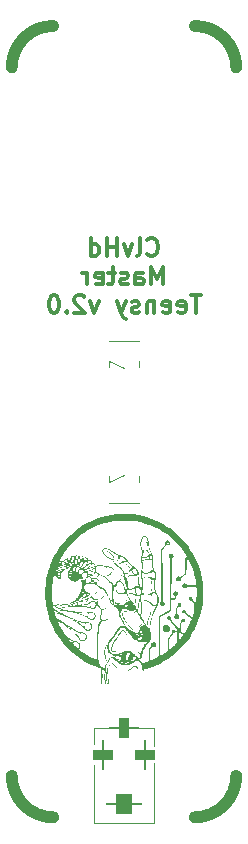
<source format=gbr>
%TF.GenerationSoftware,KiCad,Pcbnew,7.0.7-7.0.7~ubuntu22.04.1*%
%TF.CreationDate,2023-09-13T15:14:59+01:00*%
%TF.ProjectId,clvHd_master_teensy41,636c7648-645f-46d6-9173-7465725f7465,rev?*%
%TF.SameCoordinates,Original*%
%TF.FileFunction,Legend,Bot*%
%TF.FilePolarity,Positive*%
%FSLAX46Y46*%
G04 Gerber Fmt 4.6, Leading zero omitted, Abs format (unit mm)*
G04 Created by KiCad (PCBNEW 7.0.7-7.0.7~ubuntu22.04.1) date 2023-09-13 15:14:59*
%MOMM*%
%LPD*%
G01*
G04 APERTURE LIST*
G04 Aperture macros list*
%AMRoundRect*
0 Rectangle with rounded corners*
0 $1 Rounding radius*
0 $2 $3 $4 $5 $6 $7 $8 $9 X,Y pos of 4 corners*
0 Add a 4 corners polygon primitive as box body*
4,1,4,$2,$3,$4,$5,$6,$7,$8,$9,$2,$3,0*
0 Add four circle primitives for the rounded corners*
1,1,$1+$1,$2,$3*
1,1,$1+$1,$4,$5*
1,1,$1+$1,$6,$7*
1,1,$1+$1,$8,$9*
0 Add four rect primitives between the rounded corners*
20,1,$1+$1,$2,$3,$4,$5,0*
20,1,$1+$1,$4,$5,$6,$7,0*
20,1,$1+$1,$6,$7,$8,$9,0*
20,1,$1+$1,$8,$9,$2,$3,0*%
G04 Aperture macros list end*
%ADD10C,1.000000*%
%ADD11C,0.300000*%
%ADD12C,0.120000*%
%ADD13R,1.700000X1.700000*%
%ADD14O,1.700000X1.700000*%
%ADD15R,1.600000X0.500000*%
%ADD16R,2.900000X1.500000*%
%ADD17RoundRect,0.800000X-0.050000X-0.450000X0.050000X-0.450000X0.050000X0.450000X-0.050000X0.450000X0*%
%ADD18RoundRect,0.800000X-0.450000X0.050000X-0.450000X-0.050000X0.450000X-0.050000X0.450000X0.050000X0*%
%ADD19RoundRect,0.800000X-0.700000X0.050000X-0.700000X-0.050000X0.700000X-0.050000X0.700000X0.050000X0*%
G04 APERTURE END LIST*
D10*
X90500000Y-130000000D02*
G75*
G03*
X94000002Y-133500000I3500000J0D01*
G01*
X94000003Y-66500003D02*
G75*
G03*
X90500003Y-70000003I-3J-3499997D01*
G01*
X106000000Y-133500000D02*
G75*
G03*
X109500000Y-129999998I0J3500000D01*
G01*
X109499999Y-70000001D02*
G75*
G03*
X106000003Y-66500001I-3499999J1D01*
G01*
D11*
X101964285Y-85827971D02*
X102035713Y-85899400D01*
X102035713Y-85899400D02*
X102249999Y-85970828D01*
X102249999Y-85970828D02*
X102392856Y-85970828D01*
X102392856Y-85970828D02*
X102607142Y-85899400D01*
X102607142Y-85899400D02*
X102749999Y-85756542D01*
X102749999Y-85756542D02*
X102821428Y-85613685D01*
X102821428Y-85613685D02*
X102892856Y-85327971D01*
X102892856Y-85327971D02*
X102892856Y-85113685D01*
X102892856Y-85113685D02*
X102821428Y-84827971D01*
X102821428Y-84827971D02*
X102749999Y-84685114D01*
X102749999Y-84685114D02*
X102607142Y-84542257D01*
X102607142Y-84542257D02*
X102392856Y-84470828D01*
X102392856Y-84470828D02*
X102249999Y-84470828D01*
X102249999Y-84470828D02*
X102035713Y-84542257D01*
X102035713Y-84542257D02*
X101964285Y-84613685D01*
X101107142Y-85970828D02*
X101249999Y-85899400D01*
X101249999Y-85899400D02*
X101321428Y-85756542D01*
X101321428Y-85756542D02*
X101321428Y-84470828D01*
X100678571Y-84970828D02*
X100321428Y-85970828D01*
X100321428Y-85970828D02*
X99964285Y-84970828D01*
X99392857Y-85970828D02*
X99392857Y-84470828D01*
X99392857Y-85185114D02*
X98535714Y-85185114D01*
X98535714Y-85970828D02*
X98535714Y-84470828D01*
X97178571Y-85970828D02*
X97178571Y-84470828D01*
X97178571Y-85899400D02*
X97321428Y-85970828D01*
X97321428Y-85970828D02*
X97607142Y-85970828D01*
X97607142Y-85970828D02*
X97749999Y-85899400D01*
X97749999Y-85899400D02*
X97821428Y-85827971D01*
X97821428Y-85827971D02*
X97892856Y-85685114D01*
X97892856Y-85685114D02*
X97892856Y-85256542D01*
X97892856Y-85256542D02*
X97821428Y-85113685D01*
X97821428Y-85113685D02*
X97749999Y-85042257D01*
X97749999Y-85042257D02*
X97607142Y-84970828D01*
X97607142Y-84970828D02*
X97321428Y-84970828D01*
X97321428Y-84970828D02*
X97178571Y-85042257D01*
X103321428Y-88385828D02*
X103321428Y-86885828D01*
X103321428Y-86885828D02*
X102821428Y-87957257D01*
X102821428Y-87957257D02*
X102321428Y-86885828D01*
X102321428Y-86885828D02*
X102321428Y-88385828D01*
X100964285Y-88385828D02*
X100964285Y-87600114D01*
X100964285Y-87600114D02*
X101035713Y-87457257D01*
X101035713Y-87457257D02*
X101178570Y-87385828D01*
X101178570Y-87385828D02*
X101464285Y-87385828D01*
X101464285Y-87385828D02*
X101607142Y-87457257D01*
X100964285Y-88314400D02*
X101107142Y-88385828D01*
X101107142Y-88385828D02*
X101464285Y-88385828D01*
X101464285Y-88385828D02*
X101607142Y-88314400D01*
X101607142Y-88314400D02*
X101678570Y-88171542D01*
X101678570Y-88171542D02*
X101678570Y-88028685D01*
X101678570Y-88028685D02*
X101607142Y-87885828D01*
X101607142Y-87885828D02*
X101464285Y-87814400D01*
X101464285Y-87814400D02*
X101107142Y-87814400D01*
X101107142Y-87814400D02*
X100964285Y-87742971D01*
X100321427Y-88314400D02*
X100178570Y-88385828D01*
X100178570Y-88385828D02*
X99892856Y-88385828D01*
X99892856Y-88385828D02*
X99749999Y-88314400D01*
X99749999Y-88314400D02*
X99678570Y-88171542D01*
X99678570Y-88171542D02*
X99678570Y-88100114D01*
X99678570Y-88100114D02*
X99749999Y-87957257D01*
X99749999Y-87957257D02*
X99892856Y-87885828D01*
X99892856Y-87885828D02*
X100107142Y-87885828D01*
X100107142Y-87885828D02*
X100249999Y-87814400D01*
X100249999Y-87814400D02*
X100321427Y-87671542D01*
X100321427Y-87671542D02*
X100321427Y-87600114D01*
X100321427Y-87600114D02*
X100249999Y-87457257D01*
X100249999Y-87457257D02*
X100107142Y-87385828D01*
X100107142Y-87385828D02*
X99892856Y-87385828D01*
X99892856Y-87385828D02*
X99749999Y-87457257D01*
X99249998Y-87385828D02*
X98678570Y-87385828D01*
X99035713Y-86885828D02*
X99035713Y-88171542D01*
X99035713Y-88171542D02*
X98964284Y-88314400D01*
X98964284Y-88314400D02*
X98821427Y-88385828D01*
X98821427Y-88385828D02*
X98678570Y-88385828D01*
X97607141Y-88314400D02*
X97749998Y-88385828D01*
X97749998Y-88385828D02*
X98035713Y-88385828D01*
X98035713Y-88385828D02*
X98178570Y-88314400D01*
X98178570Y-88314400D02*
X98249998Y-88171542D01*
X98249998Y-88171542D02*
X98249998Y-87600114D01*
X98249998Y-87600114D02*
X98178570Y-87457257D01*
X98178570Y-87457257D02*
X98035713Y-87385828D01*
X98035713Y-87385828D02*
X97749998Y-87385828D01*
X97749998Y-87385828D02*
X97607141Y-87457257D01*
X97607141Y-87457257D02*
X97535713Y-87600114D01*
X97535713Y-87600114D02*
X97535713Y-87742971D01*
X97535713Y-87742971D02*
X98249998Y-87885828D01*
X96892856Y-88385828D02*
X96892856Y-87385828D01*
X96892856Y-87671542D02*
X96821427Y-87528685D01*
X96821427Y-87528685D02*
X96749999Y-87457257D01*
X96749999Y-87457257D02*
X96607141Y-87385828D01*
X96607141Y-87385828D02*
X96464284Y-87385828D01*
X106499998Y-89300828D02*
X105642856Y-89300828D01*
X106071427Y-90800828D02*
X106071427Y-89300828D01*
X104571427Y-90729400D02*
X104714284Y-90800828D01*
X104714284Y-90800828D02*
X104999999Y-90800828D01*
X104999999Y-90800828D02*
X105142856Y-90729400D01*
X105142856Y-90729400D02*
X105214284Y-90586542D01*
X105214284Y-90586542D02*
X105214284Y-90015114D01*
X105214284Y-90015114D02*
X105142856Y-89872257D01*
X105142856Y-89872257D02*
X104999999Y-89800828D01*
X104999999Y-89800828D02*
X104714284Y-89800828D01*
X104714284Y-89800828D02*
X104571427Y-89872257D01*
X104571427Y-89872257D02*
X104499999Y-90015114D01*
X104499999Y-90015114D02*
X104499999Y-90157971D01*
X104499999Y-90157971D02*
X105214284Y-90300828D01*
X103285713Y-90729400D02*
X103428570Y-90800828D01*
X103428570Y-90800828D02*
X103714285Y-90800828D01*
X103714285Y-90800828D02*
X103857142Y-90729400D01*
X103857142Y-90729400D02*
X103928570Y-90586542D01*
X103928570Y-90586542D02*
X103928570Y-90015114D01*
X103928570Y-90015114D02*
X103857142Y-89872257D01*
X103857142Y-89872257D02*
X103714285Y-89800828D01*
X103714285Y-89800828D02*
X103428570Y-89800828D01*
X103428570Y-89800828D02*
X103285713Y-89872257D01*
X103285713Y-89872257D02*
X103214285Y-90015114D01*
X103214285Y-90015114D02*
X103214285Y-90157971D01*
X103214285Y-90157971D02*
X103928570Y-90300828D01*
X102571428Y-89800828D02*
X102571428Y-90800828D01*
X102571428Y-89943685D02*
X102499999Y-89872257D01*
X102499999Y-89872257D02*
X102357142Y-89800828D01*
X102357142Y-89800828D02*
X102142856Y-89800828D01*
X102142856Y-89800828D02*
X101999999Y-89872257D01*
X101999999Y-89872257D02*
X101928571Y-90015114D01*
X101928571Y-90015114D02*
X101928571Y-90800828D01*
X101285713Y-90729400D02*
X101142856Y-90800828D01*
X101142856Y-90800828D02*
X100857142Y-90800828D01*
X100857142Y-90800828D02*
X100714285Y-90729400D01*
X100714285Y-90729400D02*
X100642856Y-90586542D01*
X100642856Y-90586542D02*
X100642856Y-90515114D01*
X100642856Y-90515114D02*
X100714285Y-90372257D01*
X100714285Y-90372257D02*
X100857142Y-90300828D01*
X100857142Y-90300828D02*
X101071428Y-90300828D01*
X101071428Y-90300828D02*
X101214285Y-90229400D01*
X101214285Y-90229400D02*
X101285713Y-90086542D01*
X101285713Y-90086542D02*
X101285713Y-90015114D01*
X101285713Y-90015114D02*
X101214285Y-89872257D01*
X101214285Y-89872257D02*
X101071428Y-89800828D01*
X101071428Y-89800828D02*
X100857142Y-89800828D01*
X100857142Y-89800828D02*
X100714285Y-89872257D01*
X100142856Y-89800828D02*
X99785713Y-90800828D01*
X99428570Y-89800828D02*
X99785713Y-90800828D01*
X99785713Y-90800828D02*
X99928570Y-91157971D01*
X99928570Y-91157971D02*
X99999999Y-91229400D01*
X99999999Y-91229400D02*
X100142856Y-91300828D01*
X97857142Y-89800828D02*
X97499999Y-90800828D01*
X97499999Y-90800828D02*
X97142856Y-89800828D01*
X96642856Y-89443685D02*
X96571428Y-89372257D01*
X96571428Y-89372257D02*
X96428571Y-89300828D01*
X96428571Y-89300828D02*
X96071428Y-89300828D01*
X96071428Y-89300828D02*
X95928571Y-89372257D01*
X95928571Y-89372257D02*
X95857142Y-89443685D01*
X95857142Y-89443685D02*
X95785713Y-89586542D01*
X95785713Y-89586542D02*
X95785713Y-89729400D01*
X95785713Y-89729400D02*
X95857142Y-89943685D01*
X95857142Y-89943685D02*
X96714285Y-90800828D01*
X96714285Y-90800828D02*
X95785713Y-90800828D01*
X95142857Y-90657971D02*
X95071428Y-90729400D01*
X95071428Y-90729400D02*
X95142857Y-90800828D01*
X95142857Y-90800828D02*
X95214285Y-90729400D01*
X95214285Y-90729400D02*
X95142857Y-90657971D01*
X95142857Y-90657971D02*
X95142857Y-90800828D01*
X94142856Y-89300828D02*
X93999999Y-89300828D01*
X93999999Y-89300828D02*
X93857142Y-89372257D01*
X93857142Y-89372257D02*
X93785714Y-89443685D01*
X93785714Y-89443685D02*
X93714285Y-89586542D01*
X93714285Y-89586542D02*
X93642856Y-89872257D01*
X93642856Y-89872257D02*
X93642856Y-90229400D01*
X93642856Y-90229400D02*
X93714285Y-90515114D01*
X93714285Y-90515114D02*
X93785714Y-90657971D01*
X93785714Y-90657971D02*
X93857142Y-90729400D01*
X93857142Y-90729400D02*
X93999999Y-90800828D01*
X93999999Y-90800828D02*
X94142856Y-90800828D01*
X94142856Y-90800828D02*
X94285714Y-90729400D01*
X94285714Y-90729400D02*
X94357142Y-90657971D01*
X94357142Y-90657971D02*
X94428571Y-90515114D01*
X94428571Y-90515114D02*
X94499999Y-90229400D01*
X94499999Y-90229400D02*
X94499999Y-89872257D01*
X94499999Y-89872257D02*
X94428571Y-89586542D01*
X94428571Y-89586542D02*
X94357142Y-89443685D01*
X94357142Y-89443685D02*
X94285714Y-89372257D01*
X94285714Y-89372257D02*
X94142856Y-89300828D01*
D12*
%TO.C,J1*%
X98750000Y-106850000D02*
X101250000Y-106850000D01*
X98750000Y-104600000D02*
X98750000Y-105150000D01*
X101250000Y-104600000D02*
X101250000Y-105150000D01*
X100000000Y-104500000D02*
X98750000Y-105150000D01*
X100000000Y-95500000D02*
X98750000Y-94850000D01*
X98750000Y-95400000D02*
X98750000Y-94850000D01*
X101250000Y-94850000D02*
X101250000Y-95400000D01*
X98750000Y-93150000D02*
X101250000Y-93150000D01*
%TO.C,G\u002A\u002A\u002A*%
G36*
X96695218Y-114574678D02*
G01*
X96701933Y-114612460D01*
X96708777Y-114675165D01*
X96712208Y-114725048D01*
X96711107Y-114763175D01*
X96704538Y-114776457D01*
X96702765Y-114776189D01*
X96690288Y-114760356D01*
X96679118Y-114726007D01*
X96670519Y-114681413D01*
X96665756Y-114634847D01*
X96666095Y-114594581D01*
X96672799Y-114568888D01*
X96678117Y-114561897D01*
X96687617Y-114558822D01*
X96695218Y-114574678D01*
G37*
G36*
X94155060Y-112826722D02*
G01*
X94176844Y-112839647D01*
X94207427Y-112864035D01*
X94240305Y-112894137D01*
X94268972Y-112924205D01*
X94286923Y-112948492D01*
X94292895Y-112964136D01*
X94289158Y-112974147D01*
X94284511Y-112972607D01*
X94263687Y-112957146D01*
X94234418Y-112929987D01*
X94202513Y-112897246D01*
X94173783Y-112865038D01*
X94154034Y-112839479D01*
X94149078Y-112826683D01*
X94155060Y-112826722D01*
G37*
G36*
X98859329Y-115213050D02*
G01*
X98890915Y-115236196D01*
X98928019Y-115276270D01*
X98966857Y-115327647D01*
X99003647Y-115384701D01*
X99034609Y-115441804D01*
X99055959Y-115493331D01*
X99063917Y-115533656D01*
X99063911Y-115535298D01*
X99059623Y-115565432D01*
X99047817Y-115569253D01*
X99029157Y-115547140D01*
X99004310Y-115499477D01*
X99002944Y-115496557D01*
X98975835Y-115447588D01*
X98938467Y-115390310D01*
X98898500Y-115336516D01*
X98891110Y-115327268D01*
X98851104Y-115273405D01*
X98830696Y-115236888D01*
X98829234Y-115216136D01*
X98846065Y-115209571D01*
X98859329Y-115213050D01*
G37*
G36*
X101595855Y-117125949D02*
G01*
X101660512Y-117138990D01*
X101661494Y-117139336D01*
X101692695Y-117154690D01*
X101704464Y-117168505D01*
X101695897Y-117175612D01*
X101666089Y-117170845D01*
X101649252Y-117166184D01*
X101565512Y-117158179D01*
X101485459Y-117177041D01*
X101408156Y-117223124D01*
X101332667Y-117296783D01*
X101313792Y-117318313D01*
X101283217Y-117349301D01*
X101267709Y-117358120D01*
X101267759Y-117344650D01*
X101283852Y-117308773D01*
X101297194Y-117285435D01*
X101342516Y-117225834D01*
X101396021Y-117175312D01*
X101449084Y-117142545D01*
X101459800Y-117138496D01*
X101524082Y-117125866D01*
X101595855Y-117125949D01*
G37*
G36*
X98305380Y-114692708D02*
G01*
X98321290Y-114702740D01*
X98317538Y-114730307D01*
X98294013Y-114776457D01*
X98281351Y-114796439D01*
X98207677Y-114884131D01*
X98116917Y-114955423D01*
X98015987Y-115004638D01*
X97978800Y-115017294D01*
X97949138Y-115025566D01*
X97935525Y-115025333D01*
X97932286Y-115017464D01*
X97936329Y-115012162D01*
X97959517Y-114997727D01*
X97996420Y-114980629D01*
X98000176Y-114979032D01*
X98053585Y-114948320D01*
X98113534Y-114902612D01*
X98172237Y-114848974D01*
X98221913Y-114794469D01*
X98254776Y-114746161D01*
X98262236Y-114732821D01*
X98284173Y-114704084D01*
X98302759Y-114692629D01*
X98305380Y-114692708D01*
G37*
G36*
X101313312Y-118017821D02*
G01*
X101317697Y-118028105D01*
X101324277Y-118064705D01*
X101326901Y-118111876D01*
X101325199Y-118157965D01*
X101318802Y-118191321D01*
X101307885Y-118207718D01*
X101292721Y-118212664D01*
X101285369Y-118198625D01*
X101283595Y-118193004D01*
X101269199Y-118193823D01*
X101261779Y-118194605D01*
X101258351Y-118177607D01*
X101262213Y-118136812D01*
X101264881Y-118116850D01*
X101270451Y-118071823D01*
X101273746Y-118040321D01*
X101276112Y-118036740D01*
X101280315Y-118056103D01*
X101285369Y-118094664D01*
X101294643Y-118178493D01*
X101297205Y-118087678D01*
X101297357Y-118082614D01*
X101300268Y-118035740D01*
X101305445Y-118014757D01*
X101313312Y-118017821D01*
G37*
G36*
X98963063Y-112660981D02*
G01*
X98959723Y-112698257D01*
X98958834Y-112705770D01*
X98933592Y-112797902D01*
X98884928Y-112884803D01*
X98817026Y-112961658D01*
X98734071Y-113023652D01*
X98640246Y-113065969D01*
X98625898Y-113070226D01*
X98586703Y-113079257D01*
X98560946Y-113081462D01*
X98544519Y-113075424D01*
X98540894Y-113059855D01*
X98557349Y-113040865D01*
X98591066Y-113023847D01*
X98592462Y-113023364D01*
X98674159Y-112986478D01*
X98756122Y-112935188D01*
X98824333Y-112878244D01*
X98848947Y-112851139D01*
X98881331Y-112805730D01*
X98914182Y-112746411D01*
X98951349Y-112666776D01*
X98955260Y-112658221D01*
X98961825Y-112648573D01*
X98963063Y-112660981D01*
G37*
G36*
X102185713Y-111746182D02*
G01*
X102187539Y-111748625D01*
X102196284Y-111775911D01*
X102204996Y-111826367D01*
X102213264Y-111896063D01*
X102220676Y-111981067D01*
X102226821Y-112077446D01*
X102231287Y-112181270D01*
X102232365Y-112216656D01*
X102234096Y-112308236D01*
X102233513Y-112374835D01*
X102230640Y-112415496D01*
X102225497Y-112429263D01*
X102221423Y-112421417D01*
X102216098Y-112388452D01*
X102211032Y-112332187D01*
X102206450Y-112255260D01*
X102202577Y-112160313D01*
X102199265Y-112075537D01*
X102194997Y-111990669D01*
X102190297Y-111916129D01*
X102185536Y-111857785D01*
X102181088Y-111821507D01*
X102180947Y-111820719D01*
X102173808Y-111769455D01*
X102175395Y-111744641D01*
X102185713Y-111746182D01*
G37*
G36*
X100145068Y-111984281D02*
G01*
X100181457Y-112001667D01*
X100227326Y-112032787D01*
X100276197Y-112072982D01*
X100321590Y-112117591D01*
X100353933Y-112154659D01*
X100397502Y-112209450D01*
X100437971Y-112265156D01*
X100471561Y-112316254D01*
X100494488Y-112357220D01*
X100502971Y-112382529D01*
X100502966Y-112383841D01*
X100501104Y-112397737D01*
X100493784Y-112396060D01*
X100477970Y-112376053D01*
X100450628Y-112334956D01*
X100438739Y-112317914D01*
X100400898Y-112270794D01*
X100352335Y-112216296D01*
X100298715Y-112160235D01*
X100245704Y-112108428D01*
X100198965Y-112066691D01*
X100164164Y-112040840D01*
X100150048Y-112030744D01*
X100130678Y-112009051D01*
X100123699Y-111990218D01*
X100133285Y-111982178D01*
X100145068Y-111984281D01*
G37*
G36*
X100991969Y-114846314D02*
G01*
X100995138Y-114853848D01*
X101000989Y-114889000D01*
X101004247Y-114942868D01*
X101004920Y-115009005D01*
X101003016Y-115080963D01*
X100998544Y-115152296D01*
X100991511Y-115216556D01*
X100981904Y-115272271D01*
X100965649Y-115347441D01*
X100947839Y-115415649D01*
X100944988Y-115425161D01*
X100929323Y-115471753D01*
X100915456Y-115504545D01*
X100906106Y-115516941D01*
X100899256Y-115514566D01*
X100895277Y-115502042D01*
X100897420Y-115475019D01*
X100906100Y-115429344D01*
X100921733Y-115360866D01*
X100929171Y-115324012D01*
X100940077Y-115254820D01*
X100951021Y-115171124D01*
X100961154Y-115080676D01*
X100969624Y-114991224D01*
X100975582Y-114910521D01*
X100978178Y-114846314D01*
X100978242Y-114842835D01*
X100981045Y-114832405D01*
X100991969Y-114846314D01*
G37*
G36*
X100856836Y-113122210D02*
G01*
X100872397Y-113152722D01*
X100892565Y-113200906D01*
X100915285Y-113261794D01*
X100938504Y-113330418D01*
X100944969Y-113358281D01*
X100951992Y-113417220D01*
X100955774Y-113489356D01*
X100956315Y-113566499D01*
X100953615Y-113640459D01*
X100947674Y-113703045D01*
X100938493Y-113746067D01*
X100936414Y-113751746D01*
X100919475Y-113785786D01*
X100905162Y-113797813D01*
X100897317Y-113787133D01*
X100899783Y-113753052D01*
X100901893Y-113739991D01*
X100907061Y-113695971D01*
X100912429Y-113637340D01*
X100917125Y-113573144D01*
X100918319Y-113549614D01*
X100914458Y-113417201D01*
X100893868Y-113289359D01*
X100858015Y-113175952D01*
X100852146Y-113161748D01*
X100840858Y-113130907D01*
X100840119Y-113117063D01*
X100849004Y-113113861D01*
X100856836Y-113122210D01*
G37*
G36*
X102310241Y-113413919D02*
G01*
X102320945Y-113444737D01*
X102331432Y-113497398D01*
X102341148Y-113568322D01*
X102349538Y-113653927D01*
X102356049Y-113750635D01*
X102356816Y-113768034D01*
X102357802Y-113836025D01*
X102356665Y-113915838D01*
X102353727Y-114001791D01*
X102349313Y-114088205D01*
X102343746Y-114169398D01*
X102337349Y-114239691D01*
X102330445Y-114293402D01*
X102323359Y-114324852D01*
X102318105Y-114336652D01*
X102312051Y-114339225D01*
X102310209Y-114317266D01*
X102312543Y-114269739D01*
X102319019Y-114195607D01*
X102319412Y-114191510D01*
X102326492Y-114093157D01*
X102330437Y-113985008D01*
X102331404Y-113872444D01*
X102329547Y-113760845D01*
X102325022Y-113655591D01*
X102317984Y-113562064D01*
X102308588Y-113485644D01*
X102296989Y-113431710D01*
X102295081Y-113418014D01*
X102302905Y-113407260D01*
X102310241Y-113413919D01*
G37*
G36*
X98273174Y-121166027D02*
G01*
X98290154Y-121193536D01*
X98310155Y-121242404D01*
X98332033Y-121308755D01*
X98354645Y-121388710D01*
X98376848Y-121478392D01*
X98397498Y-121573924D01*
X98415452Y-121671427D01*
X98427278Y-121765356D01*
X98435325Y-121887038D01*
X98438154Y-122019170D01*
X98435764Y-122152843D01*
X98428159Y-122279146D01*
X98415339Y-122389168D01*
X98408001Y-122434419D01*
X98398336Y-122488810D01*
X98390278Y-122528323D01*
X98385055Y-122546574D01*
X98378759Y-122554609D01*
X98369609Y-122554644D01*
X98362520Y-122535563D01*
X98357300Y-122495606D01*
X98353757Y-122433012D01*
X98351700Y-122346019D01*
X98350937Y-122232866D01*
X98350647Y-122161770D01*
X98347201Y-121949456D01*
X98339970Y-121760748D01*
X98329019Y-121596673D01*
X98314410Y-121458259D01*
X98296208Y-121346536D01*
X98287568Y-121304962D01*
X98275278Y-121248595D01*
X98265227Y-121205725D01*
X98258999Y-121183310D01*
X98256754Y-121171662D01*
X98265048Y-121161386D01*
X98273174Y-121166027D01*
G37*
G36*
X98531862Y-118906396D02*
G01*
X98535765Y-118914262D01*
X98533523Y-118930203D01*
X98523884Y-118958605D01*
X98505594Y-119003854D01*
X98477400Y-119070335D01*
X98466720Y-119095697D01*
X98436388Y-119174509D01*
X98414589Y-119246903D01*
X98401176Y-119317642D01*
X98396006Y-119391487D01*
X98398934Y-119473198D01*
X98409816Y-119567538D01*
X98428506Y-119679267D01*
X98454862Y-119813146D01*
X98464741Y-119862685D01*
X98481447Y-119953325D01*
X98495969Y-120040543D01*
X98507015Y-120116389D01*
X98513294Y-120172909D01*
X98517104Y-120224931D01*
X98518458Y-120263748D01*
X98515768Y-120284795D01*
X98508228Y-120293467D01*
X98495031Y-120295159D01*
X98483635Y-120293611D01*
X98472058Y-120282748D01*
X98464597Y-120256197D01*
X98458706Y-120207838D01*
X98457682Y-120198680D01*
X98449583Y-120147105D01*
X98436345Y-120078326D01*
X98419557Y-120000218D01*
X98400806Y-119920660D01*
X98366442Y-119772680D01*
X98342241Y-119643854D01*
X98328908Y-119531779D01*
X98326601Y-119431863D01*
X98335483Y-119339512D01*
X98355713Y-119250133D01*
X98387454Y-119159132D01*
X98430864Y-119061918D01*
X98437045Y-119049255D01*
X98467251Y-118990410D01*
X98493801Y-118943410D01*
X98514017Y-118912767D01*
X98525221Y-118902993D01*
X98531862Y-118906396D01*
G37*
G36*
X102308070Y-115593784D02*
G01*
X102313865Y-115609052D01*
X102320440Y-115651960D01*
X102324026Y-115712677D01*
X102324721Y-115785123D01*
X102322620Y-115863215D01*
X102317821Y-115940876D01*
X102310419Y-116012022D01*
X102300510Y-116070575D01*
X102291369Y-116109397D01*
X102271398Y-116183327D01*
X102245064Y-116269414D01*
X102211256Y-116371061D01*
X102168866Y-116491673D01*
X102116786Y-116634653D01*
X102079297Y-116739131D01*
X102048486Y-116833752D01*
X102025937Y-116916840D01*
X102009951Y-116995610D01*
X101998827Y-117077278D01*
X101990866Y-117169059D01*
X101987746Y-117206598D01*
X101981633Y-117257435D01*
X101974947Y-117292322D01*
X101968663Y-117305280D01*
X101968397Y-117305271D01*
X101960459Y-117291660D01*
X101956705Y-117255540D01*
X101956720Y-117201832D01*
X101960087Y-117135457D01*
X101966389Y-117061339D01*
X101975210Y-116984398D01*
X101986133Y-116909556D01*
X101998742Y-116841736D01*
X102012620Y-116785859D01*
X102022058Y-116756008D01*
X102042591Y-116695539D01*
X102069173Y-116620457D01*
X102099404Y-116537506D01*
X102130885Y-116453432D01*
X102165023Y-116360981D01*
X102222493Y-116187801D01*
X102264039Y-116033308D01*
X102290184Y-115895011D01*
X102301454Y-115770419D01*
X102298371Y-115657040D01*
X102294884Y-115614832D01*
X102294541Y-115588268D01*
X102298745Y-115582496D01*
X102308070Y-115593784D01*
G37*
G36*
X99257007Y-114110102D02*
G01*
X99258520Y-114136760D01*
X99257996Y-114182275D01*
X99255417Y-114248898D01*
X99250761Y-114338882D01*
X99244010Y-114454476D01*
X99237626Y-114583400D01*
X99235409Y-114700771D01*
X99237711Y-114811857D01*
X99244546Y-114927512D01*
X99249346Y-114986609D01*
X99258440Y-115080553D01*
X99268634Y-115168643D01*
X99279304Y-115246477D01*
X99289825Y-115309651D01*
X99299573Y-115353762D01*
X99307923Y-115374406D01*
X99322436Y-115375949D01*
X99356965Y-115371973D01*
X99403110Y-115363012D01*
X99444473Y-115354846D01*
X99498640Y-115347164D01*
X99539484Y-115344749D01*
X99551510Y-115345954D01*
X99590086Y-115354819D01*
X99637819Y-115369906D01*
X99687508Y-115388421D01*
X99731953Y-115407571D01*
X99763951Y-115424564D01*
X99776303Y-115436606D01*
X99774633Y-115442395D01*
X99758444Y-115446216D01*
X99722820Y-115438235D01*
X99665038Y-115417998D01*
X99646578Y-115411460D01*
X99571309Y-115395761D01*
X99491329Y-115398235D01*
X99398405Y-115418908D01*
X99350358Y-115429751D01*
X99300092Y-115428652D01*
X99266520Y-115407915D01*
X99246937Y-115366608D01*
X99244116Y-115355184D01*
X99229666Y-115276145D01*
X99217756Y-115174981D01*
X99208772Y-115056565D01*
X99203100Y-114925766D01*
X99201123Y-114787455D01*
X99201566Y-114725786D01*
X99203772Y-114627266D01*
X99207566Y-114525980D01*
X99212652Y-114426316D01*
X99218734Y-114332659D01*
X99225515Y-114249396D01*
X99232700Y-114180912D01*
X99239994Y-114131595D01*
X99247100Y-114105830D01*
X99247954Y-114104351D01*
X99253479Y-114100050D01*
X99257007Y-114110102D01*
G37*
G36*
X100096165Y-116027564D02*
G01*
X100181628Y-116054840D01*
X100222687Y-116070526D01*
X100268509Y-116084418D01*
X100299964Y-116089769D01*
X100323432Y-116093892D01*
X100335314Y-116112281D01*
X100334249Y-116118071D01*
X100318585Y-116127509D01*
X100282847Y-116125833D01*
X100225279Y-116112822D01*
X100144125Y-116088257D01*
X100097834Y-116074065D01*
X100065620Y-116067957D01*
X100041677Y-116070547D01*
X100016774Y-116081334D01*
X99988748Y-116101731D01*
X99953128Y-116152112D01*
X99930345Y-116219387D01*
X99922022Y-116297942D01*
X99929783Y-116382161D01*
X99930264Y-116384618D01*
X99952879Y-116462380D01*
X99991549Y-116555163D01*
X100043909Y-116659624D01*
X100107592Y-116772423D01*
X100180235Y-116890218D01*
X100259471Y-117009667D01*
X100342935Y-117127431D01*
X100428262Y-117240167D01*
X100513086Y-117344533D01*
X100595042Y-117437190D01*
X100671765Y-117514794D01*
X100740888Y-117574006D01*
X100800048Y-117611484D01*
X100813929Y-117617548D01*
X100885126Y-117635560D01*
X100958983Y-117636749D01*
X101023405Y-117620620D01*
X101039230Y-117615892D01*
X101047621Y-117621379D01*
X101039493Y-117635560D01*
X101016419Y-117651485D01*
X101001616Y-117656615D01*
X100959980Y-117664197D01*
X100911169Y-117667591D01*
X100859521Y-117663553D01*
X100792335Y-117643809D01*
X100722398Y-117606326D01*
X100647822Y-117549623D01*
X100566718Y-117472220D01*
X100477197Y-117372638D01*
X100377368Y-117249395D01*
X100298670Y-117147380D01*
X100197447Y-117012189D01*
X100112685Y-116893356D01*
X100042767Y-116788515D01*
X99986073Y-116695301D01*
X99940987Y-116611348D01*
X99923445Y-116575830D01*
X99897578Y-116520615D01*
X99880975Y-116477356D01*
X99871239Y-116437555D01*
X99865967Y-116392711D01*
X99862761Y-116334327D01*
X99861598Y-116304838D01*
X99861001Y-116248065D01*
X99864536Y-116207067D01*
X99873329Y-116173269D01*
X99888505Y-116138099D01*
X99916962Y-116090423D01*
X99965226Y-116044959D01*
X100024495Y-116024138D01*
X100096165Y-116027564D01*
G37*
G36*
X99094555Y-120454062D02*
G01*
X99151444Y-120495560D01*
X99160189Y-120504776D01*
X99191551Y-120541695D01*
X99229759Y-120590469D01*
X99270769Y-120645483D01*
X99310536Y-120701119D01*
X99345013Y-120751761D01*
X99370157Y-120791791D01*
X99381922Y-120815594D01*
X99384402Y-120835112D01*
X99373977Y-120838353D01*
X99348563Y-120818120D01*
X99308201Y-120774447D01*
X99252932Y-120707369D01*
X99220106Y-120667172D01*
X99150981Y-120590974D01*
X99092323Y-120539648D01*
X99043535Y-120512722D01*
X99004021Y-120509720D01*
X98999899Y-120511245D01*
X98973103Y-120527736D01*
X98931894Y-120558457D01*
X98881090Y-120599686D01*
X98825511Y-120647697D01*
X98757399Y-120709684D01*
X98702498Y-120764986D01*
X98664011Y-120813836D01*
X98639068Y-120861866D01*
X98624803Y-120914703D01*
X98618347Y-120977977D01*
X98616832Y-121057317D01*
X98617963Y-121127047D01*
X98621649Y-121210959D01*
X98628105Y-121309475D01*
X98637546Y-121425209D01*
X98650183Y-121560776D01*
X98666233Y-121718792D01*
X98685908Y-121901870D01*
X98691952Y-121957463D01*
X98701539Y-122047548D01*
X98710342Y-122132451D01*
X98717586Y-122204645D01*
X98722494Y-122256600D01*
X98724687Y-122283413D01*
X98726765Y-122330457D01*
X98724079Y-122354037D01*
X98716456Y-122357068D01*
X98714634Y-122355608D01*
X98704708Y-122333141D01*
X98700660Y-122297307D01*
X98700550Y-122292968D01*
X98698172Y-122260030D01*
X98693001Y-122204347D01*
X98685448Y-122129890D01*
X98675926Y-122040630D01*
X98664845Y-121940537D01*
X98652616Y-121833583D01*
X98640854Y-121731612D01*
X98621768Y-121561724D01*
X98606284Y-121415964D01*
X98594316Y-121292014D01*
X98585779Y-121187555D01*
X98580589Y-121100268D01*
X98578660Y-121027835D01*
X98579907Y-120967935D01*
X98584245Y-120918252D01*
X98591589Y-120876465D01*
X98601854Y-120840257D01*
X98614955Y-120807307D01*
X98630105Y-120782296D01*
X98664804Y-120738109D01*
X98712107Y-120684849D01*
X98767060Y-120627488D01*
X98824711Y-120571000D01*
X98880106Y-120520357D01*
X98928294Y-120480533D01*
X98964321Y-120456502D01*
X98973697Y-120452052D01*
X99034530Y-120439398D01*
X99094555Y-120454062D01*
G37*
G36*
X100929431Y-120661908D02*
G01*
X101012593Y-120685009D01*
X101084150Y-120733393D01*
X101143817Y-120806793D01*
X101191308Y-120904947D01*
X101195858Y-120917370D01*
X101203288Y-120940238D01*
X101209158Y-120964605D01*
X101213656Y-120993775D01*
X101216965Y-121031054D01*
X101219273Y-121079749D01*
X101220764Y-121143163D01*
X101221625Y-121224604D01*
X101222042Y-121327376D01*
X101222199Y-121454785D01*
X101222170Y-121533484D01*
X101221866Y-121640149D01*
X101221284Y-121735915D01*
X101220462Y-121817375D01*
X101219436Y-121881118D01*
X101218244Y-121923736D01*
X101216923Y-121941821D01*
X101209861Y-121951646D01*
X101197998Y-121936957D01*
X101196686Y-121932690D01*
X101193226Y-121903456D01*
X101189939Y-121851006D01*
X101186951Y-121778781D01*
X101184389Y-121690222D01*
X101182381Y-121588770D01*
X101181054Y-121477865D01*
X101180354Y-121398841D01*
X101179099Y-121290189D01*
X101177513Y-121203788D01*
X101175380Y-121136104D01*
X101172484Y-121083609D01*
X101168606Y-121042769D01*
X101163531Y-121010056D01*
X101157040Y-120981936D01*
X101148918Y-120954880D01*
X101133063Y-120912499D01*
X101107851Y-120858719D01*
X101083306Y-120818530D01*
X101049568Y-120783588D01*
X101002026Y-120748909D01*
X100953009Y-120723957D01*
X100912190Y-120714608D01*
X100892919Y-120716756D01*
X100842813Y-120735420D01*
X100781020Y-120774048D01*
X100706098Y-120833618D01*
X100616605Y-120915109D01*
X100594044Y-120936483D01*
X100515483Y-121007536D01*
X100448893Y-121060488D01*
X100389534Y-121097996D01*
X100332664Y-121122719D01*
X100273542Y-121137312D01*
X100207427Y-121144433D01*
X100182360Y-121145449D01*
X100117617Y-121144087D01*
X100056820Y-121137868D01*
X100005967Y-121127848D01*
X99971054Y-121115078D01*
X99958079Y-121100614D01*
X99961181Y-121096062D01*
X99984956Y-121089552D01*
X100033470Y-121085768D01*
X100108272Y-121084543D01*
X100115100Y-121084540D01*
X100182165Y-121083800D01*
X100230055Y-121080763D01*
X100266841Y-121073995D01*
X100300596Y-121062065D01*
X100339393Y-121043541D01*
X100340005Y-121043229D01*
X100383561Y-121016347D01*
X100440516Y-120974501D01*
X100504695Y-120922474D01*
X100569921Y-120865047D01*
X100611416Y-120827575D01*
X100693668Y-120758684D01*
X100763380Y-120709415D01*
X100823649Y-120678012D01*
X100877574Y-120662717D01*
X100928252Y-120661773D01*
X100929431Y-120661908D01*
G37*
G36*
X99986100Y-117666475D02*
G01*
X100047496Y-117697871D01*
X100053297Y-117703456D01*
X100076150Y-117733823D01*
X100106633Y-117782044D01*
X100141466Y-117842749D01*
X100177371Y-117910568D01*
X100210049Y-117973536D01*
X100248511Y-118041906D01*
X100284184Y-118096452D01*
X100321684Y-118144068D01*
X100365626Y-118191645D01*
X100391170Y-118218209D01*
X100425606Y-118255674D01*
X100448175Y-118282473D01*
X100454922Y-118294069D01*
X100453122Y-118295339D01*
X100433632Y-118290910D01*
X100402144Y-118268639D01*
X100362541Y-118232550D01*
X100318706Y-118186669D01*
X100274522Y-118135018D01*
X100233871Y-118081624D01*
X100200637Y-118030510D01*
X100198473Y-118026780D01*
X100168445Y-117974856D01*
X100132511Y-117912494D01*
X100097979Y-117852374D01*
X100074635Y-117814016D01*
X100030798Y-117757758D01*
X99986849Y-117725518D01*
X99939045Y-117715060D01*
X99883645Y-117724145D01*
X99851973Y-117736235D01*
X99805052Y-117764801D01*
X99757317Y-117807889D01*
X99706901Y-117867801D01*
X99651939Y-117946839D01*
X99590561Y-118047307D01*
X99520902Y-118171507D01*
X99503969Y-118200774D01*
X99469769Y-118255808D01*
X99426048Y-118323285D01*
X99376659Y-118397286D01*
X99325453Y-118471892D01*
X99237810Y-118600704D01*
X99150971Y-118737241D01*
X99082056Y-118857667D01*
X99030098Y-118963991D01*
X98994132Y-119058221D01*
X98973189Y-119142369D01*
X98966304Y-119218443D01*
X98968218Y-119260718D01*
X98986584Y-119339644D01*
X99023903Y-119398168D01*
X99079549Y-119435775D01*
X99152895Y-119451951D01*
X99243316Y-119446180D01*
X99290269Y-119439162D01*
X99325964Y-119435781D01*
X99341978Y-119436881D01*
X99345090Y-119442987D01*
X99333329Y-119457156D01*
X99298846Y-119470929D01*
X99245182Y-119482632D01*
X99159010Y-119490568D01*
X99073850Y-119481065D01*
X99007077Y-119450650D01*
X98958229Y-119398974D01*
X98926845Y-119325687D01*
X98912463Y-119230439D01*
X98913026Y-119168259D01*
X98927284Y-119076546D01*
X98957939Y-118975828D01*
X99005856Y-118864157D01*
X99071901Y-118739585D01*
X99156939Y-118600165D01*
X99261835Y-118443949D01*
X99305300Y-118380486D01*
X99361397Y-118295855D01*
X99414460Y-118213047D01*
X99460053Y-118139010D01*
X99493740Y-118080693D01*
X99516021Y-118040381D01*
X99581590Y-117929246D01*
X99640653Y-117841783D01*
X99694798Y-117775775D01*
X99745613Y-117729004D01*
X99763518Y-117716075D01*
X99840065Y-117675994D01*
X99915608Y-117659322D01*
X99986100Y-117666475D01*
G37*
G36*
X104836750Y-115577573D02*
G01*
X104804185Y-115630575D01*
X104752197Y-115664255D01*
X104682602Y-115676747D01*
X104657023Y-115678892D01*
X104630233Y-115688853D01*
X104601892Y-115711420D01*
X104564343Y-115751429D01*
X104555718Y-115761110D01*
X104534226Y-115785926D01*
X104518459Y-115808181D01*
X104507768Y-115832228D01*
X104501507Y-115862422D01*
X104499028Y-115903117D01*
X104499685Y-115958667D01*
X104502829Y-116033427D01*
X104507815Y-116131749D01*
X104516726Y-116306458D01*
X104560151Y-116328510D01*
X104587482Y-116347646D01*
X104626678Y-116393995D01*
X104655110Y-116450392D01*
X104666217Y-116505866D01*
X104664556Y-116517279D01*
X104657226Y-116567645D01*
X104626443Y-116633243D01*
X104578439Y-116685894D01*
X104518080Y-116718612D01*
X104502318Y-116722579D01*
X104442133Y-116725753D01*
X104380480Y-116715035D01*
X104331133Y-116692358D01*
X104326372Y-116688705D01*
X104293959Y-116657303D01*
X104263525Y-116619397D01*
X104244151Y-116585410D01*
X104235644Y-116548519D01*
X104236578Y-116506810D01*
X104356153Y-116506810D01*
X104360975Y-116551108D01*
X104391869Y-116586181D01*
X104423527Y-116601771D01*
X104470840Y-116603123D01*
X104512762Y-116578768D01*
X104528728Y-116554502D01*
X104539299Y-116517279D01*
X104539076Y-116482028D01*
X104526733Y-116460011D01*
X104516779Y-116465014D01*
X104512762Y-116491320D01*
X104507738Y-116526071D01*
X104484515Y-116555265D01*
X104441605Y-116564796D01*
X104432475Y-116564415D01*
X104405629Y-116554207D01*
X104391118Y-116526464D01*
X104385884Y-116476332D01*
X104384749Y-116432068D01*
X104366815Y-116472705D01*
X104356153Y-116506810D01*
X104236578Y-116506810D01*
X104236779Y-116497853D01*
X104251961Y-116424734D01*
X104286900Y-116366970D01*
X104342162Y-116327282D01*
X104386414Y-116306325D01*
X104386717Y-116036030D01*
X104387019Y-115765735D01*
X104461590Y-115679760D01*
X104481348Y-115656754D01*
X104510782Y-115619652D01*
X104526375Y-115592120D01*
X104531655Y-115566771D01*
X104530152Y-115536216D01*
X104530741Y-115511865D01*
X104644972Y-115511865D01*
X104652475Y-115537898D01*
X104662961Y-115548315D01*
X104692550Y-115557634D01*
X104720863Y-115539669D01*
X104721086Y-115539398D01*
X104730318Y-115511467D01*
X104719901Y-115486095D01*
X104694606Y-115475027D01*
X104687608Y-115475439D01*
X104658665Y-115488086D01*
X104644972Y-115511865D01*
X104530741Y-115511865D01*
X104531371Y-115485853D01*
X104552157Y-115427281D01*
X104590606Y-115383031D01*
X104641935Y-115356497D01*
X104701358Y-115351075D01*
X104764092Y-115370162D01*
X104800548Y-115394612D01*
X104836256Y-115443479D01*
X104848075Y-115506773D01*
X104848075Y-115507114D01*
X104847375Y-115511467D01*
X104836750Y-115577573D01*
G37*
G36*
X103850120Y-117341540D02*
G01*
X103885590Y-117421438D01*
X103898020Y-117514851D01*
X103890602Y-117577722D01*
X103888953Y-117591694D01*
X103888421Y-117596202D01*
X103854893Y-117678602D01*
X103836327Y-117701136D01*
X103799214Y-117746182D01*
X103723378Y-117795734D01*
X103717340Y-117798385D01*
X103656242Y-117815410D01*
X103585554Y-117821915D01*
X103568179Y-117821543D01*
X103480929Y-117805268D01*
X103406515Y-117767820D01*
X103346894Y-117713178D01*
X103340758Y-117703465D01*
X103562707Y-117703465D01*
X103569692Y-117710451D01*
X103574804Y-117705339D01*
X103593121Y-117705339D01*
X103604621Y-117710451D01*
X103612017Y-117709442D01*
X103613935Y-117701136D01*
X103611887Y-117699464D01*
X103595306Y-117701136D01*
X103594095Y-117703465D01*
X103593121Y-117705339D01*
X103574804Y-117705339D01*
X103576678Y-117703465D01*
X103569692Y-117696479D01*
X103562707Y-117703465D01*
X103340758Y-117703465D01*
X103304025Y-117645323D01*
X103287219Y-117591694D01*
X103409021Y-117591694D01*
X103416007Y-117598680D01*
X103422993Y-117591694D01*
X103416007Y-117584708D01*
X103409021Y-117591694D01*
X103287219Y-117591694D01*
X103279867Y-117568234D01*
X103278481Y-117535527D01*
X103398035Y-117535527D01*
X103399707Y-117552108D01*
X103403909Y-117554294D01*
X103409021Y-117542794D01*
X103408013Y-117535398D01*
X103399707Y-117533480D01*
X103398035Y-117535527D01*
X103278481Y-117535527D01*
X103277926Y-117522435D01*
X103525682Y-117522435D01*
X103536688Y-117542794D01*
X103540465Y-117549780D01*
X103547242Y-117558846D01*
X103578717Y-117579903D01*
X103611075Y-117578293D01*
X103611737Y-117577722D01*
X103758306Y-117577722D01*
X103765292Y-117584708D01*
X103772277Y-117577722D01*
X103765292Y-117570737D01*
X103758306Y-117577722D01*
X103611737Y-117577722D01*
X103636340Y-117556486D01*
X103646535Y-117516951D01*
X103645860Y-117507585D01*
X103775262Y-117507585D01*
X103776207Y-117516951D01*
X103776935Y-117524165D01*
X103781137Y-117526351D01*
X103786249Y-117514851D01*
X103785241Y-117507455D01*
X103776935Y-117505537D01*
X103775262Y-117507585D01*
X103645860Y-117507585D01*
X103645331Y-117500253D01*
X103630223Y-117463571D01*
X103603164Y-117446369D01*
X103570973Y-117451026D01*
X103540465Y-117479923D01*
X103536345Y-117486908D01*
X103528073Y-117500934D01*
X103525682Y-117522435D01*
X103277926Y-117522435D01*
X103276378Y-117485891D01*
X103277808Y-117479642D01*
X103398035Y-117479642D01*
X103399707Y-117496223D01*
X103403909Y-117498408D01*
X103409021Y-117486908D01*
X103408013Y-117479512D01*
X103399707Y-117477594D01*
X103398035Y-117479642D01*
X103277808Y-117479642D01*
X103295516Y-117402274D01*
X103336607Y-117326237D01*
X103548735Y-117326237D01*
X103555721Y-117333223D01*
X103562707Y-117326237D01*
X103555721Y-117319252D01*
X103548735Y-117326237D01*
X103336607Y-117326237D01*
X103339240Y-117321364D01*
X103349657Y-117307897D01*
X103412989Y-117252585D01*
X103493167Y-117218875D01*
X103588631Y-117207480D01*
X103632799Y-117210073D01*
X103720993Y-117233143D01*
X103794344Y-117277870D01*
X103836714Y-117326237D01*
X103850120Y-117341540D01*
G37*
G36*
X103905971Y-110290386D02*
G01*
X103887951Y-110356693D01*
X103850448Y-110413039D01*
X103796754Y-110455151D01*
X103730158Y-110478758D01*
X103653949Y-110479587D01*
X103595031Y-110470751D01*
X103425739Y-110662779D01*
X103256448Y-110854807D01*
X103263455Y-112951853D01*
X103263604Y-112996053D01*
X103264467Y-113235986D01*
X103265391Y-113468724D01*
X103266367Y-113692670D01*
X103267384Y-113906230D01*
X103268431Y-114107806D01*
X103269498Y-114295804D01*
X103270576Y-114468626D01*
X103271652Y-114624678D01*
X103272718Y-114762362D01*
X103273763Y-114880084D01*
X103274776Y-114976247D01*
X103275747Y-115049255D01*
X103276666Y-115097513D01*
X103277522Y-115119424D01*
X103279594Y-115138036D01*
X103287472Y-115174390D01*
X103303169Y-115196870D01*
X103332585Y-115215798D01*
X103359429Y-115235452D01*
X103398138Y-115282612D01*
X103426166Y-115339437D01*
X103436964Y-115394700D01*
X103436523Y-115399746D01*
X103434112Y-115427303D01*
X103409841Y-115495669D01*
X103364892Y-115554074D01*
X103304236Y-115595019D01*
X103258254Y-115609744D01*
X103188850Y-115609730D01*
X103115798Y-115582957D01*
X103091465Y-115568536D01*
X103039936Y-115519901D01*
X103012348Y-115457741D01*
X103008297Y-115390387D01*
X103120032Y-115390387D01*
X103120821Y-115414571D01*
X103139027Y-115443995D01*
X103154581Y-115461025D01*
X103196869Y-115483985D01*
X103242280Y-115484617D01*
X103282455Y-115461880D01*
X103298880Y-115437177D01*
X103309792Y-115399746D01*
X103309707Y-115364416D01*
X103297250Y-115342299D01*
X103288091Y-115344509D01*
X103283279Y-115366308D01*
X103280950Y-115384704D01*
X103266777Y-115420346D01*
X103245322Y-115449141D01*
X103223108Y-115460842D01*
X103204252Y-115457577D01*
X103175105Y-115432414D01*
X103157927Y-115382175D01*
X103148272Y-115328328D01*
X103129520Y-115367153D01*
X103120032Y-115390387D01*
X103008297Y-115390387D01*
X103007681Y-115380141D01*
X103022866Y-115306069D01*
X103057714Y-115248910D01*
X103113014Y-115209571D01*
X103157601Y-115188614D01*
X103148306Y-112994885D01*
X103139010Y-110801156D01*
X103321925Y-110593602D01*
X103379652Y-110527778D01*
X103427384Y-110472135D01*
X103460561Y-110431210D01*
X103481389Y-110401865D01*
X103492077Y-110380958D01*
X103494831Y-110365351D01*
X103491859Y-110351905D01*
X103489787Y-110345703D01*
X103482039Y-110305598D01*
X103479699Y-110270754D01*
X103592594Y-110270754D01*
X103599049Y-110296971D01*
X103624943Y-110327202D01*
X103628175Y-110330322D01*
X103670511Y-110355146D01*
X103713911Y-110357799D01*
X103751684Y-110341084D01*
X103777138Y-110307804D01*
X103783580Y-110260761D01*
X103780188Y-110242400D01*
X103758021Y-110202265D01*
X103722758Y-110178626D01*
X103681671Y-110173087D01*
X103642034Y-110187252D01*
X103611119Y-110222725D01*
X103604034Y-110236885D01*
X103592594Y-110270754D01*
X103479699Y-110270754D01*
X103478930Y-110259294D01*
X103485295Y-110206860D01*
X103512156Y-110146383D01*
X103555519Y-110100121D01*
X103610472Y-110069066D01*
X103672104Y-110054213D01*
X103735502Y-110056555D01*
X103795755Y-110077087D01*
X103847949Y-110116801D01*
X103887174Y-110176693D01*
X103901221Y-110218390D01*
X103904016Y-110260761D01*
X103905971Y-110290386D01*
G37*
G36*
X96611932Y-113950626D02*
G01*
X96604506Y-113983490D01*
X96606645Y-113999881D01*
X96614548Y-114060433D01*
X96615920Y-114063916D01*
X96637935Y-114119802D01*
X96648942Y-114147744D01*
X96649439Y-114149006D01*
X96667304Y-114180972D01*
X96720669Y-114255441D01*
X96769350Y-114310334D01*
X96788908Y-114332388D01*
X96865119Y-114404981D01*
X96869463Y-114408433D01*
X96942402Y-114466389D01*
X97006752Y-114505464D01*
X97013856Y-114509778D01*
X97059621Y-114529810D01*
X97072061Y-114533532D01*
X97169720Y-114562750D01*
X97282008Y-114577435D01*
X97391518Y-114574243D01*
X97493282Y-114553550D01*
X97582334Y-114515734D01*
X97653706Y-114461172D01*
X97673062Y-114442639D01*
X97705728Y-114419085D01*
X97728245Y-114413618D01*
X97736634Y-114427838D01*
X97727505Y-114444311D01*
X97703359Y-114473736D01*
X97669454Y-114509654D01*
X97651057Y-114527340D01*
X97598138Y-114569036D01*
X97540902Y-114598316D01*
X97518726Y-114604466D01*
X97473566Y-114616990D01*
X97390343Y-114626867D01*
X97285446Y-114629758D01*
X97231209Y-114629871D01*
X97178628Y-114630836D01*
X97145420Y-114633554D01*
X97126661Y-114638922D01*
X97117423Y-114647836D01*
X97112782Y-114661193D01*
X97100588Y-114683864D01*
X97078974Y-114692344D01*
X97058672Y-114678092D01*
X97053018Y-114675494D01*
X97030556Y-114684886D01*
X96997134Y-114711035D01*
X96976593Y-114729017D01*
X96869447Y-114809699D01*
X96736030Y-114892272D01*
X96577591Y-114976012D01*
X96395380Y-115060193D01*
X96336840Y-115085215D01*
X96222380Y-115132251D01*
X96098653Y-115181054D01*
X96005489Y-115216556D01*
X95969173Y-115230395D01*
X95837456Y-115279044D01*
X95707015Y-115325769D01*
X95699636Y-115328328D01*
X95581367Y-115369342D01*
X95464025Y-115408530D01*
X95358504Y-115442104D01*
X95268320Y-115468834D01*
X95196986Y-115487489D01*
X95148018Y-115496839D01*
X95116069Y-115500991D01*
X95085828Y-115507758D01*
X95074219Y-115517359D01*
X95075610Y-115532574D01*
X95077869Y-115540119D01*
X95079223Y-115554184D01*
X95069507Y-115555580D01*
X95044605Y-115543451D01*
X95000398Y-115516941D01*
X94956057Y-115493175D01*
X94894250Y-115476097D01*
X94838006Y-115483732D01*
X94782792Y-115516060D01*
X94731159Y-115557093D01*
X94784364Y-115573523D01*
X94785734Y-115573931D01*
X94821554Y-115580764D01*
X94877471Y-115587358D01*
X94946095Y-115592982D01*
X95020036Y-115596902D01*
X95040567Y-115597681D01*
X95109344Y-115599928D01*
X95158344Y-115600001D01*
X95194114Y-115597018D01*
X95223201Y-115590100D01*
X95231348Y-115586798D01*
X95626578Y-115586798D01*
X95672172Y-115584357D01*
X95751425Y-115579501D01*
X95918804Y-115564686D01*
X95994098Y-115556359D01*
X95989979Y-115507627D01*
X96060066Y-115507627D01*
X96060168Y-115513354D01*
X96067388Y-115538209D01*
X96090174Y-115544884D01*
X96109742Y-115543771D01*
X96111263Y-115535670D01*
X96093816Y-115513449D01*
X96074428Y-115489999D01*
X96063708Y-115476191D01*
X96061209Y-115482418D01*
X96060066Y-115507627D01*
X95989979Y-115507627D01*
X95985346Y-115452822D01*
X95983231Y-115423773D01*
X95982798Y-115375481D01*
X95989102Y-115352896D01*
X96002749Y-115354890D01*
X96024346Y-115380336D01*
X96030224Y-115388641D01*
X96041233Y-115400675D01*
X96045427Y-115391553D01*
X96046095Y-115357884D01*
X96045893Y-115346266D01*
X96040903Y-115316497D01*
X96028631Y-115311331D01*
X96013407Y-115317389D01*
X95976550Y-115332054D01*
X95924895Y-115352606D01*
X95864467Y-115376650D01*
X95815971Y-115396283D01*
X95755891Y-115422893D01*
X95714109Y-115446345D01*
X95685603Y-115470304D01*
X95674190Y-115486158D01*
X95665352Y-115498436D01*
X95648336Y-115534406D01*
X95626578Y-115586798D01*
X95231348Y-115586798D01*
X95237213Y-115584421D01*
X95368482Y-115584421D01*
X95485241Y-115585610D01*
X95498370Y-115585721D01*
X95550927Y-115585228D01*
X95581218Y-115582307D01*
X95593970Y-115576093D01*
X95593911Y-115565720D01*
X95591834Y-115543881D01*
X95599056Y-115509834D01*
X95605348Y-115486158D01*
X95602157Y-115475446D01*
X95597741Y-115476672D01*
X95572458Y-115487114D01*
X95531192Y-115505881D01*
X95480253Y-115530143D01*
X95368482Y-115584421D01*
X95237213Y-115584421D01*
X95252153Y-115578366D01*
X95287517Y-115560936D01*
X95327624Y-115541246D01*
X95381149Y-115516514D01*
X95443429Y-115489407D01*
X95517386Y-115458738D01*
X95605941Y-115423325D01*
X95712016Y-115381981D01*
X95838532Y-115333524D01*
X95907958Y-115307234D01*
X96064325Y-115307234D01*
X96070337Y-115336439D01*
X96076448Y-115357884D01*
X96081817Y-115376722D01*
X96096212Y-115419360D01*
X96110971Y-115455627D01*
X96111158Y-115456024D01*
X96135729Y-115491180D01*
X96166182Y-115515006D01*
X96204299Y-115527556D01*
X96255698Y-115525864D01*
X96312946Y-115501102D01*
X96344902Y-115478805D01*
X96389496Y-115424143D01*
X96414431Y-115350886D01*
X96415914Y-115340416D01*
X96415677Y-115296734D01*
X96408554Y-115250053D01*
X96396615Y-115210683D01*
X96381930Y-115188936D01*
X96381736Y-115188842D01*
X96364940Y-115191463D01*
X96328740Y-115201662D01*
X96279578Y-115217223D01*
X96223897Y-115235931D01*
X96168140Y-115255571D01*
X96118750Y-115273929D01*
X96082169Y-115288790D01*
X96064841Y-115297939D01*
X96064325Y-115307234D01*
X95907958Y-115307234D01*
X95988412Y-115276768D01*
X96109357Y-115231329D01*
X96286575Y-115165589D01*
X96441953Y-115109207D01*
X96577963Y-115061386D01*
X96697077Y-115021326D01*
X96801768Y-114988230D01*
X96894510Y-114961298D01*
X96977774Y-114939733D01*
X97054033Y-114922736D01*
X97125760Y-114909509D01*
X97178527Y-114900793D01*
X97154437Y-114860012D01*
X97140906Y-114831892D01*
X97140391Y-114811557D01*
X97157108Y-114811995D01*
X97188402Y-114835147D01*
X97191087Y-114837622D01*
X97225916Y-114866099D01*
X97257066Y-114886452D01*
X97261086Y-114888491D01*
X97274489Y-114893488D01*
X97277117Y-114887010D01*
X97268301Y-114864598D01*
X97247374Y-114821795D01*
X97229236Y-114782760D01*
X97209556Y-114733320D01*
X97198412Y-114696122D01*
X97195294Y-114667065D01*
X97201705Y-114650863D01*
X97217567Y-114656921D01*
X97240515Y-114684056D01*
X97268187Y-114731083D01*
X97280478Y-114753155D01*
X97332472Y-114826787D01*
X97397168Y-114897676D01*
X97466912Y-114958072D01*
X97534049Y-115000227D01*
X97535166Y-115000761D01*
X97619695Y-115027067D01*
X97720894Y-115034674D01*
X97834434Y-115023252D01*
X97857193Y-115019321D01*
X97881449Y-115016637D01*
X97884286Y-115021243D01*
X97869630Y-115034379D01*
X97865655Y-115037363D01*
X97830820Y-115056494D01*
X97788320Y-115072766D01*
X97757685Y-115083740D01*
X97742032Y-115097520D01*
X97743020Y-115117767D01*
X97746447Y-115130884D01*
X97755476Y-115170418D01*
X97765185Y-115217481D01*
X97775009Y-115258836D01*
X97800373Y-115339863D01*
X97834019Y-115429180D01*
X97872177Y-115517061D01*
X97911078Y-115593784D01*
X97938119Y-115639311D01*
X98005212Y-115730644D01*
X98075159Y-115797171D01*
X98146718Y-115837850D01*
X98218647Y-115851641D01*
X98243272Y-115849684D01*
X98313131Y-115826734D01*
X98391085Y-115778515D01*
X98475957Y-115705695D01*
X98499050Y-115683680D01*
X98537646Y-115648261D01*
X98566237Y-115623841D01*
X98579888Y-115614741D01*
X98580537Y-115614776D01*
X98582809Y-115625562D01*
X98570454Y-115651963D01*
X98546849Y-115688695D01*
X98515370Y-115730475D01*
X98479393Y-115772017D01*
X98461069Y-115790766D01*
X98377818Y-115857206D01*
X98290234Y-115898759D01*
X98201267Y-115913919D01*
X98128001Y-115915126D01*
X98127978Y-115929310D01*
X98127898Y-115977997D01*
X98127765Y-115985483D01*
X98124208Y-116033908D01*
X98116802Y-116095788D01*
X98106876Y-116159626D01*
X98102815Y-116185633D01*
X98094977Y-116258196D01*
X98089466Y-116342637D01*
X98086292Y-116433281D01*
X98085465Y-116524455D01*
X98086994Y-116610485D01*
X98090889Y-116685697D01*
X98097159Y-116744416D01*
X98105815Y-116780970D01*
X98118317Y-116804466D01*
X98150107Y-116832766D01*
X98195340Y-116841802D01*
X98256501Y-116831811D01*
X98336073Y-116803030D01*
X98413467Y-116770535D01*
X98493781Y-116738630D01*
X98559978Y-116715608D01*
X98618325Y-116699836D01*
X98675090Y-116689677D01*
X98736539Y-116683498D01*
X98808939Y-116679662D01*
X98886648Y-116677409D01*
X98940130Y-116678049D01*
X98970491Y-116681755D01*
X98980088Y-116688652D01*
X98977616Y-116693447D01*
X98954131Y-116701568D01*
X98909642Y-116704510D01*
X98826535Y-116709227D01*
X98710989Y-116731050D01*
X98586730Y-116771796D01*
X98449175Y-116832741D01*
X98409150Y-116852228D01*
X98346730Y-116881381D01*
X98299937Y-116900510D01*
X98262765Y-116911609D01*
X98229206Y-116916671D01*
X98193256Y-116917691D01*
X98155750Y-116918133D01*
X98120083Y-116923667D01*
X98091371Y-116939034D01*
X98057537Y-116968781D01*
X98012289Y-117022991D01*
X97965684Y-117104392D01*
X97926792Y-117200769D01*
X97898839Y-117305280D01*
X97893906Y-117333833D01*
X97885436Y-117397629D01*
X97876915Y-117477290D01*
X97869106Y-117565405D01*
X97862776Y-117654565D01*
X97859376Y-117707923D01*
X97852976Y-117799715D01*
X97846260Y-117887206D01*
X97839842Y-117962531D01*
X97834340Y-118017821D01*
X97824656Y-118110867D01*
X97813794Y-118243784D01*
X97805740Y-118385103D01*
X97800422Y-118538065D01*
X97797770Y-118705909D01*
X97797709Y-118891875D01*
X97800168Y-119099203D01*
X97805075Y-119331133D01*
X97807209Y-119416488D01*
X97811441Y-119582305D01*
X97815230Y-119723600D01*
X97818698Y-119842713D01*
X97821966Y-119941979D01*
X97825154Y-120023737D01*
X97828385Y-120090324D01*
X97831780Y-120144077D01*
X97835460Y-120187334D01*
X97839545Y-120222431D01*
X97844158Y-120251707D01*
X97849420Y-120277500D01*
X97855452Y-120302145D01*
X97855731Y-120303216D01*
X97879280Y-120378937D01*
X97910032Y-120447810D01*
X97951671Y-120515870D01*
X98007885Y-120589154D01*
X98082360Y-120673698D01*
X98090269Y-120682331D01*
X98144022Y-120742885D01*
X98194527Y-120802710D01*
X98236430Y-120855316D01*
X98264376Y-120894217D01*
X98270042Y-120903375D01*
X98293499Y-120948955D01*
X98311494Y-120995633D01*
X98322237Y-121036904D01*
X98323935Y-121066262D01*
X98314794Y-121077200D01*
X98312313Y-121076097D01*
X98296106Y-121058856D01*
X98270985Y-121025081D01*
X98241246Y-120980428D01*
X98212071Y-120937673D01*
X98178539Y-120893739D01*
X98144926Y-120853652D01*
X98114646Y-120821080D01*
X98091116Y-120799689D01*
X98077749Y-120793145D01*
X98077962Y-120805115D01*
X98080842Y-120813835D01*
X98091247Y-120849100D01*
X98105429Y-120900033D01*
X98121185Y-120958801D01*
X98128082Y-120985466D01*
X98149706Y-121078569D01*
X98165318Y-121166624D01*
X98175518Y-121256195D01*
X98180904Y-121353849D01*
X98182076Y-121466150D01*
X98179630Y-121599666D01*
X98175044Y-121716295D01*
X98163867Y-121864393D01*
X98145950Y-122001783D01*
X98119917Y-122138355D01*
X98084390Y-122284001D01*
X98080866Y-122296377D01*
X98070662Y-122323455D01*
X98063292Y-122330985D01*
X98062553Y-122326373D01*
X98062008Y-122298048D01*
X98062540Y-122246967D01*
X98064070Y-122176522D01*
X98066518Y-122090108D01*
X98069804Y-121991116D01*
X98073848Y-121882939D01*
X98078531Y-121748002D01*
X98082111Y-121574399D01*
X98081819Y-121422947D01*
X98077532Y-121290369D01*
X98069125Y-121173384D01*
X98056474Y-121068714D01*
X98039456Y-120973080D01*
X98022027Y-120889559D01*
X97833923Y-120825057D01*
X97814227Y-120818268D01*
X97434404Y-120673282D01*
X97066075Y-120505190D01*
X96707036Y-120312815D01*
X96355081Y-120094979D01*
X96008005Y-119850505D01*
X95919231Y-119783455D01*
X95816920Y-119703725D01*
X95722978Y-119626989D01*
X95631960Y-119548523D01*
X95538421Y-119463605D01*
X95436916Y-119367512D01*
X95321999Y-119255521D01*
X95202814Y-119135361D01*
X94915531Y-118819486D01*
X94875372Y-118769203D01*
X95640924Y-118769203D01*
X95641926Y-118771812D01*
X95657398Y-118791187D01*
X95688734Y-118824659D01*
X95732259Y-118868661D01*
X95784302Y-118919627D01*
X95841188Y-118973993D01*
X95899246Y-119028192D01*
X95954801Y-119078659D01*
X96004181Y-119121829D01*
X96031164Y-119144761D01*
X96075934Y-119182727D01*
X96111262Y-119212580D01*
X96131233Y-119229318D01*
X96139305Y-119235001D01*
X96151163Y-119234746D01*
X96162308Y-119216615D01*
X96176640Y-119176032D01*
X96187231Y-119132061D01*
X96196296Y-119067669D01*
X96199780Y-119004075D01*
X96198770Y-118955867D01*
X96192995Y-118911699D01*
X96179251Y-118873198D01*
X96154373Y-118828089D01*
X96113207Y-118768976D01*
X96051862Y-118711765D01*
X95979393Y-118677330D01*
X95891250Y-118662813D01*
X95873886Y-118661879D01*
X95826397Y-118661107D01*
X95792079Y-118666550D01*
X95759496Y-118681172D01*
X95717210Y-118707940D01*
X95679854Y-118734111D01*
X95651693Y-118756634D01*
X95640924Y-118769203D01*
X94875372Y-118769203D01*
X94652155Y-118489716D01*
X94552194Y-118346273D01*
X95261091Y-118346273D01*
X95275332Y-118367983D01*
X95307238Y-118407607D01*
X95357255Y-118466002D01*
X95425830Y-118544024D01*
X95443057Y-118563466D01*
X95491615Y-118618035D01*
X95533803Y-118665122D01*
X95565584Y-118700235D01*
X95582924Y-118718880D01*
X95584975Y-118720935D01*
X95598650Y-118730754D01*
X95613873Y-118729026D01*
X95636831Y-118713134D01*
X95673712Y-118680459D01*
X95674511Y-118679728D01*
X95705901Y-118648903D01*
X95723939Y-118626954D01*
X95724740Y-118618592D01*
X95704049Y-118614264D01*
X95660492Y-118596518D01*
X95603786Y-118567945D01*
X95539403Y-118531664D01*
X95472816Y-118490796D01*
X95409497Y-118448460D01*
X95354920Y-118407775D01*
X95319897Y-118380050D01*
X95283820Y-118353164D01*
X95264069Y-118341619D01*
X95261091Y-118346273D01*
X94552194Y-118346273D01*
X94411780Y-118144781D01*
X94193494Y-117783412D01*
X93996391Y-117404339D01*
X93909723Y-117217744D01*
X93763868Y-116865969D01*
X93685679Y-116641034D01*
X94288801Y-116641034D01*
X94289688Y-116652764D01*
X94298237Y-116679784D01*
X94304907Y-116690113D01*
X94335613Y-116719914D01*
X94389871Y-116763392D01*
X94467315Y-116820259D01*
X94567577Y-116890232D01*
X94700930Y-116982634D01*
X94904772Y-117127225D01*
X95119651Y-117283212D01*
X95339781Y-117446382D01*
X95559377Y-117612521D01*
X95603114Y-117646524D01*
X95693218Y-117719673D01*
X95783912Y-117796954D01*
X95871390Y-117874861D01*
X95951846Y-117949886D01*
X96021473Y-118018524D01*
X96076466Y-118077266D01*
X96113019Y-118122607D01*
X96119318Y-118131616D01*
X96136534Y-118152750D01*
X96148511Y-118153640D01*
X96163546Y-118136578D01*
X96178203Y-118121340D01*
X96185445Y-118122607D01*
X96186981Y-118136614D01*
X96192057Y-118172034D01*
X96199357Y-118218320D01*
X96203439Y-118240052D01*
X96233817Y-118331136D01*
X96281585Y-118404855D01*
X96344490Y-118457493D01*
X96413721Y-118488654D01*
X96493285Y-118501354D01*
X96567437Y-118488562D01*
X96632982Y-118450915D01*
X96686724Y-118389054D01*
X96707445Y-118353595D01*
X96743943Y-118263957D01*
X96755961Y-118178973D01*
X96743355Y-118101311D01*
X96705979Y-118033636D01*
X96662560Y-117990535D01*
X96597811Y-117948412D01*
X96525826Y-117918959D01*
X96453211Y-117904084D01*
X96386575Y-117905699D01*
X96332525Y-117925712D01*
X96327806Y-117928672D01*
X96292007Y-117942163D01*
X96265821Y-117937157D01*
X96255666Y-117914585D01*
X96255636Y-117913797D01*
X96242137Y-117896975D01*
X96210259Y-117884644D01*
X96204966Y-117883470D01*
X96172732Y-117874369D01*
X96135739Y-117860479D01*
X96092603Y-117840922D01*
X96041939Y-117814820D01*
X95982363Y-117781294D01*
X95912489Y-117739465D01*
X95830933Y-117688455D01*
X95736310Y-117627385D01*
X95627235Y-117555377D01*
X95502323Y-117471553D01*
X95360190Y-117375033D01*
X95199450Y-117264940D01*
X95018719Y-117140394D01*
X94816612Y-117000517D01*
X94725296Y-116937313D01*
X94623954Y-116867412D01*
X94531785Y-116804100D01*
X94451081Y-116748937D01*
X94384137Y-116703487D01*
X94333246Y-116669311D01*
X94300703Y-116647973D01*
X94288801Y-116641034D01*
X93685679Y-116641034D01*
X93641106Y-116512806D01*
X93550649Y-116192101D01*
X94138133Y-116192101D01*
X94142495Y-116213016D01*
X94153875Y-116254058D01*
X94170835Y-116310235D01*
X94191937Y-116376556D01*
X94250770Y-116557320D01*
X94411441Y-116673467D01*
X94450750Y-116701726D01*
X94539416Y-116764666D01*
X94639963Y-116835204D01*
X94748062Y-116910369D01*
X94859377Y-116987185D01*
X94969579Y-117062680D01*
X95074334Y-117133880D01*
X95169310Y-117197811D01*
X95250175Y-117251501D01*
X95312596Y-117291976D01*
X95325144Y-117299943D01*
X95499875Y-117410086D01*
X95656369Y-117507173D01*
X95793679Y-117590636D01*
X95910857Y-117659905D01*
X96006954Y-117714410D01*
X96081023Y-117753582D01*
X96131758Y-117778614D01*
X96179861Y-117800341D01*
X96220980Y-117814534D01*
X96263833Y-117823488D01*
X96317142Y-117829502D01*
X96389625Y-117834870D01*
X96444283Y-117838983D01*
X96507880Y-117845754D01*
X96555809Y-117854560D01*
X96595435Y-117866887D01*
X96634124Y-117884224D01*
X96708426Y-117927828D01*
X96771616Y-117983837D01*
X96817149Y-118051343D01*
X96833949Y-118101297D01*
X96842420Y-118173851D01*
X96842250Y-118178973D01*
X96839784Y-118253480D01*
X96826448Y-118330455D01*
X96802816Y-118395049D01*
X96797236Y-118405555D01*
X96737395Y-118493311D01*
X96666875Y-118555445D01*
X96585017Y-118592400D01*
X96491162Y-118604620D01*
X96425271Y-118599594D01*
X96341771Y-118573992D01*
X96270011Y-118525415D01*
X96208049Y-118452419D01*
X96153944Y-118353559D01*
X96138949Y-118321495D01*
X96092764Y-118235632D01*
X96038415Y-118154293D01*
X95971002Y-118070615D01*
X95885626Y-117977734D01*
X95823199Y-117915006D01*
X95741929Y-117838597D01*
X95647937Y-117755382D01*
X95538629Y-117663127D01*
X95411413Y-117559604D01*
X95263697Y-117442579D01*
X95181131Y-117378488D01*
X95081675Y-117302706D01*
X94979426Y-117226110D01*
X94876887Y-117150473D01*
X94776561Y-117077570D01*
X94680952Y-117009172D01*
X94592562Y-116947054D01*
X94513894Y-116892990D01*
X94447451Y-116848752D01*
X94395736Y-116816114D01*
X94361253Y-116796850D01*
X94346504Y-116792733D01*
X94346227Y-116793234D01*
X94350278Y-116810771D01*
X94364916Y-116848939D01*
X94388324Y-116903854D01*
X94418685Y-116971635D01*
X94454183Y-117048396D01*
X94493001Y-117130257D01*
X94533323Y-117213333D01*
X94573330Y-117293741D01*
X94611208Y-117367599D01*
X94645138Y-117431023D01*
X94669223Y-117474408D01*
X94804696Y-117705807D01*
X94951920Y-117935759D01*
X94956147Y-117942018D01*
X95000058Y-117999481D01*
X95057162Y-118061949D01*
X95130051Y-118131928D01*
X95221318Y-118211921D01*
X95333554Y-118304432D01*
X95397274Y-118354861D01*
X95491197Y-118424126D01*
X95574778Y-118477366D01*
X95653568Y-118517236D01*
X95733119Y-118546388D01*
X95818984Y-118567476D01*
X95916715Y-118583154D01*
X95977880Y-118592108D01*
X96037416Y-118604379D01*
X96079556Y-118618592D01*
X96081474Y-118619239D01*
X96117072Y-118638632D01*
X96128314Y-118646477D01*
X96189628Y-118703816D01*
X96239913Y-118774474D01*
X96271301Y-118847780D01*
X96277101Y-118875695D01*
X96282042Y-118952337D01*
X96278721Y-119004075D01*
X96276453Y-119039403D01*
X96261310Y-119126606D01*
X96237588Y-119203658D01*
X96202583Y-119290320D01*
X96340513Y-119394776D01*
X96369353Y-119416359D01*
X96482486Y-119497391D01*
X96610789Y-119584675D01*
X96746702Y-119673254D01*
X96882665Y-119758172D01*
X97011118Y-119834472D01*
X97051550Y-119857148D01*
X97131409Y-119899914D01*
X97224757Y-119948130D01*
X97325256Y-119998661D01*
X97426566Y-120048374D01*
X97522348Y-120094134D01*
X97606265Y-120132806D01*
X97671976Y-120161256D01*
X97685130Y-120166573D01*
X97716374Y-120178591D01*
X97731404Y-120183388D01*
X97732095Y-120181335D01*
X97733090Y-120158702D01*
X97732988Y-120115019D01*
X97731832Y-120055234D01*
X97729665Y-119984296D01*
X97728868Y-119961775D01*
X97719947Y-119698202D01*
X97712730Y-119460741D01*
X97707193Y-119247744D01*
X97703315Y-119057566D01*
X97701074Y-118888561D01*
X97700446Y-118739083D01*
X97701409Y-118607487D01*
X97703942Y-118492128D01*
X97708021Y-118391358D01*
X97709905Y-118355518D01*
X97714794Y-118268463D01*
X97719523Y-118192074D01*
X97723800Y-118130662D01*
X97727331Y-118088539D01*
X97729826Y-118070016D01*
X97731225Y-118061933D01*
X97734702Y-118028657D01*
X97739358Y-117974114D01*
X97744868Y-117902423D01*
X97750906Y-117817703D01*
X97757147Y-117724076D01*
X97761568Y-117656959D01*
X97769874Y-117541636D01*
X97777952Y-117447929D01*
X97786381Y-117371632D01*
X97795738Y-117308543D01*
X97806601Y-117254458D01*
X97819548Y-117205172D01*
X97835155Y-117156483D01*
X97865311Y-117080450D01*
X97919493Y-116985611D01*
X97986839Y-116909914D01*
X98042992Y-116859183D01*
X98020934Y-116806393D01*
X98013194Y-116782945D01*
X98006387Y-116745623D01*
X98001978Y-116694056D01*
X97999603Y-116623688D01*
X97998899Y-116529964D01*
X97998903Y-116522479D01*
X97999891Y-116426143D01*
X98003196Y-116347825D01*
X98009660Y-116278268D01*
X98020125Y-116208218D01*
X98035434Y-116128419D01*
X98037397Y-116118826D01*
X98050887Y-116051125D01*
X98061864Y-115993031D01*
X98069246Y-115950455D01*
X98071947Y-115929310D01*
X98071714Y-115927429D01*
X98059484Y-115905788D01*
X98032365Y-115872788D01*
X97995491Y-115834774D01*
X97954341Y-115791199D01*
X97906918Y-115732791D01*
X97869792Y-115678506D01*
X97858535Y-115658879D01*
X97816106Y-115574204D01*
X97775011Y-115477398D01*
X97738591Y-115377435D01*
X97710186Y-115283289D01*
X97693137Y-115203934D01*
X97677352Y-115097799D01*
X97615730Y-115097799D01*
X97579198Y-115095373D01*
X97492039Y-115071095D01*
X97409058Y-115022644D01*
X97362957Y-114997122D01*
X97297099Y-114974631D01*
X97224796Y-114959866D01*
X97157100Y-114955760D01*
X97117464Y-114959637D01*
X97060876Y-114968711D01*
X97002149Y-114980846D01*
X96903363Y-115003927D01*
X96907997Y-115059817D01*
X96909502Y-115077964D01*
X96910549Y-115101741D01*
X96899116Y-115172645D01*
X96863611Y-115230141D01*
X96802831Y-115276467D01*
X96745814Y-115298594D01*
X96672670Y-115308212D01*
X96600559Y-115301468D01*
X96540236Y-115278288D01*
X96530679Y-115272188D01*
X96503902Y-115252433D01*
X96493110Y-115239867D01*
X96492496Y-115237412D01*
X96480589Y-115217670D01*
X96458302Y-115188614D01*
X96429706Y-115154110D01*
X96498375Y-115154110D01*
X96512465Y-115179006D01*
X96541343Y-115206985D01*
X96579774Y-115231958D01*
X96587005Y-115235465D01*
X96648855Y-115249907D01*
X96712749Y-115242186D01*
X96772765Y-115215810D01*
X96822985Y-115174285D01*
X96857489Y-115121118D01*
X96870355Y-115059817D01*
X96866134Y-115027978D01*
X96852943Y-115020413D01*
X96833782Y-115026508D01*
X96793725Y-115039245D01*
X96738766Y-115056718D01*
X96674808Y-115077050D01*
X96611706Y-115097759D01*
X96557693Y-115116718D01*
X96518947Y-115131688D01*
X96501194Y-115140573D01*
X96498375Y-115154110D01*
X96429706Y-115154110D01*
X96423564Y-115146699D01*
X96452990Y-115215213D01*
X96453694Y-115216864D01*
X96474340Y-115296153D01*
X96471256Y-115340416D01*
X96468716Y-115376881D01*
X96436598Y-115462421D01*
X96407436Y-115519582D01*
X96446815Y-115512024D01*
X96456362Y-115510260D01*
X96500356Y-115502893D01*
X96549065Y-115495515D01*
X96615565Y-115483676D01*
X96693846Y-115465989D01*
X96773225Y-115445127D01*
X96844135Y-115423610D01*
X96897013Y-115403953D01*
X96905251Y-115400066D01*
X96949156Y-115374711D01*
X97002105Y-115339024D01*
X97054416Y-115299433D01*
X97104461Y-115260509D01*
X97171662Y-115215733D01*
X97232234Y-115187371D01*
X97293134Y-115172441D01*
X97361320Y-115167963D01*
X97400665Y-115168565D01*
X97443773Y-115173853D01*
X97479936Y-115187516D01*
X97521619Y-115213063D01*
X97536808Y-115223723D01*
X97608678Y-115291573D01*
X97655196Y-115370259D01*
X97675917Y-115458091D01*
X97674873Y-115476100D01*
X97670393Y-115553378D01*
X97638179Y-115654429D01*
X97602314Y-115719846D01*
X97543471Y-115784046D01*
X97464192Y-115832928D01*
X97442214Y-115842904D01*
X97398596Y-115858249D01*
X97357448Y-115863346D01*
X97311875Y-115857691D01*
X97254985Y-115840780D01*
X97179882Y-115812106D01*
X97091394Y-115779148D01*
X96987707Y-115747421D01*
X96878695Y-115721947D01*
X96760621Y-115702226D01*
X96629746Y-115687758D01*
X96482332Y-115678045D01*
X96314642Y-115672586D01*
X96122938Y-115670883D01*
X96004404Y-115671478D01*
X95778417Y-115676070D01*
X95566213Y-115685027D01*
X95369794Y-115698142D01*
X95191160Y-115715206D01*
X95032312Y-115736014D01*
X94895251Y-115760358D01*
X94781979Y-115788030D01*
X94694496Y-115818824D01*
X94641969Y-115841764D01*
X94725798Y-115867714D01*
X94777265Y-115882859D01*
X94900473Y-115914781D01*
X95045240Y-115947685D01*
X95104257Y-115959763D01*
X95207338Y-115980859D01*
X95382541Y-116013593D01*
X95566621Y-116045179D01*
X95755351Y-116074906D01*
X95944503Y-116102063D01*
X96120187Y-116124697D01*
X96129851Y-116125942D01*
X96275811Y-116142314D01*
X96307166Y-116145831D01*
X96472222Y-116161022D01*
X96491066Y-116162465D01*
X96659477Y-116169181D01*
X96812264Y-116163886D01*
X96946115Y-116146822D01*
X97057716Y-116118231D01*
X97151453Y-116095942D01*
X97265426Y-116092541D01*
X97375266Y-116113920D01*
X97403249Y-116124679D01*
X97471984Y-116164777D01*
X97534126Y-116218640D01*
X97582787Y-116279629D01*
X97611079Y-116341109D01*
X97621346Y-116411895D01*
X97619720Y-116426471D01*
X97611652Y-116498802D01*
X97579734Y-116580167D01*
X97528777Y-116652571D01*
X97461963Y-116712600D01*
X97382475Y-116756835D01*
X97293495Y-116781862D01*
X97198208Y-116784263D01*
X97156633Y-116777036D01*
X97080091Y-116751430D01*
X97008858Y-116713918D01*
X96954236Y-116669803D01*
X96914183Y-116633287D01*
X96838161Y-116580143D01*
X96739128Y-116523674D01*
X96619594Y-116465174D01*
X96482067Y-116405938D01*
X96329056Y-116347260D01*
X96258417Y-116322837D01*
X96119995Y-116279751D01*
X95963133Y-116235723D01*
X95793700Y-116192123D01*
X95617562Y-116150321D01*
X95612794Y-116149280D01*
X95884127Y-116149280D01*
X95888685Y-116152192D01*
X95914634Y-116160641D01*
X95958570Y-116172668D01*
X96014999Y-116186702D01*
X96118302Y-116213299D01*
X96250785Y-116252004D01*
X96385291Y-116295653D01*
X96514450Y-116341718D01*
X96630889Y-116387671D01*
X96727238Y-116430985D01*
X96882786Y-116507325D01*
X96887075Y-116455725D01*
X96891364Y-116404125D01*
X96929012Y-116475483D01*
X96941008Y-116497559D01*
X96989169Y-116571535D01*
X97040107Y-116624407D01*
X97098687Y-116661507D01*
X97141536Y-116678110D01*
X97226380Y-116689781D01*
X97311485Y-116676278D01*
X97391994Y-116638712D01*
X97463049Y-116578193D01*
X97475834Y-116563172D01*
X97516654Y-116495647D01*
X97534109Y-116426471D01*
X97526646Y-116360947D01*
X97524997Y-116356112D01*
X97486174Y-116284400D01*
X97428708Y-116228047D01*
X97357593Y-116187941D01*
X97277822Y-116164970D01*
X97194385Y-116160024D01*
X97112275Y-116173991D01*
X97036485Y-116207759D01*
X96972007Y-116262218D01*
X96956570Y-116278897D01*
X96929700Y-116303595D01*
X96912748Y-116313311D01*
X96912498Y-116313311D01*
X96900865Y-116310799D01*
X96900511Y-116298119D01*
X96911164Y-116267456D01*
X96923978Y-116233753D01*
X96656186Y-116224180D01*
X96553647Y-116219212D01*
X96410120Y-116208873D01*
X96267287Y-116195223D01*
X96138765Y-116179438D01*
X96064323Y-116169210D01*
X95993455Y-116160027D01*
X95936818Y-116153291D01*
X95898884Y-116149532D01*
X95884127Y-116149280D01*
X95612794Y-116149280D01*
X95557520Y-116137213D01*
X95826336Y-116137213D01*
X95826553Y-116141983D01*
X95844674Y-116144551D01*
X95858407Y-116142314D01*
X95853115Y-116136110D01*
X95845036Y-116133878D01*
X95826336Y-116137213D01*
X95557520Y-116137213D01*
X95500189Y-116124697D01*
X95752696Y-116124697D01*
X95759681Y-116131683D01*
X95766667Y-116124697D01*
X95759681Y-116117711D01*
X95752696Y-116124697D01*
X95500189Y-116124697D01*
X95440587Y-116111685D01*
X95268642Y-116077586D01*
X95107594Y-116049393D01*
X94963312Y-116028476D01*
X94940553Y-116025660D01*
X94857671Y-116015965D01*
X94767407Y-116006113D01*
X94674156Y-115996511D01*
X94582312Y-115987566D01*
X94496269Y-115979684D01*
X94420421Y-115973271D01*
X94359162Y-115968735D01*
X94316885Y-115966481D01*
X94297985Y-115966916D01*
X94297310Y-115971754D01*
X94315713Y-115988132D01*
X94354861Y-116014290D01*
X94412113Y-116048834D01*
X94484830Y-116090368D01*
X94570372Y-116137500D01*
X94666099Y-116188834D01*
X94769372Y-116242977D01*
X94877550Y-116298534D01*
X94961199Y-116340628D01*
X94976325Y-116348240D01*
X94987994Y-116354112D01*
X95041106Y-116380267D01*
X95061183Y-116390154D01*
X95089554Y-116404125D01*
X95098065Y-116408316D01*
X95118423Y-116418097D01*
X95147502Y-116432068D01*
X95176581Y-116446039D01*
X95205121Y-116459751D01*
X95205679Y-116460011D01*
X95235647Y-116473982D01*
X95295586Y-116501925D01*
X95306524Y-116507024D01*
X95326326Y-116515896D01*
X95357511Y-116529868D01*
X95388693Y-116543839D01*
X95399634Y-116548741D01*
X95502820Y-116593288D01*
X95558339Y-116616713D01*
X95633665Y-116648495D01*
X95766295Y-116703210D01*
X95896156Y-116755621D01*
X96018698Y-116803915D01*
X96129368Y-116846281D01*
X96223615Y-116880907D01*
X96296887Y-116905979D01*
X96321308Y-116913743D01*
X96426961Y-116944493D01*
X96520098Y-116965232D01*
X96608659Y-116976671D01*
X96700585Y-116979520D01*
X96803816Y-116974489D01*
X96926293Y-116962290D01*
X96962707Y-116960492D01*
X97049497Y-116973752D01*
X97132587Y-117008547D01*
X97206100Y-117061081D01*
X97264158Y-117127560D01*
X97300883Y-117204186D01*
X97311559Y-117257755D01*
X97316254Y-117326237D01*
X97316751Y-117333487D01*
X97314031Y-117410393D01*
X97303277Y-117474651D01*
X97300087Y-117484575D01*
X97271196Y-117538893D01*
X97226115Y-117595340D01*
X97172330Y-117645594D01*
X97117324Y-117681338D01*
X97110731Y-117684361D01*
X97044364Y-117703185D01*
X96966103Y-117710480D01*
X96888199Y-117705919D01*
X96822902Y-117689176D01*
X96793681Y-117674412D01*
X96732553Y-117630770D01*
X96674971Y-117575295D01*
X96630975Y-117516994D01*
X96627241Y-117510807D01*
X96600666Y-117471011D01*
X96569264Y-117432555D01*
X96528663Y-117390902D01*
X96474488Y-117341514D01*
X96402365Y-117279855D01*
X96310709Y-117206848D01*
X96155383Y-117096027D01*
X95978363Y-116982484D01*
X95783010Y-116868011D01*
X95572688Y-116754405D01*
X95350759Y-116643456D01*
X95311734Y-116625400D01*
X95445325Y-116625400D01*
X95447048Y-116627091D01*
X95468460Y-116639489D01*
X95509313Y-116662088D01*
X95566533Y-116693206D01*
X95637043Y-116731164D01*
X95717767Y-116774281D01*
X95824158Y-116831346D01*
X95992461Y-116923910D01*
X96138059Y-117007345D01*
X96262863Y-117082820D01*
X96368784Y-117151509D01*
X96457732Y-117214583D01*
X96531619Y-117273212D01*
X96554066Y-117291843D01*
X96585780Y-117315036D01*
X96603736Y-117321539D01*
X96611954Y-117313362D01*
X96617031Y-117297614D01*
X96628180Y-117269598D01*
X96637199Y-117265435D01*
X96646831Y-117286264D01*
X96659819Y-117333223D01*
X96672885Y-117378877D01*
X96690595Y-117430752D01*
X96706467Y-117467780D01*
X96719139Y-117488032D01*
X96758170Y-117533212D01*
X96804843Y-117573063D01*
X96848663Y-117597976D01*
X96901480Y-117612518D01*
X96985748Y-117615836D01*
X97062613Y-117595347D01*
X97128543Y-117553595D01*
X97180007Y-117493129D01*
X97213475Y-117416494D01*
X97225415Y-117326237D01*
X97222430Y-117278705D01*
X97198990Y-117193309D01*
X97153739Y-117123557D01*
X97088459Y-117071759D01*
X97004930Y-117040226D01*
X96947646Y-117032587D01*
X96866565Y-117039511D01*
X96794377Y-117066163D01*
X96736352Y-117110320D01*
X96697759Y-117169760D01*
X96690477Y-117177956D01*
X96676469Y-117165708D01*
X96673781Y-117161159D01*
X96672176Y-117135939D01*
X96689376Y-117098545D01*
X96694363Y-117089990D01*
X96710298Y-117060872D01*
X96716722Y-117046011D01*
X96712305Y-117043836D01*
X96687406Y-117040953D01*
X96647876Y-117039824D01*
X96585113Y-117037443D01*
X96472939Y-117024745D01*
X96358482Y-117003123D01*
X96255666Y-116974883D01*
X96223112Y-116963008D01*
X96164177Y-116939585D01*
X96088499Y-116908198D01*
X96000835Y-116870853D01*
X95905943Y-116829556D01*
X95808581Y-116786315D01*
X95718461Y-116745938D01*
X95634262Y-116708359D01*
X95561284Y-116675937D01*
X95503092Y-116650251D01*
X95463251Y-116632878D01*
X95445325Y-116625400D01*
X95311734Y-116625400D01*
X95159127Y-116554793D01*
X95284234Y-116554793D01*
X95300942Y-116567016D01*
X95333554Y-116585753D01*
X95356404Y-116597515D01*
X95390845Y-116613253D01*
X95410396Y-116619419D01*
X95410816Y-116616713D01*
X95394108Y-116604491D01*
X95361496Y-116585753D01*
X95338645Y-116573991D01*
X95304205Y-116558254D01*
X95284654Y-116552087D01*
X95284234Y-116554793D01*
X95159127Y-116554793D01*
X95135452Y-116543839D01*
X95249725Y-116543839D01*
X95256711Y-116550825D01*
X95263697Y-116543839D01*
X95256711Y-116536853D01*
X95249725Y-116543839D01*
X95135452Y-116543839D01*
X95120586Y-116536961D01*
X95103955Y-116529868D01*
X95221782Y-116529868D01*
X95228768Y-116536853D01*
X95235754Y-116529868D01*
X95228768Y-116522882D01*
X95221782Y-116529868D01*
X95103955Y-116529868D01*
X95071195Y-116515896D01*
X95193840Y-116515896D01*
X95200825Y-116522882D01*
X95207811Y-116515896D01*
X95200825Y-116508911D01*
X95193840Y-116515896D01*
X95071195Y-116515896D01*
X95038437Y-116501925D01*
X95165897Y-116501925D01*
X95172883Y-116508911D01*
X95179868Y-116501925D01*
X95172883Y-116494939D01*
X95165897Y-116501925D01*
X95038437Y-116501925D01*
X94972919Y-116473982D01*
X95096040Y-116473982D01*
X95103026Y-116480968D01*
X95110011Y-116473982D01*
X95103026Y-116466996D01*
X95096040Y-116473982D01*
X94972919Y-116473982D01*
X94940161Y-116460011D01*
X95068097Y-116460011D01*
X95075083Y-116466996D01*
X95082068Y-116460011D01*
X95075083Y-116453025D01*
X95068097Y-116460011D01*
X94940161Y-116460011D01*
X94907401Y-116446039D01*
X95040154Y-116446039D01*
X95047140Y-116453025D01*
X95054126Y-116446039D01*
X95047140Y-116439054D01*
X95040154Y-116446039D01*
X94907401Y-116446039D01*
X94885530Y-116436711D01*
X94873618Y-116432068D01*
X95012211Y-116432068D01*
X95019197Y-116439054D01*
X95026183Y-116432068D01*
X95019197Y-116425082D01*
X95012211Y-116432068D01*
X94873618Y-116432068D01*
X94837773Y-116418097D01*
X94970297Y-116418097D01*
X94977283Y-116425082D01*
X94984269Y-116418097D01*
X94977283Y-116411111D01*
X94970297Y-116418097D01*
X94837773Y-116418097D01*
X94801926Y-116404125D01*
X94942354Y-116404125D01*
X94949340Y-116411111D01*
X94956326Y-116404125D01*
X94949340Y-116397139D01*
X94942354Y-116404125D01*
X94801926Y-116404125D01*
X94766081Y-116390154D01*
X94914412Y-116390154D01*
X94921397Y-116397139D01*
X94928383Y-116390154D01*
X94921397Y-116383168D01*
X94914412Y-116390154D01*
X94766081Y-116390154D01*
X94683909Y-116358126D01*
X94847343Y-116358126D01*
X94858526Y-116369197D01*
X94870494Y-116375784D01*
X94893455Y-116382740D01*
X94897652Y-116380267D01*
X94886469Y-116369197D01*
X94874501Y-116362610D01*
X94851540Y-116355653D01*
X94847343Y-116358126D01*
X94683909Y-116358126D01*
X94658545Y-116348240D01*
X94816612Y-116348240D01*
X94823598Y-116355225D01*
X94830583Y-116348240D01*
X94823598Y-116341254D01*
X94816612Y-116348240D01*
X94658545Y-116348240D01*
X94648955Y-116344502D01*
X94628685Y-116337065D01*
X94553683Y-116310638D01*
X94473597Y-116283815D01*
X94392930Y-116257953D01*
X94316180Y-116234407D01*
X94247847Y-116214535D01*
X94192433Y-116199695D01*
X94154437Y-116191243D01*
X94138360Y-116190536D01*
X94138133Y-116192101D01*
X93550649Y-116192101D01*
X93539205Y-116151529D01*
X93489638Y-115927643D01*
X94067713Y-115927643D01*
X94073384Y-115963129D01*
X94083975Y-116010216D01*
X94106979Y-116101793D01*
X94304617Y-116166134D01*
X94311997Y-116168542D01*
X94399121Y-116197613D01*
X94491162Y-116229304D01*
X94577596Y-116259944D01*
X94647900Y-116285864D01*
X94699219Y-116305148D01*
X94750057Y-116323705D01*
X94786050Y-116336198D01*
X94801586Y-116340628D01*
X94800313Y-116339259D01*
X94781061Y-116328504D01*
X94742679Y-116308824D01*
X94689331Y-116282330D01*
X94625180Y-116251134D01*
X94584074Y-116230934D01*
X94455674Y-116162950D01*
X94333540Y-116091241D01*
X94224442Y-116019925D01*
X94135151Y-115953120D01*
X94109875Y-115933592D01*
X94081954Y-115915495D01*
X94068195Y-115911416D01*
X94068187Y-115911425D01*
X94067713Y-115927643D01*
X93489638Y-115927643D01*
X93455935Y-115775412D01*
X93451946Y-115754726D01*
X93420728Y-115584826D01*
X93419074Y-115574598D01*
X93996031Y-115574598D01*
X93998770Y-115607368D01*
X94006295Y-115652055D01*
X94011518Y-115675843D01*
X94023105Y-115712057D01*
X94041142Y-115744396D01*
X94070343Y-115780449D01*
X94115419Y-115827805D01*
X94208107Y-115922112D01*
X94327238Y-115922402D01*
X94330037Y-115922414D01*
X94391993Y-115924249D01*
X94471233Y-115928714D01*
X94557858Y-115935161D01*
X94641969Y-115942946D01*
X94652817Y-115944067D01*
X94740829Y-115952960D01*
X94802764Y-115958602D01*
X94840147Y-115960902D01*
X94854506Y-115959763D01*
X94847366Y-115955093D01*
X94820255Y-115946798D01*
X94774698Y-115934783D01*
X94767083Y-115932824D01*
X94617810Y-115890519D01*
X94493753Y-115847001D01*
X94392309Y-115801246D01*
X94310873Y-115752228D01*
X94306957Y-115749469D01*
X94282615Y-115734220D01*
X94269623Y-115735728D01*
X94257780Y-115754411D01*
X94247400Y-115769548D01*
X94231491Y-115774841D01*
X94220160Y-115755834D01*
X94215842Y-115714825D01*
X94210549Y-115671701D01*
X94191367Y-115635370D01*
X94276654Y-115635370D01*
X94281087Y-115641396D01*
X94304908Y-115662488D01*
X94343887Y-115691845D01*
X94392333Y-115725055D01*
X94417897Y-115741548D01*
X94463586Y-115769472D01*
X94498145Y-115788534D01*
X94515580Y-115795318D01*
X94521142Y-115794215D01*
X94549610Y-115785966D01*
X94594505Y-115771508D01*
X94648955Y-115753022D01*
X94670296Y-115745849D01*
X94813894Y-115707683D01*
X94982612Y-115678483D01*
X95177165Y-115658121D01*
X95196716Y-115656614D01*
X95243143Y-115652909D01*
X95270869Y-115650204D01*
X95278355Y-115648295D01*
X95264059Y-115646974D01*
X95226442Y-115646036D01*
X95163963Y-115645276D01*
X95075083Y-115644487D01*
X94996573Y-115643473D01*
X94907211Y-115640611D01*
X94851204Y-115636375D01*
X95466282Y-115636375D01*
X96122938Y-115636037D01*
X96178395Y-115636012D01*
X96322830Y-115636032D01*
X96443208Y-115636276D01*
X96542426Y-115636858D01*
X96623378Y-115637889D01*
X96688960Y-115639484D01*
X96742068Y-115641754D01*
X96785597Y-115644814D01*
X96817969Y-115648295D01*
X96822442Y-115648776D01*
X96855500Y-115653752D01*
X96887665Y-115659856D01*
X96921833Y-115667201D01*
X96964590Y-115676832D01*
X97020992Y-115690065D01*
X97063910Y-115700776D01*
X97086428Y-115707283D01*
X97089318Y-115708322D01*
X97100910Y-115707977D01*
X97103495Y-115692089D01*
X97098404Y-115654823D01*
X97097346Y-115648512D01*
X97088764Y-115579918D01*
X97089958Y-115537024D01*
X97100935Y-115519385D01*
X97106162Y-115521043D01*
X97119385Y-115540899D01*
X97132523Y-115576426D01*
X97139757Y-115596803D01*
X97166066Y-115648371D01*
X97198771Y-115694825D01*
X97217461Y-115714766D01*
X97254499Y-115746457D01*
X97285941Y-115764569D01*
X97344286Y-115770606D01*
X97408295Y-115753735D01*
X97471124Y-115716302D01*
X97526709Y-115660918D01*
X97531102Y-115655016D01*
X97558340Y-115603591D01*
X97579402Y-115540032D01*
X97591132Y-115476100D01*
X97590374Y-115423559D01*
X97580616Y-115395300D01*
X97548865Y-115346506D01*
X97504087Y-115299749D01*
X97454161Y-115262775D01*
X97406966Y-115243326D01*
X97384550Y-115240567D01*
X97310680Y-115248300D01*
X97234436Y-115278775D01*
X97162231Y-115329727D01*
X97139713Y-115348396D01*
X97058110Y-115402565D01*
X96959039Y-115452928D01*
X96850264Y-115495363D01*
X96800315Y-115509177D01*
X96714256Y-115526489D01*
X96655139Y-115535670D01*
X96603755Y-115543650D01*
X96470758Y-115560439D01*
X96317209Y-115576636D01*
X96145053Y-115592022D01*
X95956233Y-115606376D01*
X95752696Y-115619478D01*
X95466282Y-115636375D01*
X94851204Y-115636375D01*
X94835034Y-115635152D01*
X94773797Y-115626097D01*
X94717252Y-115612445D01*
X94659156Y-115593196D01*
X94593261Y-115567351D01*
X94538345Y-115546355D01*
X94463431Y-115525211D01*
X94404126Y-115520157D01*
X94356395Y-115530565D01*
X94331952Y-115544219D01*
X94299636Y-115574022D01*
X94279076Y-115607202D01*
X94276654Y-115635370D01*
X94191367Y-115635370D01*
X94182548Y-115618667D01*
X94129987Y-115578765D01*
X94102357Y-115567533D01*
X94059486Y-115557642D01*
X94021080Y-115555560D01*
X93997868Y-115562602D01*
X93996031Y-115574598D01*
X93419074Y-115574598D01*
X93395814Y-115430808D01*
X93376451Y-115285377D01*
X93361890Y-115141239D01*
X93351380Y-114991100D01*
X93344172Y-114827664D01*
X93339514Y-114643639D01*
X93339284Y-114630876D01*
X93337990Y-114490044D01*
X93894589Y-114490044D01*
X93895433Y-114572133D01*
X93901948Y-114754194D01*
X93914387Y-114950250D01*
X93932138Y-115151536D01*
X93954589Y-115349285D01*
X93971500Y-115482013D01*
X94055250Y-115490170D01*
X94091301Y-115495234D01*
X94145310Y-115507702D01*
X94185935Y-115522755D01*
X94198297Y-115529121D01*
X94224871Y-115539396D01*
X94244291Y-115534252D01*
X94269763Y-115511994D01*
X94315211Y-115476165D01*
X94368688Y-115453834D01*
X94429678Y-115449849D01*
X94502899Y-115463977D01*
X94593070Y-115495984D01*
X94620764Y-115507246D01*
X94668243Y-115526376D01*
X94701740Y-115539632D01*
X94715319Y-115544649D01*
X94717298Y-115540003D01*
X94718812Y-115517893D01*
X94730960Y-115489308D01*
X94763215Y-115460360D01*
X94808084Y-115436562D01*
X94858072Y-115423019D01*
X94861893Y-115422565D01*
X94918112Y-115424401D01*
X94978664Y-115438408D01*
X95046184Y-115455184D01*
X95131083Y-115458961D01*
X95223448Y-115444142D01*
X95327083Y-115410058D01*
X95445788Y-115356037D01*
X95470522Y-115343137D01*
X95496489Y-115328328D01*
X95571067Y-115328328D01*
X95578053Y-115335313D01*
X95585039Y-115328328D01*
X95578053Y-115321342D01*
X95571067Y-115328328D01*
X95496489Y-115328328D01*
X95510328Y-115320436D01*
X95606767Y-115320436D01*
X95617962Y-115319075D01*
X95673843Y-115300833D01*
X95741953Y-115264240D01*
X95811175Y-115216556D01*
X95878438Y-115216556D01*
X95885424Y-115223542D01*
X95892409Y-115216556D01*
X95885424Y-115209571D01*
X95878438Y-115216556D01*
X95811175Y-115216556D01*
X95817889Y-115211931D01*
X95821852Y-115208666D01*
X95906381Y-115208666D01*
X95917989Y-115205844D01*
X95950126Y-115193880D01*
X95993905Y-115175643D01*
X96041507Y-115154529D01*
X96085111Y-115133935D01*
X96116897Y-115117255D01*
X96128561Y-115109042D01*
X96161265Y-115075127D01*
X96216482Y-115075127D01*
X96221887Y-115080777D01*
X96240963Y-115076535D01*
X96277514Y-115061594D01*
X96335343Y-115035143D01*
X96384225Y-115010653D01*
X96420119Y-114986204D01*
X96446512Y-114956361D01*
X96467072Y-114915607D01*
X96485463Y-114858426D01*
X96505353Y-114779301D01*
X96507601Y-114770077D01*
X96520949Y-114723219D01*
X96533508Y-114690508D01*
X96542822Y-114678549D01*
X96548793Y-114690636D01*
X96552333Y-114723503D01*
X96552277Y-114769682D01*
X96551184Y-114805401D01*
X96552512Y-114838175D01*
X96558329Y-114851809D01*
X96569741Y-114851475D01*
X96574649Y-114849774D01*
X96589444Y-114851047D01*
X96584248Y-114868523D01*
X96559544Y-114899903D01*
X96553134Y-114907011D01*
X96543178Y-114919995D01*
X96548086Y-114921663D01*
X96571092Y-114911346D01*
X96615429Y-114888378D01*
X96654939Y-114865952D01*
X96691051Y-114838458D01*
X96702751Y-114816159D01*
X96702885Y-114811614D01*
X96710816Y-114796399D01*
X96736155Y-114798280D01*
X96755642Y-114800819D01*
X96777184Y-114790960D01*
X96789221Y-114760868D01*
X96794059Y-114706905D01*
X96794863Y-114692849D01*
X96842464Y-114692849D01*
X96842619Y-114705135D01*
X96844796Y-114736109D01*
X96848725Y-114748515D01*
X96850447Y-114747809D01*
X96868377Y-114735172D01*
X96900574Y-114709974D01*
X96941531Y-114676490D01*
X97028077Y-114604466D01*
X96974464Y-114576961D01*
X96920850Y-114549455D01*
X96881657Y-114593320D01*
X96878560Y-114596844D01*
X96850510Y-114641520D01*
X96842464Y-114692849D01*
X96794863Y-114692849D01*
X96795415Y-114683212D01*
X96801763Y-114624513D01*
X96811037Y-114566886D01*
X96813801Y-114552286D01*
X96815541Y-114538944D01*
X96870407Y-114538944D01*
X96870567Y-114542105D01*
X96876568Y-114552915D01*
X96878810Y-114552272D01*
X96891364Y-114538944D01*
X96893547Y-114533532D01*
X96885203Y-114524972D01*
X96881148Y-114525509D01*
X96870407Y-114538944D01*
X96815541Y-114538944D01*
X96819909Y-114505464D01*
X96816282Y-114477983D01*
X96800729Y-114469734D01*
X96771062Y-114480603D01*
X96725089Y-114510481D01*
X96660621Y-114559256D01*
X96651041Y-114566744D01*
X96575670Y-114625855D01*
X96518958Y-114671543D01*
X96477922Y-114707272D01*
X96449580Y-114736502D01*
X96430948Y-114762694D01*
X96419045Y-114789311D01*
X96410887Y-114819814D01*
X96403492Y-114857664D01*
X96397147Y-114889667D01*
X96385518Y-114938218D01*
X96376393Y-114963632D01*
X96370705Y-114964885D01*
X96369386Y-114940950D01*
X96373369Y-114890803D01*
X96373994Y-114885047D01*
X96378199Y-114840091D01*
X96377604Y-114817110D01*
X96371106Y-114810875D01*
X96357600Y-114816159D01*
X96319947Y-114844533D01*
X96287791Y-114890244D01*
X96271164Y-114929454D01*
X96263876Y-114946639D01*
X96259022Y-114958086D01*
X96247254Y-114991069D01*
X96231764Y-115033037D01*
X96221385Y-115059378D01*
X96220947Y-115060394D01*
X96216482Y-115075127D01*
X96161265Y-115075127D01*
X96161708Y-115074668D01*
X96193484Y-115029553D01*
X96217491Y-114983581D01*
X96227329Y-114946639D01*
X96226201Y-114944936D01*
X96210242Y-114951450D01*
X96178105Y-114973036D01*
X96133238Y-115007019D01*
X96079088Y-115050724D01*
X96019101Y-115101478D01*
X95956725Y-115156605D01*
X95933217Y-115178468D01*
X95911841Y-115200170D01*
X95906381Y-115208666D01*
X95821852Y-115208666D01*
X95897248Y-115146543D01*
X95952874Y-115096574D01*
X96005803Y-115048434D01*
X96052549Y-115005365D01*
X96090695Y-114969654D01*
X96117826Y-114943588D01*
X96131525Y-114929454D01*
X96129377Y-114929539D01*
X96108966Y-114946130D01*
X96004759Y-115030166D01*
X95874659Y-115127492D01*
X95732553Y-115227035D01*
X95729232Y-115229291D01*
X95677554Y-115265043D01*
X95637284Y-115294107D01*
X95612371Y-115313549D01*
X95606767Y-115320436D01*
X95510328Y-115320436D01*
X95540237Y-115303379D01*
X95617266Y-115255656D01*
X95696340Y-115203595D01*
X95772191Y-115150820D01*
X95839547Y-115100958D01*
X95893139Y-115057634D01*
X95927697Y-115024474D01*
X95928252Y-115023833D01*
X95958219Y-114986028D01*
X96007983Y-114986028D01*
X96008458Y-114985843D01*
X96021711Y-114974249D01*
X96048489Y-114948197D01*
X96083644Y-114912678D01*
X96093517Y-114902200D01*
X96173925Y-114902200D01*
X96181864Y-114898394D01*
X96200339Y-114880570D01*
X96215653Y-114865626D01*
X96249214Y-114835667D01*
X96296762Y-114794412D01*
X96354378Y-114745163D01*
X96418139Y-114691221D01*
X96484125Y-114635889D01*
X96548415Y-114582467D01*
X96607087Y-114534257D01*
X96656220Y-114494562D01*
X96691894Y-114466682D01*
X96726394Y-114439739D01*
X96744119Y-114421475D01*
X96745453Y-114408433D01*
X96733691Y-114394957D01*
X96730936Y-114392676D01*
X96721984Y-114388905D01*
X96709896Y-114391038D01*
X96692278Y-114401037D01*
X96666736Y-114420862D01*
X96630879Y-114452474D01*
X96582313Y-114497833D01*
X96518645Y-114558899D01*
X96437483Y-114637634D01*
X96432611Y-114642373D01*
X96374569Y-114699093D01*
X96361982Y-114711393D01*
X96299052Y-114773446D01*
X96246302Y-114826042D01*
X96206211Y-114866693D01*
X96181259Y-114892908D01*
X96173925Y-114902200D01*
X96093517Y-114902200D01*
X96096957Y-114898549D01*
X96158572Y-114822673D01*
X96199446Y-114762486D01*
X96246193Y-114762486D01*
X96258412Y-114754768D01*
X96276522Y-114734487D01*
X96291385Y-114712328D01*
X96294730Y-114699093D01*
X96294520Y-114698905D01*
X96282465Y-114704556D01*
X96264222Y-114727121D01*
X96263543Y-114728161D01*
X96249194Y-114752439D01*
X96246193Y-114762486D01*
X96199446Y-114762486D01*
X96221924Y-114729387D01*
X96253801Y-114674462D01*
X96332690Y-114674462D01*
X96339884Y-114673416D01*
X96358674Y-114647222D01*
X96368999Y-114629739D01*
X96379092Y-114607051D01*
X96388672Y-114576054D01*
X96427833Y-114576054D01*
X96435817Y-114570849D01*
X96459234Y-114549180D01*
X96493839Y-114514722D01*
X96535464Y-114471718D01*
X96579946Y-114424414D01*
X96623118Y-114377055D01*
X96649318Y-114339138D01*
X96652653Y-114310334D01*
X96642727Y-114295689D01*
X96625230Y-114301992D01*
X96617305Y-114306988D01*
X96607701Y-114300835D01*
X96602412Y-114270913D01*
X96596916Y-114245629D01*
X96581476Y-114226071D01*
X96562968Y-114230270D01*
X96547595Y-114259516D01*
X96543784Y-114280473D01*
X96543238Y-114283474D01*
X96540827Y-114308416D01*
X96538766Y-114329729D01*
X96538480Y-114336358D01*
X96536486Y-114382590D01*
X96533573Y-114427498D01*
X96526364Y-114456841D01*
X96517567Y-114460331D01*
X96509812Y-114437512D01*
X96505731Y-114387927D01*
X96505493Y-114377306D01*
X96504319Y-114352368D01*
X96501260Y-114344508D01*
X96494642Y-114356105D01*
X96492794Y-114361320D01*
X96482792Y-114389537D01*
X96477366Y-114406215D01*
X96468274Y-114434158D01*
X96464036Y-114447184D01*
X96460248Y-114459120D01*
X96454869Y-114476072D01*
X96454183Y-114478234D01*
X96446743Y-114502946D01*
X96439414Y-114527290D01*
X96430065Y-114561910D01*
X96427833Y-114576054D01*
X96388672Y-114576054D01*
X96388956Y-114575134D01*
X96401767Y-114524972D01*
X96401940Y-114524272D01*
X96406554Y-114502946D01*
X96403754Y-114504015D01*
X96402733Y-114504405D01*
X96390588Y-114524972D01*
X96387927Y-114529479D01*
X96385079Y-114534635D01*
X96364706Y-114577269D01*
X96355449Y-114600439D01*
X96346122Y-114623786D01*
X96337288Y-114650724D01*
X96332690Y-114674462D01*
X96253801Y-114674462D01*
X96281774Y-114626265D01*
X96294325Y-114600439D01*
X96293884Y-114594677D01*
X96281248Y-114608699D01*
X96258038Y-114640693D01*
X96225871Y-114688846D01*
X96219797Y-114698106D01*
X96178514Y-114758028D01*
X96130292Y-114824388D01*
X96084348Y-114884445D01*
X96064676Y-114909430D01*
X96034292Y-114948797D01*
X96014197Y-114975924D01*
X96007983Y-114986028D01*
X95958219Y-114986028D01*
X95966262Y-114975882D01*
X96014419Y-114909261D01*
X96069134Y-114829500D01*
X96126816Y-114742131D01*
X96183875Y-114652683D01*
X96228014Y-114580858D01*
X96303583Y-114580858D01*
X96311094Y-114574872D01*
X96325523Y-114552915D01*
X96333397Y-114535240D01*
X96333492Y-114524972D01*
X96325980Y-114530958D01*
X96311551Y-114552915D01*
X96303678Y-114570590D01*
X96303583Y-114580858D01*
X96228014Y-114580858D01*
X96236722Y-114566687D01*
X96273378Y-114504015D01*
X96339494Y-114504015D01*
X96346480Y-114511001D01*
X96353466Y-114504015D01*
X96346480Y-114497029D01*
X96339494Y-114504015D01*
X96273378Y-114504015D01*
X96281766Y-114489673D01*
X96288645Y-114476897D01*
X96353466Y-114476897D01*
X96353602Y-114478850D01*
X96361689Y-114481927D01*
X96367181Y-114476072D01*
X96409351Y-114476072D01*
X96416337Y-114483058D01*
X96423323Y-114476072D01*
X96416337Y-114469087D01*
X96409351Y-114476072D01*
X96367181Y-114476072D01*
X96375757Y-114466928D01*
X96379156Y-114459120D01*
X96369596Y-114460767D01*
X96363389Y-114465080D01*
X96353466Y-114476897D01*
X96288645Y-114476897D01*
X96311657Y-114434158D01*
X96381408Y-114434158D01*
X96388394Y-114441144D01*
X96395380Y-114434158D01*
X96388394Y-114427172D01*
X96381408Y-114434158D01*
X96311657Y-114434158D01*
X96315418Y-114427172D01*
X96325527Y-114406215D01*
X96395380Y-114406215D01*
X96402365Y-114413201D01*
X96409351Y-114406215D01*
X96402365Y-114399230D01*
X96395380Y-114406215D01*
X96325527Y-114406215D01*
X96335876Y-114384759D01*
X96338086Y-114379097D01*
X96409351Y-114379097D01*
X96409487Y-114381050D01*
X96417575Y-114384127D01*
X96431642Y-114369128D01*
X96435042Y-114361320D01*
X96425481Y-114362967D01*
X96419275Y-114367280D01*
X96409351Y-114379097D01*
X96338086Y-114379097D01*
X96354766Y-114336358D01*
X96437294Y-114336358D01*
X96444280Y-114343344D01*
X96451265Y-114336358D01*
X96444280Y-114329373D01*
X96437294Y-114336358D01*
X96354766Y-114336358D01*
X96365671Y-114308416D01*
X96451265Y-114308416D01*
X96458251Y-114315401D01*
X96465237Y-114308416D01*
X96458251Y-114301430D01*
X96451265Y-114308416D01*
X96365671Y-114308416D01*
X96376577Y-114280473D01*
X96465237Y-114280473D01*
X96472222Y-114287458D01*
X96479208Y-114280473D01*
X96472222Y-114273487D01*
X96465237Y-114280473D01*
X96376577Y-114280473D01*
X96384756Y-114259516D01*
X96485626Y-114259516D01*
X96488882Y-114257104D01*
X96502610Y-114237161D01*
X96521122Y-114203630D01*
X96529451Y-114186655D01*
X96541179Y-114158760D01*
X96542647Y-114147744D01*
X96539391Y-114150156D01*
X96525663Y-114170099D01*
X96507151Y-114203630D01*
X96498822Y-114220605D01*
X96487094Y-114248500D01*
X96485626Y-114259516D01*
X96384756Y-114259516D01*
X96393154Y-114237998D01*
X96422428Y-114112535D01*
X96468222Y-114112535D01*
X96469894Y-114129116D01*
X96474096Y-114131302D01*
X96479208Y-114119802D01*
X96478200Y-114112405D01*
X96469894Y-114110487D01*
X96468222Y-114112535D01*
X96422428Y-114112535D01*
X96426493Y-114095114D01*
X96429368Y-114056650D01*
X96482193Y-114056650D01*
X96483865Y-114073230D01*
X96488068Y-114075416D01*
X96493180Y-114063916D01*
X96492171Y-114056520D01*
X96483865Y-114054602D01*
X96482193Y-114056650D01*
X96429368Y-114056650D01*
X96433639Y-113999519D01*
X96495375Y-113999519D01*
X96498710Y-114018218D01*
X96503479Y-114018002D01*
X96506048Y-113999881D01*
X96503811Y-113986147D01*
X96497607Y-113991439D01*
X96495375Y-113999519D01*
X96433639Y-113999519D01*
X96437294Y-113950626D01*
X96436195Y-113913062D01*
X96510024Y-113913062D01*
X96511869Y-113941666D01*
X96516721Y-113944036D01*
X96518916Y-113924202D01*
X96516969Y-113904983D01*
X96511869Y-113906738D01*
X96510024Y-113913062D01*
X96436195Y-113913062D01*
X96434944Y-113870307D01*
X96424869Y-113745400D01*
X96408104Y-113612023D01*
X96386009Y-113480534D01*
X96359944Y-113361294D01*
X96349979Y-113321384D01*
X96337366Y-113269786D01*
X96328727Y-113233041D01*
X96325523Y-113217262D01*
X96320706Y-113211610D01*
X96315329Y-113216536D01*
X96306245Y-113224859D01*
X96285695Y-113254305D01*
X96262674Y-113295445D01*
X96247788Y-113321408D01*
X96221996Y-113355263D01*
X96199915Y-113372289D01*
X96199437Y-113372446D01*
X96173297Y-113391107D01*
X96150096Y-113422749D01*
X96139041Y-113440428D01*
X96113015Y-113465284D01*
X96073363Y-113486412D01*
X96015372Y-113506082D01*
X95934324Y-113526561D01*
X95911962Y-113531631D01*
X95863997Y-113541040D01*
X95829696Y-113543498D01*
X95799209Y-113539077D01*
X95762686Y-113527854D01*
X95740109Y-113520647D01*
X95697286Y-113509466D01*
X95667914Y-113505060D01*
X95651322Y-113502792D01*
X95607764Y-113487357D01*
X95557238Y-113461660D01*
X95534181Y-113446849D01*
X95649290Y-113446849D01*
X95668867Y-113448250D01*
X95707976Y-113443946D01*
X95762086Y-113423445D01*
X95808672Y-113390410D01*
X95842842Y-113349685D01*
X95859705Y-113306115D01*
X95854367Y-113264544D01*
X95839560Y-113232618D01*
X95825445Y-113268334D01*
X95824256Y-113271257D01*
X95790240Y-113327763D01*
X95740330Y-113381386D01*
X95684640Y-113421148D01*
X95673740Y-113426952D01*
X95650252Y-113440887D01*
X95649290Y-113446849D01*
X95534181Y-113446849D01*
X95509240Y-113430828D01*
X95473268Y-113399986D01*
X95467098Y-113393571D01*
X95433862Y-113364233D01*
X95536139Y-113364233D01*
X95579031Y-113364790D01*
X95586049Y-113364585D01*
X95629892Y-113350933D01*
X95681450Y-113314394D01*
X95692941Y-113304284D01*
X95738431Y-113254241D01*
X95759360Y-113207324D01*
X95757648Y-113159635D01*
X95753029Y-113143961D01*
X95746843Y-113139048D01*
X95737673Y-113154604D01*
X95722442Y-113193598D01*
X95709678Y-113225093D01*
X95682907Y-113271001D01*
X95646129Y-113305189D01*
X95590806Y-113336954D01*
X95536139Y-113364233D01*
X95433862Y-113364233D01*
X95428634Y-113359618D01*
X95386210Y-113328737D01*
X95383140Y-113326736D01*
X95344790Y-113292809D01*
X95324659Y-113257059D01*
X95320970Y-113248578D01*
X95408834Y-113248578D01*
X95423545Y-113261446D01*
X95455951Y-113277688D01*
X95508985Y-113279757D01*
X95566033Y-113257130D01*
X95623666Y-113210675D01*
X95635215Y-113198590D01*
X95660467Y-113165719D01*
X95670163Y-113133050D01*
X95669967Y-113124158D01*
X95823423Y-113124158D01*
X95832496Y-113152765D01*
X95856631Y-113169424D01*
X95889955Y-113191301D01*
X95898924Y-113207324D01*
X95916175Y-113238144D01*
X95925009Y-113305920D01*
X95924998Y-113306115D01*
X95923494Y-113332941D01*
X95910598Y-113375896D01*
X95880108Y-113421244D01*
X95873876Y-113429218D01*
X95853806Y-113461899D01*
X95854612Y-113476910D01*
X95874522Y-113472756D01*
X95911762Y-113447941D01*
X95928171Y-113434003D01*
X95970525Y-113379496D01*
X95985588Y-113319069D01*
X95973363Y-113252680D01*
X95933853Y-113180289D01*
X95926146Y-113168974D01*
X95895031Y-113106870D01*
X95879863Y-113034933D01*
X95875404Y-112995104D01*
X95907329Y-112995104D01*
X95911023Y-113033532D01*
X95927309Y-113092175D01*
X95952458Y-113145702D01*
X95981931Y-113182700D01*
X96019563Y-113229205D01*
X96041430Y-113291488D01*
X96042364Y-113319069D01*
X96043707Y-113358737D01*
X96024779Y-113421926D01*
X96012669Y-113447163D01*
X96010695Y-113460554D01*
X96025161Y-113454001D01*
X96057967Y-113427840D01*
X96079101Y-113406744D01*
X96105882Y-113354636D01*
X96106527Y-113294995D01*
X96081166Y-113229074D01*
X96029929Y-113158127D01*
X96007513Y-113128825D01*
X95974965Y-113077291D01*
X95946695Y-113023502D01*
X95907663Y-112939219D01*
X95907329Y-112995104D01*
X95875404Y-112995104D01*
X95870712Y-112953190D01*
X95846632Y-113022043D01*
X95829129Y-113079431D01*
X95823423Y-113124158D01*
X95669967Y-113124158D01*
X95669199Y-113089411D01*
X95738855Y-113089411D01*
X95745635Y-113097479D01*
X95766008Y-113099054D01*
X95785295Y-113090575D01*
X95789600Y-113083623D01*
X95794610Y-113058015D01*
X95796731Y-113045661D01*
X95808718Y-113011147D01*
X95827755Y-112969299D01*
X95840340Y-112942587D01*
X95847084Y-112921089D01*
X95840406Y-112920837D01*
X95833642Y-112927858D01*
X95820805Y-112945237D01*
X95813106Y-112955661D01*
X95788302Y-112994114D01*
X95764286Y-113034820D01*
X95746118Y-113069385D01*
X95738855Y-113089411D01*
X95669199Y-113089411D01*
X95669155Y-113087433D01*
X95670993Y-113065066D01*
X95685072Y-113060786D01*
X95690976Y-113060952D01*
X95711213Y-113044551D01*
X95734933Y-113006395D01*
X95766071Y-112945237D01*
X95716096Y-112983354D01*
X95706288Y-112991534D01*
X95666234Y-113037926D01*
X95633494Y-113095250D01*
X95627157Y-113108850D01*
X95585513Y-113170379D01*
X95529698Y-113210131D01*
X95454772Y-113231882D01*
X95438334Y-113234642D01*
X95412451Y-113240887D01*
X95408834Y-113248578D01*
X95320970Y-113248578D01*
X95310075Y-113223529D01*
X95283438Y-113188765D01*
X95270152Y-113173977D01*
X95242968Y-113120198D01*
X95232172Y-113069907D01*
X95298292Y-113069907D01*
X95306594Y-113087755D01*
X95308023Y-113090189D01*
X95333004Y-113115001D01*
X95369158Y-113136001D01*
X95383024Y-113141647D01*
X95421507Y-113153123D01*
X95454254Y-113151152D01*
X95495925Y-113135699D01*
X95496605Y-113135401D01*
X95540924Y-113106248D01*
X95572807Y-113067153D01*
X95585039Y-113026924D01*
X95588478Y-113013532D01*
X95606678Y-113002090D01*
X95621824Y-112997670D01*
X95652034Y-112981839D01*
X95688937Y-112958614D01*
X95726397Y-112932343D01*
X95758280Y-112907372D01*
X95774855Y-112891494D01*
X95936064Y-112891494D01*
X95942760Y-112920424D01*
X95942968Y-112921089D01*
X95956930Y-112965657D01*
X95968739Y-112993274D01*
X96005421Y-113052776D01*
X96055972Y-113114563D01*
X96058954Y-113117812D01*
X96099893Y-113167846D01*
X96135330Y-113220084D01*
X96157917Y-113263770D01*
X96169868Y-113294995D01*
X96183425Y-113330418D01*
X96199515Y-113288649D01*
X96208335Y-113260414D01*
X96211329Y-113216536D01*
X96198080Y-113173169D01*
X96166561Y-113126761D01*
X96114740Y-113073764D01*
X96040590Y-113010627D01*
X96010972Y-112984176D01*
X95975683Y-112945458D01*
X95954337Y-112912827D01*
X95945662Y-112894239D01*
X95936983Y-112881791D01*
X95936064Y-112891494D01*
X95774855Y-112891494D01*
X95778451Y-112888049D01*
X95780775Y-112878722D01*
X95770373Y-112877781D01*
X95735885Y-112887303D01*
X95691700Y-112909076D01*
X95645339Y-112938552D01*
X95604322Y-112971186D01*
X95592891Y-112983872D01*
X95576170Y-113002430D01*
X95571606Y-113009027D01*
X95526494Y-113055566D01*
X95472205Y-113087823D01*
X95418315Y-113099890D01*
X95415293Y-113099800D01*
X95380539Y-113093274D01*
X95339949Y-113079586D01*
X95328384Y-113074783D01*
X95303838Y-113066004D01*
X95298292Y-113069907D01*
X95232172Y-113069907D01*
X95226481Y-113043400D01*
X95220291Y-112942026D01*
X95221313Y-112902479D01*
X95227037Y-112870016D01*
X95291639Y-112870016D01*
X95295671Y-112889732D01*
X95313662Y-112928077D01*
X95339548Y-112966214D01*
X95366084Y-112992248D01*
X95383013Y-113001544D01*
X95427963Y-113014169D01*
X95470385Y-113012759D01*
X95499685Y-112996942D01*
X95500831Y-112995514D01*
X95504088Y-112983872D01*
X95488484Y-112976292D01*
X95449483Y-112970376D01*
X95416201Y-112964852D01*
X95375694Y-112947481D01*
X95337526Y-112912858D01*
X95321300Y-112895621D01*
X95299985Y-112874978D01*
X95291639Y-112870016D01*
X95227037Y-112870016D01*
X95242528Y-112782157D01*
X95255061Y-112752194D01*
X95336615Y-112752194D01*
X95354498Y-112812630D01*
X95389917Y-112864202D01*
X95440021Y-112898907D01*
X95469270Y-112911176D01*
X95488522Y-112915864D01*
X95507568Y-112911348D01*
X95539632Y-112897432D01*
X95548895Y-112892749D01*
X95629120Y-112892749D01*
X95640241Y-112895999D01*
X95671948Y-112881872D01*
X95693097Y-112872667D01*
X95725291Y-112861864D01*
X95962266Y-112861864D01*
X95964781Y-112870689D01*
X95970183Y-112878722D01*
X95983440Y-112898437D01*
X96015164Y-112934061D01*
X96053823Y-112971434D01*
X96093286Y-113004427D01*
X96127421Y-113026915D01*
X96145054Y-113037692D01*
X96187039Y-113072181D01*
X96224230Y-113112685D01*
X96246608Y-113140026D01*
X96264052Y-113154557D01*
X96269585Y-113146383D01*
X96266455Y-113124622D01*
X96242485Y-113077357D01*
X96199159Y-113031765D01*
X96141588Y-112993935D01*
X96096692Y-112970021D01*
X96055111Y-112944221D01*
X96128713Y-112944221D01*
X96155691Y-112957324D01*
X96174040Y-112963217D01*
X96191003Y-112964600D01*
X96190886Y-112953255D01*
X96186151Y-112944171D01*
X96178596Y-112938938D01*
X96230708Y-112938938D01*
X96232380Y-112955519D01*
X96236582Y-112957704D01*
X96241694Y-112946204D01*
X96240686Y-112938808D01*
X96232380Y-112936890D01*
X96230708Y-112938938D01*
X96178596Y-112938938D01*
X96161006Y-112926755D01*
X96130803Y-112931689D01*
X96128973Y-112932947D01*
X96128713Y-112944221D01*
X96055111Y-112944221D01*
X96039304Y-112934413D01*
X96002925Y-112904260D01*
X95990209Y-112881530D01*
X95989542Y-112875782D01*
X95983075Y-112865870D01*
X96021150Y-112865870D01*
X96032123Y-112876347D01*
X96044212Y-112882525D01*
X96074038Y-112889123D01*
X96082799Y-112885876D01*
X96067052Y-112876347D01*
X96057327Y-112872379D01*
X96031308Y-112864547D01*
X96021150Y-112865870D01*
X95983075Y-112865870D01*
X95976238Y-112855390D01*
X95970807Y-112853229D01*
X95962266Y-112861864D01*
X95725291Y-112861864D01*
X95739137Y-112857218D01*
X95790705Y-112843554D01*
X95871452Y-112825193D01*
X95810199Y-112815377D01*
X95790066Y-112813476D01*
X95990209Y-112813476D01*
X95997195Y-112820462D01*
X96004181Y-112813476D01*
X95997195Y-112806490D01*
X95990209Y-112813476D01*
X95790066Y-112813476D01*
X95777718Y-112812310D01*
X95718214Y-112817635D01*
X95669566Y-112835858D01*
X95639685Y-112864691D01*
X95638473Y-112867022D01*
X95636421Y-112870969D01*
X95629120Y-112892749D01*
X95548895Y-112892749D01*
X95566307Y-112883946D01*
X95582613Y-112867022D01*
X95571203Y-112853596D01*
X95532053Y-112843503D01*
X95517770Y-112840517D01*
X95460999Y-112812008D01*
X95416951Y-112760719D01*
X95388307Y-112689520D01*
X95379662Y-112656223D01*
X95371845Y-112635986D01*
X95364118Y-112636615D01*
X95352918Y-112654592D01*
X95339121Y-112690895D01*
X95336615Y-112752194D01*
X95255061Y-112752194D01*
X95290332Y-112667869D01*
X95317128Y-112629274D01*
X95459603Y-112629274D01*
X95459998Y-112641709D01*
X95477800Y-112703058D01*
X95520310Y-112753787D01*
X95523117Y-112755979D01*
X95570606Y-112775460D01*
X95612256Y-112772256D01*
X95724273Y-112772256D01*
X95742960Y-112778373D01*
X95787624Y-112784592D01*
X95823188Y-112788566D01*
X95881129Y-112795065D01*
X95927338Y-112800273D01*
X95929474Y-112800514D01*
X95960716Y-112803235D01*
X95966928Y-112800863D01*
X95950585Y-112792580D01*
X95929191Y-112785533D01*
X96074038Y-112785533D01*
X96081023Y-112792519D01*
X96088009Y-112785533D01*
X96081023Y-112778548D01*
X96074038Y-112785533D01*
X95929191Y-112785533D01*
X95917317Y-112781622D01*
X95865711Y-112770630D01*
X95810950Y-112763262D01*
X95763062Y-112760803D01*
X95732071Y-112764541D01*
X95729609Y-112765536D01*
X95724273Y-112772256D01*
X95612256Y-112772256D01*
X95624956Y-112771279D01*
X95679372Y-112743861D01*
X95678282Y-112741963D01*
X96157866Y-112741963D01*
X96157885Y-112743861D01*
X96157944Y-112749596D01*
X96163223Y-112785533D01*
X96165475Y-112800863D01*
X96165732Y-112802610D01*
X96172195Y-112813476D01*
X96179164Y-112825193D01*
X96190023Y-112843451D01*
X96236121Y-112881585D01*
X96241986Y-112885876D01*
X96249679Y-112891505D01*
X96270426Y-112911684D01*
X96272578Y-112923429D01*
X96269804Y-112930950D01*
X96272750Y-112946204D01*
X96275114Y-112958442D01*
X96277576Y-112964600D01*
X96291033Y-112998261D01*
X96308275Y-113039036D01*
X96335144Y-113115819D01*
X96344335Y-113146383D01*
X96362752Y-113207632D01*
X96389050Y-113307065D01*
X96411989Y-113406703D01*
X96429520Y-113499136D01*
X96432957Y-113520790D01*
X96444689Y-113603389D01*
X96455243Y-113689462D01*
X96462678Y-113763531D01*
X96473129Y-113889274D01*
X96482939Y-113798460D01*
X96491647Y-113711721D01*
X96501611Y-113575750D01*
X96504150Y-113461834D01*
X96499026Y-113366775D01*
X96485997Y-113287375D01*
X96464824Y-113220436D01*
X96435268Y-113162761D01*
X96398085Y-113084960D01*
X96383629Y-112998369D01*
X96384242Y-112993986D01*
X96435782Y-112993986D01*
X96437556Y-113050499D01*
X96452185Y-113094447D01*
X96482701Y-113136656D01*
X96496690Y-113153759D01*
X96520747Y-113189989D01*
X96532017Y-113217477D01*
X96536919Y-113266507D01*
X96541308Y-113343788D01*
X96543936Y-113433075D01*
X96544746Y-113526393D01*
X96543685Y-113615766D01*
X96540695Y-113693220D01*
X96535723Y-113750781D01*
X96529797Y-113798998D01*
X96525493Y-113847039D01*
X96525496Y-113871830D01*
X96529490Y-113872241D01*
X96537158Y-113847140D01*
X96542412Y-113822484D01*
X96582404Y-113822484D01*
X96584292Y-113822608D01*
X96599386Y-113810944D01*
X96622802Y-113785632D01*
X96635739Y-113766655D01*
X96652354Y-113726778D01*
X96721190Y-113726778D01*
X96738839Y-113719668D01*
X96775601Y-113709570D01*
X96820578Y-113699367D01*
X96863581Y-113691350D01*
X96891298Y-113688171D01*
X97031078Y-113688171D01*
X97100935Y-113677754D01*
X97123884Y-113674812D01*
X97187109Y-113669548D01*
X97247635Y-113667569D01*
X97272249Y-113668009D01*
X97336584Y-113671376D01*
X97394335Y-113676922D01*
X97448656Y-113679627D01*
X97503728Y-113667745D01*
X97543265Y-113649449D01*
X97503728Y-113623563D01*
X97469387Y-113596240D01*
X97436836Y-113561847D01*
X97411138Y-113530492D01*
X97375299Y-113491363D01*
X97339738Y-113456255D01*
X97310365Y-113430951D01*
X97293091Y-113421232D01*
X97287819Y-113424104D01*
X97272728Y-113445706D01*
X97256346Y-113481530D01*
X97224215Y-113541027D01*
X97164263Y-113606565D01*
X97086634Y-113659162D01*
X97031078Y-113688171D01*
X96891298Y-113688171D01*
X96894419Y-113687813D01*
X96905794Y-113687274D01*
X96929650Y-113681080D01*
X96931570Y-113666316D01*
X96933455Y-113650367D01*
X96959951Y-113638373D01*
X96988305Y-113632451D01*
X97031434Y-113623462D01*
X97043555Y-113619837D01*
X97086996Y-113593337D01*
X97130580Y-113550360D01*
X97167467Y-113498543D01*
X97190816Y-113445523D01*
X97199954Y-113390292D01*
X97195822Y-113336654D01*
X97275277Y-113336654D01*
X97286576Y-113361013D01*
X97288793Y-113364113D01*
X97308758Y-113383382D01*
X97317993Y-113390292D01*
X97337698Y-113405036D01*
X97367907Y-113424123D01*
X97391683Y-113435689D01*
X97401320Y-113434782D01*
X97403795Y-113421709D01*
X97413754Y-113422197D01*
X97427486Y-113441190D01*
X97440788Y-113474461D01*
X97442447Y-113479626D01*
X97463964Y-113524421D01*
X97491792Y-113560624D01*
X97498764Y-113566717D01*
X97540804Y-113588977D01*
X97600951Y-113599703D01*
X97617776Y-113600945D01*
X97658974Y-113600521D01*
X97688797Y-113590755D01*
X97719563Y-113568396D01*
X97741289Y-113547296D01*
X97775089Y-113493450D01*
X97786254Y-113436216D01*
X97772950Y-113382000D01*
X97767284Y-113371615D01*
X97739572Y-113336721D01*
X97700836Y-113315068D01*
X97642692Y-113301471D01*
X97595624Y-113299510D01*
X97540265Y-113316844D01*
X97534965Y-113319529D01*
X97502074Y-113331546D01*
X97488093Y-113325279D01*
X97475510Y-113317552D01*
X97437956Y-113311570D01*
X97379199Y-113309461D01*
X97356042Y-113309644D01*
X97306769Y-113312774D01*
X97280927Y-113321176D01*
X97275277Y-113336654D01*
X97195822Y-113336654D01*
X97194510Y-113319622D01*
X97171934Y-113255677D01*
X97135088Y-113203615D01*
X97086835Y-113168595D01*
X97030036Y-113155775D01*
X97013391Y-113156490D01*
X96942580Y-113175246D01*
X96877777Y-113215727D01*
X96822269Y-113272923D01*
X96779344Y-113341828D01*
X96752288Y-113417435D01*
X96746190Y-113477117D01*
X96744390Y-113494735D01*
X96758936Y-113568721D01*
X96766008Y-113596503D01*
X96758349Y-113624162D01*
X96744405Y-113649081D01*
X96731082Y-113685334D01*
X96730140Y-113688638D01*
X96722812Y-113716390D01*
X96721190Y-113726778D01*
X96652354Y-113726778D01*
X96659128Y-113710519D01*
X96676468Y-113638315D01*
X96686137Y-113557896D01*
X96686513Y-113477117D01*
X96685133Y-113456370D01*
X96682819Y-113436843D01*
X96679164Y-113431966D01*
X96673088Y-113444232D01*
X96663512Y-113476135D01*
X96649359Y-113530170D01*
X96629549Y-113608830D01*
X96619500Y-113649431D01*
X96603461Y-113716606D01*
X96591230Y-113771017D01*
X96583861Y-113807898D01*
X96582404Y-113822484D01*
X96542412Y-113822484D01*
X96548184Y-113795394D01*
X96572409Y-113679688D01*
X96610571Y-113530265D01*
X96652240Y-113401404D01*
X96696713Y-113294948D01*
X96743290Y-113212740D01*
X96791270Y-113156623D01*
X96831470Y-113114964D01*
X96847236Y-113087170D01*
X96920821Y-113087170D01*
X96924749Y-113095586D01*
X96944732Y-113090043D01*
X96972426Y-113083283D01*
X97032334Y-113080510D01*
X97095161Y-113088189D01*
X97146789Y-113105257D01*
X97170253Y-113121389D01*
X97208127Y-113157141D01*
X97243461Y-113199747D01*
X97294279Y-113270481D01*
X97497992Y-113260816D01*
X97568823Y-113258114D01*
X97648849Y-113257286D01*
X97706370Y-113259754D01*
X97738758Y-113265469D01*
X97752571Y-113271882D01*
X97796355Y-113304049D01*
X97833704Y-113346612D01*
X97854864Y-113389181D01*
X97855722Y-113392860D01*
X97855558Y-113436216D01*
X97855501Y-113451147D01*
X97834571Y-113512948D01*
X97797482Y-113571011D01*
X97748788Y-113618088D01*
X97693039Y-113646928D01*
X97684625Y-113649449D01*
X97638065Y-113663399D01*
X97671783Y-113699494D01*
X97701790Y-113737532D01*
X97728258Y-113780697D01*
X97733937Y-113790868D01*
X97778362Y-113842311D01*
X97849893Y-113896070D01*
X97947948Y-113951759D01*
X98071947Y-114008992D01*
X98102071Y-114021868D01*
X98198981Y-114065834D01*
X98272941Y-114104476D01*
X98327025Y-114139726D01*
X98364304Y-114173517D01*
X98387850Y-114207782D01*
X98389975Y-114211868D01*
X98416838Y-114254227D01*
X98448792Y-114294444D01*
X98457626Y-114304278D01*
X98477903Y-114329247D01*
X98496874Y-114357703D01*
X98516887Y-114394132D01*
X98540292Y-114443023D01*
X98569435Y-114508860D01*
X98606666Y-114596132D01*
X98617485Y-114621429D01*
X98675362Y-114747219D01*
X98733096Y-114857475D01*
X98788964Y-114949318D01*
X98841242Y-115019872D01*
X98888208Y-115066261D01*
X98910121Y-115081632D01*
X98954079Y-115106525D01*
X98990185Y-115120077D01*
X99032742Y-115128589D01*
X99021128Y-115067787D01*
X99019729Y-115060268D01*
X99007158Y-114971920D01*
X98997346Y-114865440D01*
X98990679Y-114749657D01*
X98987544Y-114633399D01*
X98987821Y-114595162D01*
X99069333Y-114595162D01*
X99076779Y-114796214D01*
X99081857Y-114850840D01*
X99094830Y-114962759D01*
X99111299Y-115080672D01*
X99119008Y-115128589D01*
X99130143Y-115197807D01*
X99135072Y-115224689D01*
X99150237Y-115307394D01*
X99170459Y-115402662D01*
X99189685Y-115476838D01*
X99206140Y-115525220D01*
X99225358Y-115570338D01*
X99241943Y-115598535D01*
X99253776Y-115611826D01*
X99265442Y-115617081D01*
X99275962Y-115605051D01*
X99366241Y-115605051D01*
X99376278Y-115620500D01*
X99405485Y-115645723D01*
X99421952Y-115661443D01*
X99452845Y-115696979D01*
X99486697Y-115740484D01*
X99488156Y-115742359D01*
X99523365Y-115791094D01*
X99524238Y-115792303D01*
X99557446Y-115841537D01*
X99577165Y-115873488D01*
X99584135Y-115884781D01*
X99600660Y-115916760D01*
X99603375Y-115932195D01*
X99592521Y-115931394D01*
X99573681Y-115914106D01*
X99567952Y-115910955D01*
X99572895Y-115928805D01*
X99587661Y-115964026D01*
X99602897Y-115999368D01*
X99617100Y-116036925D01*
X99622636Y-116058333D01*
X99623503Y-116064711D01*
X99634532Y-116075797D01*
X99639860Y-116072139D01*
X99652150Y-116049243D01*
X99664795Y-116013467D01*
X99674672Y-115974325D01*
X99678658Y-115941331D01*
X99677852Y-115934789D01*
X99664178Y-115900682D01*
X99635743Y-115851083D01*
X99622598Y-115831298D01*
X99706601Y-115831298D01*
X99713587Y-115838284D01*
X99720572Y-115831298D01*
X99713587Y-115824312D01*
X99706601Y-115831298D01*
X99622598Y-115831298D01*
X99595338Y-115790267D01*
X99545753Y-115722508D01*
X99489782Y-115652082D01*
X99452207Y-115607317D01*
X99427126Y-115580550D01*
X99410448Y-115569329D01*
X99397546Y-115570557D01*
X99383795Y-115581137D01*
X99372776Y-115591636D01*
X99366241Y-115605051D01*
X99275962Y-115605051D01*
X99276996Y-115603868D01*
X99294445Y-115568781D01*
X99298365Y-115560856D01*
X99322399Y-115527893D01*
X99465505Y-115527893D01*
X99491746Y-115563892D01*
X99492281Y-115564622D01*
X99515345Y-115589689D01*
X99534267Y-115600331D01*
X99535253Y-115600478D01*
X99552337Y-115613271D01*
X99579421Y-115642615D01*
X99611110Y-115682724D01*
X99612022Y-115683959D01*
X99644611Y-115728402D01*
X99672355Y-115766814D01*
X99689335Y-115791002D01*
X99693355Y-115796412D01*
X99694233Y-115792582D01*
X99683878Y-115768427D01*
X99656284Y-115716408D01*
X99615761Y-115654044D01*
X99594727Y-115627466D01*
X99678254Y-115627466D01*
X99688004Y-115654099D01*
X99707914Y-115693594D01*
X99713920Y-115704482D01*
X99740284Y-115751334D01*
X99757906Y-115777695D01*
X99770925Y-115786872D01*
X99783482Y-115782171D01*
X99799719Y-115766898D01*
X99817922Y-115737683D01*
X99817009Y-115700731D01*
X99797605Y-115673246D01*
X99863488Y-115673246D01*
X99877299Y-115691637D01*
X99894056Y-115694077D01*
X99902200Y-115678777D01*
X99899325Y-115667904D01*
X99880079Y-115656655D01*
X99869569Y-115658994D01*
X99863488Y-115673246D01*
X99797605Y-115673246D01*
X99793412Y-115667307D01*
X99772475Y-115655831D01*
X99916172Y-115655831D01*
X99916705Y-115659751D01*
X99930143Y-115677612D01*
X99936520Y-115678777D01*
X99937341Y-115678927D01*
X99944115Y-115664466D01*
X99942405Y-115654056D01*
X99930143Y-115642684D01*
X99926828Y-115643060D01*
X99916172Y-115655831D01*
X99772475Y-115655831D01*
X99749495Y-115643235D01*
X99743798Y-115641359D01*
X99961023Y-115641359D01*
X99968695Y-115664122D01*
X99968892Y-115664466D01*
X99971898Y-115669708D01*
X99981955Y-115680048D01*
X99990323Y-115665618D01*
X99990401Y-115645240D01*
X99978552Y-115630587D01*
X99962862Y-115633251D01*
X99961023Y-115641359D01*
X99743798Y-115641359D01*
X99743522Y-115641268D01*
X99706215Y-115628549D01*
X99681194Y-115619336D01*
X99680620Y-115619133D01*
X99678254Y-115627466D01*
X99594727Y-115627466D01*
X99572736Y-115599680D01*
X99555950Y-115583009D01*
X100033112Y-115583009D01*
X100038858Y-115632233D01*
X100040002Y-115641349D01*
X100041046Y-115645240D01*
X100047382Y-115668849D01*
X100065154Y-115682592D01*
X100102045Y-115690642D01*
X100116132Y-115693321D01*
X100169751Y-115707993D01*
X100221615Y-115727311D01*
X100242990Y-115736196D01*
X100247450Y-115737683D01*
X100274954Y-115746852D01*
X100290439Y-115748102D01*
X100289079Y-115735766D01*
X100277812Y-115704922D01*
X100258882Y-115663230D01*
X100241861Y-115625693D01*
X100229953Y-115592891D01*
X100228320Y-115577363D01*
X100238776Y-115580588D01*
X100256253Y-115602951D01*
X100276311Y-115638360D01*
X100295119Y-115679981D01*
X100308843Y-115720978D01*
X100315410Y-115742618D01*
X100336781Y-115778399D01*
X100357530Y-115792582D01*
X100374880Y-115804441D01*
X100385710Y-115809949D01*
X100419039Y-115826710D01*
X100438578Y-115836248D01*
X100441337Y-115836798D01*
X100444815Y-115824677D01*
X100438744Y-115794748D01*
X100424702Y-115753034D01*
X100404272Y-115705555D01*
X100395357Y-115687876D01*
X100385744Y-115673251D01*
X100385329Y-115681105D01*
X100389458Y-115707746D01*
X100383829Y-115712980D01*
X100369879Y-115697200D01*
X100349485Y-115662564D01*
X100324528Y-115611233D01*
X100323352Y-115608642D01*
X100315852Y-115593784D01*
X100349713Y-115593784D01*
X100351434Y-115603242D01*
X100363257Y-115628713D01*
X100371035Y-115638197D01*
X100376800Y-115635698D01*
X100375079Y-115626240D01*
X100363257Y-115600770D01*
X100355478Y-115591285D01*
X100349713Y-115593784D01*
X100315852Y-115593784D01*
X100301748Y-115565841D01*
X100335314Y-115565841D01*
X100342299Y-115572827D01*
X100349285Y-115565841D01*
X100405171Y-115565841D01*
X100412156Y-115572827D01*
X100419142Y-115565841D01*
X100412156Y-115558856D01*
X100405171Y-115565841D01*
X100349285Y-115565841D01*
X100342299Y-115558856D01*
X100335314Y-115565841D01*
X100301748Y-115565841D01*
X100294249Y-115550984D01*
X100286525Y-115537898D01*
X100321342Y-115537898D01*
X100328328Y-115544884D01*
X100335314Y-115537898D01*
X100391199Y-115537898D01*
X100398185Y-115544884D01*
X100405171Y-115537898D01*
X100398185Y-115530913D01*
X100391199Y-115537898D01*
X100335314Y-115537898D01*
X100328328Y-115530913D01*
X100321342Y-115537898D01*
X100286525Y-115537898D01*
X100270032Y-115509956D01*
X100307371Y-115509956D01*
X100314357Y-115516941D01*
X100321342Y-115509956D01*
X100314357Y-115502970D01*
X100307371Y-115509956D01*
X100270032Y-115509956D01*
X100261926Y-115496222D01*
X100241831Y-115468041D01*
X100279428Y-115468041D01*
X100286414Y-115475027D01*
X100293400Y-115468041D01*
X100286414Y-115461056D01*
X100279428Y-115468041D01*
X100241831Y-115468041D01*
X100233165Y-115455887D01*
X100191115Y-115406080D01*
X100240939Y-115406080D01*
X100244500Y-115419142D01*
X100247370Y-115423277D01*
X100260120Y-115433113D01*
X100262031Y-115432203D01*
X100258471Y-115419142D01*
X100255601Y-115415006D01*
X100242851Y-115405170D01*
X100240939Y-115406080D01*
X100191115Y-115406080D01*
X100187517Y-115401818D01*
X100128861Y-115479507D01*
X100070205Y-115557196D01*
X100094219Y-115599038D01*
X100107946Y-115628538D01*
X100108623Y-115648393D01*
X100093686Y-115646837D01*
X100066172Y-115621444D01*
X100033112Y-115583009D01*
X99555950Y-115583009D01*
X99531902Y-115559125D01*
X99497952Y-115538191D01*
X99465505Y-115527893D01*
X99322399Y-115527893D01*
X99332920Y-115513463D01*
X99384726Y-115478520D01*
X99395621Y-115473104D01*
X99430020Y-115458085D01*
X99462138Y-115449728D01*
X99496656Y-115448709D01*
X99538256Y-115455702D01*
X99591619Y-115471381D01*
X99661427Y-115496422D01*
X99752363Y-115531498D01*
X99785866Y-115543446D01*
X99838196Y-115554292D01*
X99884326Y-115549541D01*
X99929509Y-115527171D01*
X99979000Y-115485157D01*
X100038054Y-115421477D01*
X100082591Y-115372104D01*
X100142211Y-115314061D01*
X100267378Y-115314061D01*
X100275170Y-115328778D01*
X100299509Y-115359620D01*
X100340018Y-115405128D01*
X100362772Y-115432203D01*
X100367391Y-115437699D01*
X100388713Y-115468041D01*
X100412317Y-115501631D01*
X100417309Y-115509956D01*
X100434064Y-115537898D01*
X100450820Y-115565841D01*
X100456037Y-115574542D01*
X100494406Y-115648800D01*
X100523282Y-115716771D01*
X100538520Y-115770819D01*
X100539061Y-115785200D01*
X100531722Y-115780908D01*
X100515075Y-115753199D01*
X100488298Y-115700927D01*
X100462534Y-115650876D01*
X100440670Y-115612746D01*
X100427045Y-115593811D01*
X100423040Y-115595351D01*
X100430040Y-115618646D01*
X100437176Y-115635698D01*
X100449428Y-115664975D01*
X100458106Y-115685606D01*
X100479858Y-115746267D01*
X100495986Y-115803025D01*
X100501344Y-115824677D01*
X100503161Y-115832020D01*
X100515401Y-115861154D01*
X100535512Y-115877401D01*
X100571294Y-115889742D01*
X100630668Y-115906933D01*
X100621098Y-115862129D01*
X100606700Y-115810473D01*
X100569989Y-115719588D01*
X100530153Y-115642538D01*
X100604499Y-115642538D01*
X100607790Y-115657319D01*
X100622809Y-115695077D01*
X100639498Y-115734524D01*
X100650670Y-115763728D01*
X100659503Y-115792773D01*
X100670476Y-115834791D01*
X100677696Y-115859176D01*
X100692753Y-115886352D01*
X100713220Y-115894169D01*
X100724115Y-115892188D01*
X100727782Y-115882995D01*
X100722079Y-115862216D01*
X100705768Y-115825483D01*
X100677613Y-115768427D01*
X100651973Y-115718641D01*
X100627892Y-115674941D01*
X100613081Y-115651303D01*
X100690179Y-115651303D01*
X100693067Y-115663156D01*
X100706115Y-115694053D01*
X100727946Y-115740484D01*
X100730407Y-115745551D01*
X100757634Y-115801759D01*
X100775319Y-115837208D01*
X100786320Y-115855788D01*
X100793493Y-115861391D01*
X100799694Y-115857907D01*
X100807780Y-115849228D01*
X100810675Y-115846275D01*
X100821243Y-115831154D01*
X100819856Y-115814516D01*
X100804190Y-115790013D01*
X100771920Y-115751300D01*
X100750929Y-115726554D01*
X100718172Y-115686457D01*
X100694886Y-115656143D01*
X100690179Y-115651303D01*
X100613081Y-115651303D01*
X100611634Y-115648993D01*
X100604499Y-115642538D01*
X100530153Y-115642538D01*
X100519596Y-115622119D01*
X100519354Y-115621727D01*
X100586799Y-115621727D01*
X100593785Y-115628713D01*
X100600770Y-115621727D01*
X100593785Y-115614741D01*
X100586799Y-115621727D01*
X100519354Y-115621727D01*
X100510717Y-115607755D01*
X100656656Y-115607755D01*
X100663642Y-115614741D01*
X100670627Y-115607755D01*
X100663642Y-115600770D01*
X100656656Y-115607755D01*
X100510717Y-115607755D01*
X100459829Y-115525430D01*
X100394999Y-115436883D01*
X100329416Y-115363840D01*
X100302931Y-115338835D01*
X100276507Y-115316927D01*
X100267378Y-115314061D01*
X100142211Y-115314061D01*
X100167047Y-115289882D01*
X100200757Y-115264580D01*
X100336922Y-115264580D01*
X100339427Y-115279638D01*
X100358818Y-115307212D01*
X100397002Y-115350429D01*
X100440769Y-115401311D01*
X100487537Y-115461944D01*
X100524820Y-115516556D01*
X100527090Y-115520225D01*
X100553098Y-115560944D01*
X100572992Y-115589806D01*
X100582624Y-115600770D01*
X100583748Y-115600753D01*
X100585730Y-115599174D01*
X100583103Y-115591761D01*
X100573461Y-115573962D01*
X100554396Y-115541225D01*
X100523499Y-115488999D01*
X100482454Y-115421902D01*
X100457258Y-115384213D01*
X100544885Y-115384213D01*
X100551870Y-115391199D01*
X100558856Y-115384213D01*
X100551870Y-115377227D01*
X100544885Y-115384213D01*
X100457258Y-115384213D01*
X100434099Y-115349571D01*
X100393699Y-115297432D01*
X100362593Y-115267171D01*
X100342119Y-115260473D01*
X100336922Y-115264580D01*
X100200757Y-115264580D01*
X100242015Y-115233613D01*
X100422736Y-115233613D01*
X100434953Y-115236531D01*
X100448442Y-115242923D01*
X100474403Y-115267443D01*
X100502709Y-115303878D01*
X100522687Y-115331768D01*
X100536381Y-115347082D01*
X100537914Y-115342299D01*
X100536987Y-115339510D01*
X100528312Y-115304699D01*
X100525060Y-115286413D01*
X100572828Y-115286413D01*
X100579813Y-115293399D01*
X100586799Y-115286413D01*
X100579813Y-115279428D01*
X100572828Y-115286413D01*
X100525060Y-115286413D01*
X100522634Y-115272774D01*
X100614742Y-115272774D01*
X100615369Y-115280809D01*
X100616815Y-115286413D01*
X100625829Y-115321335D01*
X100633616Y-115342299D01*
X100647083Y-115378558D01*
X100649512Y-115384213D01*
X100676416Y-115446861D01*
X100711113Y-115520626D01*
X100748457Y-115594235D01*
X100751171Y-115599174D01*
X100755887Y-115607755D01*
X100763565Y-115621727D01*
X100785735Y-115662070D01*
X100820232Y-115718514D01*
X100849231Y-115757948D01*
X100866456Y-115774785D01*
X100887303Y-115780055D01*
X100905325Y-115759984D01*
X100906625Y-115757303D01*
X100906120Y-115738352D01*
X100889087Y-115711612D01*
X100852733Y-115672435D01*
X100816017Y-115630024D01*
X100768955Y-115560952D01*
X100726872Y-115484270D01*
X100694667Y-115409128D01*
X100677239Y-115344677D01*
X100676813Y-115341949D01*
X100662983Y-115295368D01*
X100641490Y-115267953D01*
X100635833Y-115264525D01*
X100618844Y-115258866D01*
X100614742Y-115272774D01*
X100522634Y-115272774D01*
X100520711Y-115261963D01*
X100518282Y-115247881D01*
X100505439Y-115218133D01*
X100481077Y-115210830D01*
X100440099Y-115223542D01*
X100436073Y-115225305D01*
X100422736Y-115233613D01*
X100242015Y-115233613D01*
X100246069Y-115230570D01*
X100323155Y-115192205D01*
X100401801Y-115172825D01*
X100485506Y-115170469D01*
X100527078Y-115171857D01*
X100560150Y-115170280D01*
X100572828Y-115165840D01*
X100572724Y-115164997D01*
X100561078Y-115149197D01*
X100536015Y-115126756D01*
X100484960Y-115102590D01*
X100420179Y-115097936D01*
X100348277Y-115112638D01*
X100274650Y-115145573D01*
X100204696Y-115195621D01*
X100201795Y-115198145D01*
X100166268Y-115224408D01*
X100145507Y-115230593D01*
X100141509Y-115217157D01*
X100156269Y-115184556D01*
X100164956Y-115171761D01*
X100209304Y-115129056D01*
X100268837Y-115091957D01*
X100333709Y-115065791D01*
X100394074Y-115055885D01*
X100416571Y-115055485D01*
X100448512Y-115053008D01*
X100461056Y-115049020D01*
X100456895Y-115040758D01*
X100439749Y-115015375D01*
X100413853Y-114980316D01*
X100410315Y-114975563D01*
X100380846Y-114930392D01*
X100343899Y-114866833D01*
X100302731Y-114791159D01*
X100260595Y-114709643D01*
X100220747Y-114628560D01*
X100186442Y-114554183D01*
X100160933Y-114492787D01*
X100148630Y-114461423D01*
X100134572Y-114431772D01*
X100125082Y-114423721D01*
X100117874Y-114434158D01*
X100111934Y-114448158D01*
X100081357Y-114497386D01*
X100041106Y-114542945D01*
X100000704Y-114573508D01*
X99950765Y-114594695D01*
X99850058Y-114614200D01*
X99738823Y-114608368D01*
X99728273Y-114606604D01*
X99608500Y-114573664D01*
X99507065Y-114520137D01*
X99424571Y-114446429D01*
X99361619Y-114352948D01*
X99354144Y-114337246D01*
X99327473Y-114248515D01*
X99316965Y-114143747D01*
X99322435Y-114028417D01*
X99343699Y-113908003D01*
X99380574Y-113787981D01*
X99387722Y-113770412D01*
X99403070Y-113740451D01*
X99414267Y-113728603D01*
X99415350Y-113729326D01*
X99414181Y-113746607D01*
X99404927Y-113782219D01*
X99389142Y-113829895D01*
X99387697Y-113833941D01*
X99370082Y-113889429D01*
X99359235Y-113941668D01*
X99353582Y-114001030D01*
X99351553Y-114077887D01*
X99351442Y-114119045D01*
X99353114Y-114178396D01*
X99358246Y-114222571D01*
X99368044Y-114259838D01*
X99383713Y-114298463D01*
X99416629Y-114357114D01*
X99483415Y-114431039D01*
X99568453Y-114485679D01*
X99669375Y-114519655D01*
X99783817Y-114531589D01*
X99796589Y-114531488D01*
X99890952Y-114519761D01*
X99966966Y-114489479D01*
X100023124Y-114441862D01*
X100057923Y-114378131D01*
X100069857Y-114299507D01*
X100068959Y-114282140D01*
X100058079Y-114220400D01*
X100036680Y-114142263D01*
X100007062Y-114053568D01*
X99971527Y-113960152D01*
X99932375Y-113867854D01*
X99891908Y-113782511D01*
X99852427Y-113709962D01*
X99816233Y-113656045D01*
X99802520Y-113639839D01*
X99736858Y-113585413D01*
X99662485Y-113555430D01*
X99583503Y-113550978D01*
X99504016Y-113573146D01*
X99481599Y-113585639D01*
X99432217Y-113622492D01*
X99378192Y-113671605D01*
X99326846Y-113726080D01*
X99285501Y-113779019D01*
X99218040Y-113895399D01*
X99155469Y-114047950D01*
X99109367Y-114217669D01*
X99080425Y-114401194D01*
X99069333Y-114595162D01*
X98987821Y-114595162D01*
X98988327Y-114525493D01*
X98993415Y-114434769D01*
X98998687Y-114373550D01*
X99001853Y-114315238D01*
X99000899Y-114270936D01*
X98995579Y-114233005D01*
X98985649Y-114193809D01*
X98977279Y-114160271D01*
X98969816Y-114107855D01*
X98967427Y-114043879D01*
X98969557Y-113960293D01*
X98972365Y-113907517D01*
X98976741Y-113849252D01*
X98981514Y-113805377D01*
X98986053Y-113782660D01*
X98988030Y-113776527D01*
X98981661Y-113759262D01*
X98951632Y-113744489D01*
X98948374Y-113743330D01*
X98870117Y-113703677D01*
X98785465Y-113640128D01*
X98696961Y-113555113D01*
X98607148Y-113451066D01*
X98518570Y-113330418D01*
X98456256Y-113246106D01*
X98392444Y-113178964D01*
X98324271Y-113129633D01*
X98245336Y-113093532D01*
X98149236Y-113066080D01*
X98094382Y-113050527D01*
X98022087Y-113024396D01*
X97957846Y-112995836D01*
X97863810Y-112948063D01*
X97859060Y-112979742D01*
X97854497Y-113010169D01*
X97837533Y-113070854D01*
X97798493Y-113126762D01*
X97735870Y-113170136D01*
X97701042Y-113184472D01*
X97629398Y-113196751D01*
X97558542Y-113189621D01*
X97495922Y-113164326D01*
X97448988Y-113122115D01*
X97434363Y-113106559D01*
X97393154Y-113082068D01*
X97330953Y-113061652D01*
X97245469Y-113044643D01*
X97134411Y-113030372D01*
X97100260Y-113026782D01*
X97035442Y-113020415D01*
X96991627Y-113017830D01*
X96964012Y-113019693D01*
X96947793Y-113026667D01*
X96938167Y-113039417D01*
X96930331Y-113058608D01*
X96930233Y-113058867D01*
X96920821Y-113087170D01*
X96847236Y-113087170D01*
X96871210Y-113044904D01*
X96884379Y-112967054D01*
X96884029Y-112963938D01*
X96957773Y-112963938D01*
X96960491Y-112967054D01*
X96961254Y-112967929D01*
X96988273Y-112976639D01*
X97041990Y-112983760D01*
X97123011Y-112989384D01*
X97246839Y-113000122D01*
X97350233Y-113019313D01*
X97430229Y-113047172D01*
X97488579Y-113084151D01*
X97497678Y-113091597D01*
X97560053Y-113124307D01*
X97627117Y-113133210D01*
X97692263Y-113118412D01*
X97748886Y-113080017D01*
X97764240Y-113062701D01*
X97781029Y-113027978D01*
X97785534Y-112979742D01*
X97785441Y-112969387D01*
X97781003Y-112930878D01*
X97765605Y-112901381D01*
X97733346Y-112868288D01*
X97709278Y-112847935D01*
X97670594Y-112826460D01*
X97628561Y-112820514D01*
X97606880Y-112822099D01*
X97549772Y-112839322D01*
X97500345Y-112870937D01*
X97468650Y-112911244D01*
X97458550Y-112930054D01*
X97439965Y-112945519D01*
X97422914Y-112933262D01*
X97405555Y-112927417D01*
X97369696Y-112933612D01*
X97367201Y-112934277D01*
X97333275Y-112939198D01*
X97279200Y-112943193D01*
X97211896Y-112945866D01*
X97138282Y-112946824D01*
X97089287Y-112947012D01*
X97024980Y-112948451D01*
X96983692Y-112951556D01*
X96962323Y-112956621D01*
X96957773Y-112963938D01*
X96884029Y-112963938D01*
X96880891Y-112936019D01*
X96864306Y-112881671D01*
X96838859Y-112830353D01*
X96809911Y-112794490D01*
X96805839Y-112791547D01*
X96906873Y-112791547D01*
X96917988Y-112819903D01*
X96931357Y-112857542D01*
X96937906Y-112874080D01*
X96958522Y-112898305D01*
X96995656Y-112909781D01*
X97003637Y-112911000D01*
X97067776Y-112915982D01*
X97143535Y-112915685D01*
X97223015Y-112910780D01*
X97298316Y-112901936D01*
X97361540Y-112889822D01*
X97404787Y-112875107D01*
X97429040Y-112860408D01*
X97462544Y-112834424D01*
X97488619Y-112808536D01*
X97499120Y-112790084D01*
X97492601Y-112782995D01*
X97468435Y-112778548D01*
X97458748Y-112777308D01*
X97423768Y-112764362D01*
X97412042Y-112757590D01*
X97596920Y-112757590D01*
X97603906Y-112764576D01*
X97610891Y-112757590D01*
X97603906Y-112750605D01*
X97596920Y-112757590D01*
X97412042Y-112757590D01*
X97384837Y-112741879D01*
X97370373Y-112731974D01*
X97348527Y-112719258D01*
X97326256Y-112712488D01*
X97296719Y-112710913D01*
X97253076Y-112713784D01*
X97188487Y-112720350D01*
X97177806Y-112721489D01*
X97071932Y-112734433D01*
X96992907Y-112747657D01*
X96939725Y-112761414D01*
X96911382Y-112775960D01*
X96906873Y-112791547D01*
X96805839Y-112791547D01*
X96794834Y-112783592D01*
X96737698Y-112762359D01*
X96673425Y-112761689D01*
X96607507Y-112778935D01*
X96545435Y-112811450D01*
X96492700Y-112856589D01*
X96454791Y-112911703D01*
X96437201Y-112974147D01*
X96435782Y-112993986D01*
X96384242Y-112993986D01*
X96396293Y-112907786D01*
X96401171Y-112892195D01*
X96420960Y-112850452D01*
X96453481Y-112806667D01*
X96503711Y-112753702D01*
X96507100Y-112750353D01*
X96539527Y-112716957D01*
X96836176Y-112716957D01*
X96851436Y-112725887D01*
X96868909Y-112730584D01*
X96912296Y-112729680D01*
X96977242Y-112717752D01*
X96980853Y-112716943D01*
X97045113Y-112705044D01*
X97120630Y-112694416D01*
X97191813Y-112687272D01*
X97208914Y-112685892D01*
X97266408Y-112679397D01*
X97313771Y-112671377D01*
X97342111Y-112663250D01*
X97361040Y-112656500D01*
X97383354Y-112661047D01*
X97411968Y-112684285D01*
X97413188Y-112685437D01*
X97461264Y-112719422D01*
X97506974Y-112731237D01*
X97545159Y-112719518D01*
X97552679Y-112713750D01*
X97562603Y-112700510D01*
X97560496Y-112680953D01*
X97546537Y-112645545D01*
X97537820Y-112619532D01*
X97526389Y-112560453D01*
X97521455Y-112495028D01*
X97521157Y-112476916D01*
X97607905Y-112476916D01*
X97613528Y-112553734D01*
X97631510Y-112621345D01*
X97641418Y-112641573D01*
X97684436Y-112699891D01*
X97685069Y-112700510D01*
X97743419Y-112757590D01*
X97748801Y-112762855D01*
X97783237Y-112790084D01*
X97830703Y-112827616D01*
X97926332Y-112891326D01*
X98031878Y-112951135D01*
X98143531Y-113004195D01*
X98156489Y-113009706D01*
X98209453Y-113029991D01*
X98256039Y-113041930D01*
X98307670Y-113047763D01*
X98375772Y-113049731D01*
X98406889Y-113050299D01*
X98457279Y-113052551D01*
X98492037Y-113055939D01*
X98505008Y-113059974D01*
X98493840Y-113072479D01*
X98462067Y-113082179D01*
X98417337Y-113085918D01*
X98373813Y-113085918D01*
X98429143Y-113126608D01*
X98432243Y-113128976D01*
X98463716Y-113157992D01*
X98506121Y-113202902D01*
X98554287Y-113258025D01*
X98603045Y-113317679D01*
X98630197Y-113351397D01*
X98760220Y-113494295D01*
X98894956Y-113613001D01*
X99032333Y-113705643D01*
X99048921Y-113715278D01*
X99092120Y-113741883D01*
X99122260Y-113762746D01*
X99133625Y-113774010D01*
X99122092Y-113781348D01*
X99093354Y-113784488D01*
X99063751Y-113789852D01*
X99044958Y-113805275D01*
X99034116Y-113848343D01*
X99026788Y-113911672D01*
X99024866Y-113981194D01*
X99029089Y-114045714D01*
X99039579Y-114126787D01*
X99070623Y-114035973D01*
X99075018Y-114023270D01*
X99115777Y-113920615D01*
X99164084Y-113828138D01*
X99227062Y-113732003D01*
X99289003Y-113644589D01*
X99211452Y-113673604D01*
X99176870Y-113685095D01*
X99132458Y-113695767D01*
X99102402Y-113698037D01*
X99095977Y-113694913D01*
X99106371Y-113684238D01*
X99142017Y-113666094D01*
X99203631Y-113640071D01*
X99235690Y-113626795D01*
X99300410Y-113597982D01*
X99358114Y-113569884D01*
X99399230Y-113547054D01*
X99419851Y-113534949D01*
X99472191Y-113509400D01*
X99519064Y-113492380D01*
X99543966Y-113482761D01*
X99594976Y-113451029D01*
X99648085Y-113406518D01*
X99695303Y-113356279D01*
X99728642Y-113307364D01*
X99729513Y-113305701D01*
X99747431Y-113278698D01*
X99762118Y-113267546D01*
X99769019Y-113273109D01*
X99765449Y-113295624D01*
X99749519Y-113330101D01*
X99724042Y-113370764D01*
X99691832Y-113411837D01*
X99637403Y-113473671D01*
X99700085Y-113491220D01*
X99739804Y-113505355D01*
X99800615Y-113541907D01*
X99856606Y-113597161D01*
X99910574Y-113674119D01*
X99965320Y-113775787D01*
X99966269Y-113777738D01*
X100000705Y-113853504D01*
X100038497Y-113944440D01*
X100075131Y-114039287D01*
X100106091Y-114126787D01*
X100116694Y-114158551D01*
X100138819Y-114223934D01*
X100157260Y-114277214D01*
X100170337Y-114313577D01*
X100176370Y-114328208D01*
X100180046Y-114321093D01*
X100181628Y-114295009D01*
X100182148Y-114285467D01*
X100187581Y-114246114D01*
X100197665Y-114191901D01*
X100210834Y-114131588D01*
X100240040Y-114007187D01*
X100183806Y-113892345D01*
X100169261Y-113862314D01*
X100146474Y-113812327D01*
X100128634Y-113766536D01*
X100113907Y-113718579D01*
X100100454Y-113662092D01*
X100086440Y-113590712D01*
X100070029Y-113498075D01*
X100055838Y-113419980D01*
X100034445Y-113323586D01*
X100009896Y-113247133D01*
X99986230Y-113200328D01*
X100089056Y-113200328D01*
X100113243Y-113272359D01*
X100122906Y-113307278D01*
X100135864Y-113367086D01*
X100148767Y-113438305D01*
X100159885Y-113512046D01*
X100168731Y-113571813D01*
X100182279Y-113649156D01*
X100196606Y-113718724D01*
X100209784Y-113770517D01*
X100224807Y-113817310D01*
X100239636Y-113858128D01*
X100250132Y-113881155D01*
X100256989Y-113886492D01*
X100265404Y-113874240D01*
X100271564Y-113841712D01*
X100275461Y-113793454D01*
X100277088Y-113734015D01*
X100276437Y-113667939D01*
X100273500Y-113599775D01*
X100268269Y-113534069D01*
X100260737Y-113475368D01*
X100250897Y-113428218D01*
X100250161Y-113425623D01*
X100228088Y-113371321D01*
X100194634Y-113312633D01*
X100156410Y-113259898D01*
X100120024Y-113223459D01*
X100089056Y-113200328D01*
X99986230Y-113200328D01*
X99978930Y-113185890D01*
X99938282Y-113135120D01*
X99884692Y-113090090D01*
X99814896Y-113046066D01*
X99725632Y-112998314D01*
X99716096Y-112993397D01*
X99539929Y-112888462D01*
X99367122Y-112758169D01*
X99195950Y-112601227D01*
X99144704Y-112551001D01*
X99093650Y-112502722D01*
X99050343Y-112463511D01*
X99020673Y-112438826D01*
X98999435Y-112424344D01*
X98916509Y-112384147D01*
X98811748Y-112352761D01*
X98689081Y-112331457D01*
X98670833Y-112329233D01*
X98610713Y-112321824D01*
X98559262Y-112315370D01*
X98526018Y-112311064D01*
X98513652Y-112309694D01*
X98504482Y-112311446D01*
X98517314Y-112320674D01*
X98553961Y-112339207D01*
X98582756Y-112352478D01*
X98619672Y-112367341D01*
X98641282Y-112373197D01*
X98647701Y-112374258D01*
X98658746Y-112387514D01*
X98656052Y-112393674D01*
X98633327Y-112397655D01*
X98589610Y-112389819D01*
X98527486Y-112370898D01*
X98449542Y-112341619D01*
X98358361Y-112302714D01*
X98342111Y-112295480D01*
X98270841Y-112264915D01*
X98204515Y-112238178D01*
X98149924Y-112217934D01*
X98113862Y-112206844D01*
X98060467Y-112198406D01*
X97988064Y-112193442D01*
X97911807Y-112193090D01*
X97842165Y-112197369D01*
X97789604Y-112206295D01*
X97772363Y-112212266D01*
X97715403Y-112246934D01*
X97664379Y-112298529D01*
X97627837Y-112358983D01*
X97614815Y-112403363D01*
X97607905Y-112476916D01*
X97521157Y-112476916D01*
X97521016Y-112468310D01*
X97519179Y-112429527D01*
X97514165Y-112410417D01*
X97503610Y-112405362D01*
X97485149Y-112408743D01*
X97447913Y-112425309D01*
X97401357Y-112464796D01*
X97364245Y-112517475D01*
X97363238Y-112519367D01*
X97344320Y-112544026D01*
X97327151Y-112550867D01*
X97317677Y-112550743D01*
X97287102Y-112559292D01*
X97247635Y-112576381D01*
X97210804Y-112592656D01*
X97144725Y-112617355D01*
X97063703Y-112644325D01*
X96974625Y-112671300D01*
X96884379Y-112696009D01*
X96866068Y-112700853D01*
X96839906Y-112709654D01*
X96836176Y-112716957D01*
X96539527Y-112716957D01*
X96549503Y-112706683D01*
X96574168Y-112676110D01*
X96584324Y-112653807D01*
X96583204Y-112634945D01*
X96562078Y-112592988D01*
X96532285Y-112561991D01*
X96646865Y-112561991D01*
X96653851Y-112568977D01*
X96660836Y-112561991D01*
X96653851Y-112555005D01*
X96646865Y-112561991D01*
X96532285Y-112561991D01*
X96518855Y-112548019D01*
X96674808Y-112548019D01*
X96681793Y-112555005D01*
X96688779Y-112548019D01*
X96681793Y-112541034D01*
X96674808Y-112548019D01*
X96518855Y-112548019D01*
X96518335Y-112547478D01*
X96496454Y-112534048D01*
X96702751Y-112534048D01*
X96709736Y-112541034D01*
X96716722Y-112534048D01*
X96709736Y-112527062D01*
X96702751Y-112534048D01*
X96496454Y-112534048D01*
X96462555Y-112513241D01*
X96402736Y-112494937D01*
X96346877Y-112497227D01*
X96334045Y-112501158D01*
X96263539Y-112538358D01*
X96207752Y-112594674D01*
X96171068Y-112664433D01*
X96157866Y-112741963D01*
X95678282Y-112741963D01*
X95675399Y-112736943D01*
X95669269Y-112729648D01*
X95878438Y-112729648D01*
X95885424Y-112736633D01*
X95892409Y-112729648D01*
X95885424Y-112722662D01*
X95878438Y-112729648D01*
X95669269Y-112729648D01*
X95656778Y-112714784D01*
X95627631Y-112683146D01*
X95582811Y-112623155D01*
X95559876Y-112554159D01*
X95561221Y-112498302D01*
X95644851Y-112498302D01*
X95647730Y-112558641D01*
X95675292Y-112609652D01*
X95729005Y-112653420D01*
X95732463Y-112655465D01*
X95773421Y-112673331D01*
X95810589Y-112680696D01*
X95821136Y-112680581D01*
X95838356Y-112676536D01*
X95841882Y-112660899D01*
X95835203Y-112625905D01*
X95830516Y-112589770D01*
X95832320Y-112554331D01*
X95906381Y-112554331D01*
X95906822Y-112583067D01*
X95911628Y-112620779D01*
X95925205Y-112648287D01*
X95951788Y-112677041D01*
X95955484Y-112680529D01*
X95995444Y-112711027D01*
X96033618Y-112729322D01*
X96036112Y-112729648D01*
X96063678Y-112733252D01*
X96079298Y-112720651D01*
X96080913Y-112715007D01*
X96089453Y-112684282D01*
X96100547Y-112643657D01*
X96110430Y-112617570D01*
X96139754Y-112566474D01*
X96178985Y-112515862D01*
X96210053Y-112479401D01*
X96232948Y-112448746D01*
X96241694Y-112431697D01*
X96239051Y-112424142D01*
X96222096Y-112399228D01*
X96194638Y-112367386D01*
X96173111Y-112347055D01*
X96124626Y-112320801D01*
X96073722Y-112321650D01*
X96058044Y-112329289D01*
X96017058Y-112349260D01*
X96009837Y-112354246D01*
X95951025Y-112409209D01*
X95917208Y-112474666D01*
X95906381Y-112554331D01*
X95832320Y-112554331D01*
X95834227Y-112516870D01*
X95850979Y-112442627D01*
X95878421Y-112380391D01*
X95896141Y-112350732D01*
X95903795Y-112329289D01*
X95894154Y-112318402D01*
X95865914Y-112310824D01*
X95862279Y-112310089D01*
X95806122Y-112312742D01*
X95750637Y-112337693D01*
X95734351Y-112351758D01*
X95702030Y-112379671D01*
X95701488Y-112380139D01*
X95664338Y-112435276D01*
X95644851Y-112498302D01*
X95561221Y-112498302D01*
X95561763Y-112475775D01*
X95563656Y-112463998D01*
X95566233Y-112438901D01*
X95559717Y-112436265D01*
X95540534Y-112452106D01*
X95521424Y-112473419D01*
X95491319Y-112523319D01*
X95468701Y-112579673D01*
X95459603Y-112629274D01*
X95317128Y-112629274D01*
X95363807Y-112562042D01*
X95408375Y-112509132D01*
X95437286Y-112471299D01*
X95448783Y-112447800D01*
X95443382Y-112435231D01*
X95421601Y-112430187D01*
X95383956Y-112429263D01*
X95345860Y-112430237D01*
X95278632Y-112435161D01*
X95208702Y-112443272D01*
X95143725Y-112453471D01*
X95091355Y-112464664D01*
X95059248Y-112475755D01*
X95044360Y-112485148D01*
X95025558Y-112497011D01*
X94971762Y-112536226D01*
X94909169Y-112585778D01*
X94843962Y-112640743D01*
X94782323Y-112696201D01*
X94740826Y-112737085D01*
X94683959Y-112805998D01*
X94648209Y-112873657D01*
X94630658Y-112946400D01*
X94628389Y-113030565D01*
X94628550Y-113033809D01*
X94629293Y-113043010D01*
X94633175Y-113091048D01*
X94640202Y-113141537D01*
X94648005Y-113173975D01*
X94648175Y-113174682D01*
X94659689Y-113219933D01*
X94661290Y-113277316D01*
X94648785Y-113323749D01*
X94630027Y-113342513D01*
X94590073Y-113357785D01*
X94541850Y-113361427D01*
X94495709Y-113351557D01*
X94478728Y-113341581D01*
X94440865Y-113304347D01*
X94399868Y-113247118D01*
X94378323Y-113216108D01*
X94368679Y-113204786D01*
X94432398Y-113204786D01*
X94476731Y-113250138D01*
X94516110Y-113281631D01*
X94553760Y-113295557D01*
X94583101Y-113289895D01*
X94598941Y-113264054D01*
X94602006Y-113248853D01*
X94610822Y-113200244D01*
X94612878Y-113173975D01*
X94608058Y-113166159D01*
X94596246Y-113172908D01*
X94585088Y-113179148D01*
X94549318Y-113190061D01*
X94503853Y-113197536D01*
X94432398Y-113204786D01*
X94368679Y-113204786D01*
X94323986Y-113152315D01*
X94285604Y-113114771D01*
X94358981Y-113114771D01*
X94362541Y-113127832D01*
X94365412Y-113131968D01*
X94378162Y-113141804D01*
X94380073Y-113140894D01*
X94376513Y-113127832D01*
X94373642Y-113123697D01*
X94360892Y-113113861D01*
X94358981Y-113114771D01*
X94285604Y-113114771D01*
X94259253Y-113088995D01*
X94239659Y-113072857D01*
X94303096Y-113072857D01*
X94306656Y-113085918D01*
X94309526Y-113090054D01*
X94322276Y-113099890D01*
X94324187Y-113098980D01*
X94320627Y-113085918D01*
X94317757Y-113081782D01*
X94305007Y-113071947D01*
X94303096Y-113072857D01*
X94239659Y-113072857D01*
X94192423Y-113033952D01*
X94131794Y-112994991D01*
X94091214Y-112974006D01*
X94075719Y-113031551D01*
X94069000Y-113056976D01*
X94027687Y-113235238D01*
X93990449Y-113433513D01*
X93958122Y-113645085D01*
X93931538Y-113863239D01*
X93911532Y-114081260D01*
X93898938Y-114292433D01*
X93894589Y-114490044D01*
X93337990Y-114490044D01*
X93337345Y-114419893D01*
X93339745Y-114229110D01*
X93346999Y-114051449D01*
X93359619Y-113879828D01*
X93378121Y-113707170D01*
X93403017Y-113526393D01*
X93434821Y-113330418D01*
X93506232Y-112976364D01*
X93518906Y-112928740D01*
X94104244Y-112928740D01*
X94106326Y-112932927D01*
X94124970Y-112950171D01*
X94156636Y-112972463D01*
X94208856Y-113005707D01*
X94167821Y-112961984D01*
X94167273Y-112961402D01*
X94133364Y-112929550D01*
X94111682Y-112918311D01*
X94104244Y-112928740D01*
X93518906Y-112928740D01*
X93538103Y-112856603D01*
X94123502Y-112856603D01*
X94130520Y-112874910D01*
X94148748Y-112897247D01*
X94181617Y-112928218D01*
X94232559Y-112972428D01*
X94271956Y-113005707D01*
X94272265Y-113005968D01*
X94314054Y-113040074D01*
X94344232Y-113063292D01*
X94358077Y-113071882D01*
X94365058Y-113065029D01*
X94367797Y-113055889D01*
X94411886Y-113055889D01*
X94413752Y-113069230D01*
X94430630Y-113098980D01*
X94435500Y-113107563D01*
X94476887Y-113139522D01*
X94479522Y-113140894D01*
X94490250Y-113146479D01*
X94512963Y-113153970D01*
X94531944Y-113146488D01*
X94558776Y-113121482D01*
X94579732Y-113093629D01*
X94593070Y-113043010D01*
X94591798Y-113017598D01*
X94583329Y-113005213D01*
X94561634Y-113009145D01*
X94554937Y-113011129D01*
X94516359Y-113019426D01*
X94470820Y-113026152D01*
X94449954Y-113029137D01*
X94430085Y-113035935D01*
X94420420Y-113039242D01*
X94411886Y-113055889D01*
X94367797Y-113055889D01*
X94372406Y-113040511D01*
X94372741Y-113035935D01*
X94366884Y-113015366D01*
X94347684Y-112987268D01*
X94312439Y-112948180D01*
X94258445Y-112894645D01*
X94212381Y-112850641D01*
X94174028Y-112814718D01*
X94147727Y-112790899D01*
X94137470Y-112782873D01*
X94137347Y-112783063D01*
X94132976Y-112798388D01*
X94125913Y-112829286D01*
X94124265Y-112837720D01*
X94123502Y-112856603D01*
X93538103Y-112856603D01*
X93576245Y-112713275D01*
X94165379Y-112713275D01*
X94174109Y-112739553D01*
X94199518Y-112775063D01*
X94216261Y-112795101D01*
X94257406Y-112840609D01*
X94299304Y-112883333D01*
X94324029Y-112906004D01*
X94342893Y-112918780D01*
X94346183Y-112911707D01*
X94335530Y-112888193D01*
X94401841Y-112888193D01*
X94408887Y-112911707D01*
X94413516Y-112927157D01*
X94430883Y-112952929D01*
X94465747Y-112971894D01*
X94507159Y-112965733D01*
X94551289Y-112934249D01*
X94560511Y-112924474D01*
X94583758Y-112893451D01*
X94593070Y-112870109D01*
X94598392Y-112856966D01*
X94620830Y-112825870D01*
X94657103Y-112783403D01*
X94703174Y-112733755D01*
X94755004Y-112681110D01*
X94808553Y-112629658D01*
X94859784Y-112583583D01*
X94904658Y-112547074D01*
X94913315Y-112540481D01*
X94947393Y-112512362D01*
X94966661Y-112492607D01*
X94967150Y-112485148D01*
X94956922Y-112487495D01*
X94923924Y-112503386D01*
X94919386Y-112506105D01*
X94877966Y-112530922D01*
X94824728Y-112566137D01*
X94769896Y-112605068D01*
X94719150Y-112643751D01*
X94678174Y-112678223D01*
X94652650Y-112704519D01*
X94614989Y-112752559D01*
X94582246Y-112788450D01*
X94554158Y-112808983D01*
X94524893Y-112818279D01*
X94488620Y-112820462D01*
X94447415Y-112822819D01*
X94423936Y-112832619D01*
X94409621Y-112853807D01*
X94401841Y-112888193D01*
X94335530Y-112888193D01*
X94333677Y-112884103D01*
X94305150Y-112835286D01*
X94260380Y-112764576D01*
X94244392Y-112739904D01*
X94214931Y-112695525D01*
X94196020Y-112670633D01*
X94184460Y-112662365D01*
X94177050Y-112667858D01*
X94170592Y-112684249D01*
X94170040Y-112685909D01*
X94165379Y-112713275D01*
X93576245Y-112713275D01*
X93605040Y-112605069D01*
X94202246Y-112605069D01*
X94203859Y-112613986D01*
X94218805Y-112645360D01*
X94244261Y-112680748D01*
X94285899Y-112729648D01*
X94248509Y-112659791D01*
X94232526Y-112630003D01*
X94214813Y-112598189D01*
X94205747Y-112585659D01*
X94202501Y-112589068D01*
X94202246Y-112605069D01*
X93605040Y-112605069D01*
X93614034Y-112571271D01*
X93628630Y-112527885D01*
X94227406Y-112527885D01*
X94231605Y-112553014D01*
X94245654Y-112583540D01*
X94271281Y-112625516D01*
X94310212Y-112684995D01*
X94337845Y-112729648D01*
X94340445Y-112733850D01*
X94358795Y-112770781D01*
X94361459Y-112788920D01*
X94348284Y-112786929D01*
X94319118Y-112763467D01*
X94282791Y-112729648D01*
X94315680Y-112781449D01*
X94324940Y-112795523D01*
X94345283Y-112822753D01*
X94357554Y-112833842D01*
X94363562Y-112832577D01*
X94374324Y-112814312D01*
X94375857Y-112781335D01*
X94367223Y-112742508D01*
X94357605Y-112699387D01*
X94362721Y-112676356D01*
X94400570Y-112676356D01*
X94406518Y-112706016D01*
X94407983Y-112708176D01*
X94431837Y-112731814D01*
X94465913Y-112755737D01*
X94509613Y-112781335D01*
X94510450Y-112781825D01*
X94565635Y-112723814D01*
X94569251Y-112720067D01*
X94610141Y-112681468D01*
X94662252Y-112636717D01*
X94715223Y-112594753D01*
X94731158Y-112582737D01*
X94772554Y-112551276D01*
X94802930Y-112527831D01*
X94816612Y-112516766D01*
X94817053Y-112515943D01*
X94805391Y-112515207D01*
X94776607Y-112519249D01*
X94739120Y-112526659D01*
X94701348Y-112536033D01*
X94686514Y-112538425D01*
X94677297Y-112532033D01*
X94686679Y-112517636D01*
X94705003Y-112506105D01*
X94830583Y-112506105D01*
X94837569Y-112513091D01*
X94844555Y-112506105D01*
X94837569Y-112499120D01*
X94830583Y-112506105D01*
X94705003Y-112506105D01*
X94712690Y-112501268D01*
X94722173Y-112497483D01*
X94765761Y-112484605D01*
X94829077Y-112469589D01*
X94906210Y-112453561D01*
X94991248Y-112437646D01*
X95078281Y-112422971D01*
X95161398Y-112410661D01*
X95234687Y-112401843D01*
X95280537Y-112396953D01*
X95333454Y-112390530D01*
X95370684Y-112385042D01*
X95386160Y-112381314D01*
X95385188Y-112379201D01*
X95366474Y-112373047D01*
X95331341Y-112366519D01*
X95297084Y-112364974D01*
X95233269Y-112368697D01*
X95147432Y-112378265D01*
X95042406Y-112393414D01*
X94986474Y-112401936D01*
X94867261Y-112417688D01*
X94770990Y-112426255D01*
X94694807Y-112427742D01*
X94635857Y-112422253D01*
X94591283Y-112409893D01*
X94547026Y-112398818D01*
X94500420Y-112408782D01*
X94461836Y-112445340D01*
X94445025Y-112478163D01*
X94445023Y-112478167D01*
X94442409Y-112522710D01*
X94464934Y-112559825D01*
X94488010Y-112574943D01*
X94536410Y-112580947D01*
X94595062Y-112560961D01*
X94624235Y-112548639D01*
X94644577Y-112548244D01*
X94642724Y-112563302D01*
X94625197Y-112582067D01*
X94616740Y-112591122D01*
X94603130Y-112601769D01*
X94563676Y-112619774D01*
X94510627Y-112624862D01*
X94506699Y-112624895D01*
X94455025Y-112632393D01*
X94418194Y-112650681D01*
X94400570Y-112676356D01*
X94362721Y-112676356D01*
X94365846Y-112662291D01*
X94369120Y-112653600D01*
X94371890Y-112630850D01*
X94367750Y-112598619D01*
X94355737Y-112551345D01*
X94355535Y-112550688D01*
X94384481Y-112550688D01*
X94386635Y-112570519D01*
X94397470Y-112589934D01*
X94405672Y-112593199D01*
X94409321Y-112582067D01*
X94397470Y-112548019D01*
X94391668Y-112534915D01*
X94386112Y-112529282D01*
X94384481Y-112550688D01*
X94355535Y-112550688D01*
X94334889Y-112483465D01*
X94318306Y-112434332D01*
X94300789Y-112389191D01*
X94287526Y-112362881D01*
X94280279Y-112359406D01*
X94274466Y-112375128D01*
X94261355Y-112412277D01*
X94245520Y-112458280D01*
X94241650Y-112469609D01*
X94231330Y-112502101D01*
X94227406Y-112527885D01*
X93628630Y-112527885D01*
X93716095Y-112267907D01*
X94321866Y-112267907D01*
X94325235Y-112310035D01*
X94340369Y-112371444D01*
X94354405Y-112420433D01*
X94366697Y-112464760D01*
X94373804Y-112492134D01*
X94375293Y-112497915D01*
X94379484Y-112501851D01*
X94381727Y-112478163D01*
X94381212Y-112462503D01*
X94374508Y-112416900D01*
X94362390Y-112367664D01*
X94356227Y-112345556D01*
X94345390Y-112295445D01*
X94340699Y-112255893D01*
X94339527Y-112228285D01*
X94335760Y-112225028D01*
X94326600Y-112245702D01*
X94321866Y-112267907D01*
X93716095Y-112267907D01*
X93747962Y-112173188D01*
X93754838Y-112156367D01*
X94372430Y-112156367D01*
X94374594Y-112195661D01*
X94382527Y-112252364D01*
X94384092Y-112262430D01*
X94393491Y-112317466D01*
X94402537Y-112362780D01*
X94409466Y-112389399D01*
X94416841Y-112406440D01*
X94426447Y-112407579D01*
X94445646Y-112388148D01*
X94475224Y-112367680D01*
X94483304Y-112366391D01*
X94593070Y-112366391D01*
X94600055Y-112373377D01*
X94607041Y-112366391D01*
X94600055Y-112359406D01*
X94593070Y-112366391D01*
X94483304Y-112366391D01*
X94527089Y-112359406D01*
X94527493Y-112359406D01*
X94561510Y-112357955D01*
X94572496Y-112351893D01*
X94565254Y-112338602D01*
X94553566Y-112328124D01*
X94536645Y-112324810D01*
X94535288Y-112324945D01*
X94527315Y-112310488D01*
X94517765Y-112275837D01*
X94514362Y-112258117D01*
X94581517Y-112258117D01*
X94602045Y-112302122D01*
X94607443Y-112309473D01*
X94625118Y-112325246D01*
X94650269Y-112330133D01*
X94692860Y-112326846D01*
X94716345Y-112324841D01*
X94748287Y-112325666D01*
X94760726Y-112331630D01*
X94759610Y-112337018D01*
X94743754Y-112351893D01*
X94740692Y-112354766D01*
X94709671Y-112366391D01*
X94705081Y-112368111D01*
X94661516Y-112373377D01*
X94657402Y-112373399D01*
X94630164Y-112375065D01*
X94622177Y-112378573D01*
X94636846Y-112383452D01*
X94671740Y-112388570D01*
X94716387Y-112392287D01*
X94760966Y-112393820D01*
X94795655Y-112392389D01*
X94807291Y-112391004D01*
X94849298Y-112386060D01*
X94906196Y-112379407D01*
X94969099Y-112372084D01*
X95012354Y-112366879D01*
X95077426Y-112357706D01*
X95114991Y-112349657D01*
X95125297Y-112342224D01*
X95108591Y-112334896D01*
X95065120Y-112327164D01*
X94995132Y-112318521D01*
X94982194Y-112317048D01*
X94911303Y-112307691D01*
X94858067Y-112298532D01*
X94824135Y-112290319D01*
X94811154Y-112283800D01*
X94820774Y-112279723D01*
X94854644Y-112278838D01*
X94914412Y-112281891D01*
X94967572Y-112286204D01*
X95090011Y-112299386D01*
X95212220Y-112316556D01*
X95327271Y-112336562D01*
X95428238Y-112358255D01*
X95508196Y-112380484D01*
X95511225Y-112381314D01*
X95522999Y-112384540D01*
X95523468Y-112379671D01*
X95503155Y-112360575D01*
X95471270Y-112340554D01*
X95436791Y-112331463D01*
X95414494Y-112327156D01*
X95403197Y-112307013D01*
X95400605Y-112291562D01*
X95390895Y-112301643D01*
X95390107Y-112302797D01*
X95380196Y-112309791D01*
X95360618Y-112312879D01*
X95326883Y-112311970D01*
X95274507Y-112306975D01*
X95199002Y-112297804D01*
X95108838Y-112286142D01*
X95020440Y-112273955D01*
X94952699Y-112263187D01*
X94901700Y-112252884D01*
X94863530Y-112242091D01*
X94834274Y-112229851D01*
X94810018Y-112215211D01*
X94786848Y-112197213D01*
X94760766Y-112177540D01*
X94759899Y-112177144D01*
X94827099Y-112177144D01*
X94867262Y-112192673D01*
X94894556Y-112200875D01*
X94943424Y-112212898D01*
X95005962Y-112226775D01*
X95075083Y-112240863D01*
X95138704Y-112252927D01*
X95209744Y-112265684D01*
X95270570Y-112275878D01*
X95312596Y-112282019D01*
X95382453Y-112290514D01*
X95305611Y-112249843D01*
X95286261Y-112240077D01*
X95229697Y-112214122D01*
X95162362Y-112185635D01*
X95094964Y-112159223D01*
X94961160Y-112109274D01*
X94894129Y-112143209D01*
X94827099Y-112177144D01*
X94759899Y-112177144D01*
X94706572Y-112152789D01*
X94657787Y-112155011D01*
X94613392Y-112184128D01*
X94587408Y-112218377D01*
X94581517Y-112258117D01*
X94514362Y-112258117D01*
X94508415Y-112227143D01*
X94496190Y-112167153D01*
X94479092Y-112104948D01*
X94461313Y-112056698D01*
X94431098Y-111990932D01*
X94398428Y-112066876D01*
X94388870Y-112089605D01*
X94376900Y-112124382D01*
X94372430Y-112156367D01*
X93754838Y-112156367D01*
X93846243Y-111932773D01*
X94470063Y-111932773D01*
X94472143Y-111957527D01*
X94485407Y-111987060D01*
X94491476Y-111999778D01*
X94509527Y-112046887D01*
X94524423Y-112097442D01*
X94535427Y-112134887D01*
X94549136Y-112159651D01*
X94561578Y-112157849D01*
X94571846Y-112128878D01*
X94577615Y-112101142D01*
X94586642Y-112057858D01*
X94587651Y-112052615D01*
X94586033Y-112026457D01*
X94565685Y-112014315D01*
X94541355Y-112003256D01*
X94542988Y-111988615D01*
X94572318Y-111970655D01*
X94601036Y-111950965D01*
X94624203Y-111912434D01*
X94626956Y-111868667D01*
X94609338Y-111827727D01*
X94571392Y-111797680D01*
X94557244Y-111791827D01*
X94538308Y-111789607D01*
X94522957Y-111801132D01*
X94506936Y-111830616D01*
X94485989Y-111882275D01*
X94479237Y-111900145D01*
X94470063Y-111932773D01*
X93846243Y-111932773D01*
X93907207Y-111783643D01*
X93939424Y-111717111D01*
X94564360Y-111717111D01*
X94622097Y-111772035D01*
X94648723Y-111798366D01*
X94668652Y-111824753D01*
X94675360Y-111850924D01*
X94674402Y-111868667D01*
X94673406Y-111887104D01*
X94669260Y-111913345D01*
X94655829Y-111969062D01*
X94638104Y-112024023D01*
X94625812Y-112058308D01*
X94615701Y-112090825D01*
X94613473Y-112105038D01*
X94625968Y-112105482D01*
X94654292Y-112100100D01*
X94666107Y-112096680D01*
X94682434Y-112085905D01*
X94689403Y-112063720D01*
X94690563Y-112030620D01*
X94734878Y-112030620D01*
X94742568Y-112064794D01*
X94778275Y-112099854D01*
X94827813Y-112111467D01*
X94889767Y-112098619D01*
X94894786Y-112096765D01*
X94924041Y-112087065D01*
X94949159Y-112083316D01*
X94977829Y-112086156D01*
X95017737Y-112096227D01*
X95076572Y-112114168D01*
X95099904Y-112121746D01*
X95176513Y-112149367D01*
X95258758Y-112182105D01*
X95332446Y-112214400D01*
X95367465Y-112231216D01*
X95427898Y-112262192D01*
X95478692Y-112290514D01*
X95479567Y-112291002D01*
X95514074Y-112313084D01*
X95564082Y-112350269D01*
X95529153Y-112311594D01*
X95500806Y-112287680D01*
X95455015Y-112258393D01*
X95447714Y-112254620D01*
X95541349Y-112254620D01*
X95564398Y-112292427D01*
X95564974Y-112293381D01*
X95578144Y-112323846D01*
X95578433Y-112344820D01*
X95577348Y-112350269D01*
X95576931Y-112352361D01*
X95591200Y-112359406D01*
X95593107Y-112359379D01*
X95610884Y-112351758D01*
X95605619Y-112330134D01*
X95577165Y-112293821D01*
X95541349Y-112254620D01*
X95447714Y-112254620D01*
X95403411Y-112231726D01*
X95371397Y-112216977D01*
X95257427Y-112160793D01*
X95151084Y-112102830D01*
X95057043Y-112045875D01*
X94979977Y-111992718D01*
X94951427Y-111968723D01*
X95012211Y-111968723D01*
X95023048Y-111980935D01*
X95051935Y-112002385D01*
X95092547Y-112028307D01*
X95120305Y-112044510D01*
X95178437Y-112077126D01*
X95245742Y-112113774D01*
X95312596Y-112149168D01*
X95452310Y-112221878D01*
X95362614Y-112136526D01*
X95349042Y-112123721D01*
X95257717Y-112044202D01*
X95179756Y-111989024D01*
X95115011Y-111958096D01*
X95063332Y-111951324D01*
X95054977Y-111952453D01*
X95024527Y-111959865D01*
X95012211Y-111968723D01*
X94951427Y-111968723D01*
X94924561Y-111946144D01*
X94916936Y-111938717D01*
X94879018Y-111904027D01*
X94848516Y-111879627D01*
X94831442Y-111870407D01*
X94814187Y-111875063D01*
X94785403Y-111900259D01*
X94760072Y-111940091D01*
X94741971Y-111986299D01*
X94734878Y-112030620D01*
X94690563Y-112030620D01*
X94690869Y-112021884D01*
X94691443Y-112002816D01*
X94705231Y-111932113D01*
X94735362Y-111877019D01*
X94779095Y-111841242D01*
X94833692Y-111828493D01*
X94845249Y-111828110D01*
X94867044Y-111819830D01*
X94868716Y-111812356D01*
X94928383Y-111812356D01*
X94931748Y-111838073D01*
X94954657Y-111873961D01*
X95000745Y-111899135D01*
X95071781Y-111914861D01*
X95104732Y-111920389D01*
X95169756Y-111941047D01*
X95233809Y-111978161D01*
X95252639Y-111991681D01*
X95303170Y-112031054D01*
X95360478Y-112078727D01*
X95415437Y-112127213D01*
X95518973Y-112221878D01*
X95522167Y-112224798D01*
X95409634Y-112106981D01*
X95372396Y-112067769D01*
X95319946Y-112011891D01*
X95272929Y-111961114D01*
X95238329Y-111922943D01*
X95209117Y-111891845D01*
X95183114Y-111867959D01*
X95169234Y-111860072D01*
X95167231Y-111859779D01*
X95159768Y-111843880D01*
X95154587Y-111811239D01*
X95153380Y-111800788D01*
X95139545Y-111765565D01*
X95214177Y-111765565D01*
X95221013Y-111784599D01*
X95241174Y-111823139D01*
X95254153Y-111845721D01*
X95305271Y-111922020D01*
X95372540Y-112009121D01*
X95451860Y-112101903D01*
X95539128Y-112195242D01*
X95560106Y-112216412D01*
X95569037Y-112224798D01*
X95614445Y-112267434D01*
X95652728Y-112296367D01*
X95675382Y-112303490D01*
X95682839Y-112289084D01*
X95677419Y-112266913D01*
X95657288Y-112223561D01*
X95650757Y-112212062D01*
X95701788Y-112212062D01*
X95710781Y-112233663D01*
X95721501Y-112250896D01*
X95732722Y-112261606D01*
X95733746Y-112255265D01*
X95724753Y-112233663D01*
X95714034Y-112216430D01*
X95702812Y-112205720D01*
X95701788Y-112212062D01*
X95650757Y-112212062D01*
X95635253Y-112184763D01*
X95682839Y-112184763D01*
X95689824Y-112191749D01*
X95696810Y-112184763D01*
X95689824Y-112177777D01*
X95682839Y-112184763D01*
X95635253Y-112184763D01*
X95625293Y-112167227D01*
X95618730Y-112156820D01*
X95668867Y-112156820D01*
X95675853Y-112163806D01*
X95682839Y-112156820D01*
X95675853Y-112149835D01*
X95668867Y-112156820D01*
X95618730Y-112156820D01*
X95592297Y-112114906D01*
X95640924Y-112114906D01*
X95647910Y-112121892D01*
X95654896Y-112114906D01*
X95647910Y-112107920D01*
X95640924Y-112114906D01*
X95592297Y-112114906D01*
X95584623Y-112102737D01*
X95560246Y-112066916D01*
X95616407Y-112066916D01*
X95619967Y-112079978D01*
X95622838Y-112084114D01*
X95635588Y-112093949D01*
X95637499Y-112093039D01*
X95633939Y-112079978D01*
X95631068Y-112075842D01*
X95618318Y-112066006D01*
X95616407Y-112066916D01*
X95560246Y-112066916D01*
X95538470Y-112034916D01*
X95490023Y-111968590D01*
X95442472Y-111908585D01*
X95399008Y-111859727D01*
X95372718Y-111835156D01*
X95332245Y-111804774D01*
X95299012Y-111787893D01*
X95263127Y-111776661D01*
X95230130Y-111764824D01*
X95219804Y-111761473D01*
X95214177Y-111765565D01*
X95139545Y-111765565D01*
X95134939Y-111753837D01*
X95096315Y-111725938D01*
X95037046Y-111716721D01*
X95025143Y-111717184D01*
X94974418Y-111732126D01*
X94940650Y-111765184D01*
X94928383Y-111812356D01*
X94868716Y-111812356D01*
X94872497Y-111795448D01*
X94872764Y-111789502D01*
X94888402Y-111745560D01*
X94923163Y-111704491D01*
X94970087Y-111674894D01*
X94983451Y-111670108D01*
X95048277Y-111663049D01*
X95114307Y-111677666D01*
X95170949Y-111712000D01*
X95183936Y-111723450D01*
X95199150Y-111735535D01*
X95197332Y-111731283D01*
X95196394Y-111730148D01*
X95183716Y-111697193D01*
X95180581Y-111650811D01*
X95181739Y-111641740D01*
X95230589Y-111641740D01*
X95237219Y-111684417D01*
X95268603Y-111724271D01*
X95323975Y-111757632D01*
X95369124Y-111784357D01*
X95428845Y-111835280D01*
X95492668Y-111903761D01*
X95556387Y-111985671D01*
X95577545Y-112014736D01*
X95598235Y-112041649D01*
X95607835Y-112052035D01*
X95607928Y-112051644D01*
X95601743Y-112035932D01*
X95585728Y-112000660D01*
X95562041Y-111950492D01*
X95532844Y-111890091D01*
X95506301Y-111833462D01*
X95478004Y-111766292D01*
X95459033Y-111712273D01*
X95451535Y-111677028D01*
X95449494Y-111648870D01*
X95438807Y-111605464D01*
X95415485Y-111578669D01*
X95374655Y-111561142D01*
X95343997Y-111553466D01*
X95313922Y-111554118D01*
X95284663Y-111568731D01*
X95249475Y-111599909D01*
X95230589Y-111641740D01*
X95181739Y-111641740D01*
X95186673Y-111603076D01*
X95201673Y-111566065D01*
X95244202Y-111525156D01*
X95303346Y-111499883D01*
X95368538Y-111495646D01*
X95431633Y-111514281D01*
X95467247Y-111538879D01*
X95493308Y-111580437D01*
X95501210Y-111639448D01*
X95508283Y-111697012D01*
X95530449Y-111776268D01*
X95566097Y-111869660D01*
X95613579Y-111972906D01*
X95655308Y-112051644D01*
X95671249Y-112081723D01*
X95677639Y-112093039D01*
X95689988Y-112114906D01*
X95713657Y-112156820D01*
X95729436Y-112184763D01*
X95768884Y-112254620D01*
X95760262Y-112168766D01*
X95752759Y-112116273D01*
X95739532Y-112045100D01*
X95722507Y-111964161D01*
X95703583Y-111882057D01*
X95684656Y-111807386D01*
X95667622Y-111748747D01*
X95645019Y-111709629D01*
X95603668Y-111673368D01*
X95552712Y-111631290D01*
X95514440Y-111569109D01*
X95501263Y-111496037D01*
X95512621Y-111438547D01*
X95544654Y-111393542D01*
X95592328Y-111365514D01*
X95650598Y-111357398D01*
X95714422Y-111372124D01*
X95729043Y-111378452D01*
X95754847Y-111392237D01*
X95774804Y-111409583D01*
X95789837Y-111433973D01*
X95800868Y-111468887D01*
X95808822Y-111517810D01*
X95814620Y-111584221D01*
X95819186Y-111671605D01*
X95823443Y-111783442D01*
X95824972Y-111823872D01*
X95829305Y-111917421D01*
X95834328Y-112003020D01*
X95839690Y-112075673D01*
X95845041Y-112130384D01*
X95850030Y-112162157D01*
X95854236Y-112180241D01*
X95859801Y-112213607D01*
X95859098Y-112229718D01*
X95854718Y-112231347D01*
X95842879Y-112217204D01*
X95829521Y-112181451D01*
X95815580Y-112128420D01*
X95801991Y-112062441D01*
X95789691Y-111987843D01*
X95779617Y-111908957D01*
X95772703Y-111830113D01*
X95768428Y-111767802D01*
X95763474Y-111713143D01*
X95757783Y-111678865D01*
X95750208Y-111660813D01*
X95739600Y-111654833D01*
X95724811Y-111656772D01*
X95708546Y-111659507D01*
X95698582Y-111652837D01*
X95706359Y-111630713D01*
X95732188Y-111590330D01*
X95745278Y-111568883D01*
X95757750Y-111523079D01*
X95743873Y-111481021D01*
X95702955Y-111439128D01*
X95666680Y-111416426D01*
X95628540Y-111411847D01*
X95588147Y-111431100D01*
X95581881Y-111435890D01*
X95562618Y-111463735D01*
X95557096Y-111507795D01*
X95558545Y-111531987D01*
X95567594Y-111562215D01*
X95588689Y-111595162D01*
X95626091Y-111638927D01*
X95677290Y-111708268D01*
X95720786Y-111798714D01*
X95754625Y-111909944D01*
X95779977Y-112045049D01*
X95781267Y-112053931D01*
X95789943Y-112113430D01*
X95797711Y-112166380D01*
X95803026Y-112202227D01*
X95805448Y-112215511D01*
X95817401Y-112240925D01*
X95840650Y-112248130D01*
X95869205Y-112253303D01*
X95873976Y-112255265D01*
X95906381Y-112268592D01*
X95932751Y-112282420D01*
X95950135Y-112289054D01*
X95955264Y-112279726D01*
X95958205Y-112263218D01*
X95999567Y-112263218D01*
X96000757Y-112275577D01*
X96001385Y-112275530D01*
X96010722Y-112262091D01*
X96015985Y-112232143D01*
X96015338Y-112202227D01*
X96046159Y-112202227D01*
X96047836Y-112229417D01*
X96049843Y-112232143D01*
X96058964Y-112244529D01*
X96087517Y-112247634D01*
X96106297Y-112246495D01*
X96122544Y-112240368D01*
X96174822Y-112240368D01*
X96176495Y-112256949D01*
X96180697Y-112259134D01*
X96185809Y-112247634D01*
X96184801Y-112240238D01*
X96176495Y-112238320D01*
X96174822Y-112240368D01*
X96122544Y-112240368D01*
X96124939Y-112239465D01*
X96139795Y-112222195D01*
X96149653Y-112198735D01*
X96185809Y-112198735D01*
X96192795Y-112205720D01*
X96199780Y-112198735D01*
X96192795Y-112191749D01*
X96185809Y-112198735D01*
X96149653Y-112198735D01*
X96153159Y-112190391D01*
X96167326Y-112139760D01*
X96176415Y-112100935D01*
X96213752Y-112100935D01*
X96220737Y-112107920D01*
X96227723Y-112100935D01*
X96220737Y-112093949D01*
X96213752Y-112100935D01*
X96176415Y-112100935D01*
X96184592Y-112066006D01*
X96185291Y-112062825D01*
X96234132Y-112062825D01*
X96237291Y-112059368D01*
X96247979Y-112036902D01*
X96262755Y-111999954D01*
X96274224Y-111971612D01*
X96296840Y-111919434D01*
X96325049Y-111856617D01*
X96355156Y-111791265D01*
X96383463Y-111731482D01*
X96406272Y-111685372D01*
X96399497Y-111674143D01*
X96374644Y-111660920D01*
X96352947Y-111654574D01*
X96347923Y-111655000D01*
X96314858Y-111657804D01*
X96291418Y-111684655D01*
X96283186Y-111734677D01*
X96282544Y-111749590D01*
X96277430Y-111798716D01*
X96268354Y-111860914D01*
X96256684Y-111926292D01*
X96249843Y-111961901D01*
X96240712Y-112012734D01*
X96235138Y-112048413D01*
X96234132Y-112062825D01*
X96185291Y-112062825D01*
X96205576Y-111970459D01*
X96228251Y-111858545D01*
X96244204Y-111767693D01*
X96253215Y-111699359D01*
X96255064Y-111655000D01*
X96249530Y-111636073D01*
X96233407Y-111621614D01*
X96211298Y-111594051D01*
X96189574Y-111562194D01*
X96167693Y-111595589D01*
X96158028Y-111613362D01*
X96140059Y-111656187D01*
X96123609Y-111705359D01*
X96116781Y-111732183D01*
X96104643Y-111790332D01*
X96091365Y-111863177D01*
X96078040Y-111943701D01*
X96065763Y-112024887D01*
X96055628Y-112099715D01*
X96048729Y-112161168D01*
X96046159Y-112202227D01*
X96015338Y-112202227D01*
X96015212Y-112196422D01*
X96014796Y-112193219D01*
X96011317Y-112175973D01*
X96007848Y-112183042D01*
X96003322Y-112216199D01*
X96001640Y-112232113D01*
X95999567Y-112263218D01*
X95958205Y-112263218D01*
X95961182Y-112246513D01*
X95966684Y-112193383D01*
X95971476Y-112124678D01*
X95975264Y-112044738D01*
X95977752Y-111957905D01*
X95978647Y-111868521D01*
X95978647Y-111683812D01*
X95929729Y-111640888D01*
X95923303Y-111635170D01*
X95879773Y-111588243D01*
X95857044Y-111541662D01*
X95850495Y-111486418D01*
X95850596Y-111484117D01*
X95906284Y-111484117D01*
X95916886Y-111534216D01*
X95955281Y-111586829D01*
X95972924Y-111604966D01*
X95996106Y-111628674D01*
X96005924Y-111638529D01*
X96006887Y-111650388D01*
X96008741Y-111686012D01*
X96011245Y-111741007D01*
X96014199Y-111810936D01*
X96017401Y-111891364D01*
X96017748Y-111900230D01*
X96020873Y-111972013D01*
X96023828Y-112026421D01*
X96026418Y-112060817D01*
X96028449Y-112072563D01*
X96029727Y-112059021D01*
X96030467Y-112043071D01*
X96035470Y-111983313D01*
X96043688Y-111912404D01*
X96053777Y-111842464D01*
X96058085Y-111815576D01*
X96068468Y-111749030D01*
X96077428Y-111689341D01*
X96083397Y-111646864D01*
X96086017Y-111630369D01*
X96096561Y-111589340D01*
X96109090Y-111563036D01*
X96132736Y-111523393D01*
X96253073Y-111523393D01*
X96263047Y-111573965D01*
X96294460Y-111613717D01*
X96314304Y-111624006D01*
X96361028Y-111631761D01*
X96410767Y-111626419D01*
X96449910Y-111608443D01*
X96482578Y-111567323D01*
X96495932Y-111517517D01*
X96489756Y-111467540D01*
X96465022Y-111424937D01*
X96422701Y-111397256D01*
X96406292Y-111391810D01*
X96361852Y-111382732D01*
X96329399Y-111389739D01*
X96299682Y-111414099D01*
X96296728Y-111417318D01*
X96264360Y-111468884D01*
X96253487Y-111521393D01*
X96253073Y-111523393D01*
X96132736Y-111523393D01*
X96133929Y-111521393D01*
X96133544Y-111480701D01*
X96106116Y-111438199D01*
X96081345Y-111414749D01*
X96032386Y-111388517D01*
X95984957Y-111388158D01*
X95942236Y-111414140D01*
X95923482Y-111436617D01*
X95906284Y-111484117D01*
X95850596Y-111484117D01*
X95851557Y-111462179D01*
X95868344Y-111398922D01*
X95904930Y-111355172D01*
X95960526Y-111331604D01*
X96034344Y-111328893D01*
X96054585Y-111331127D01*
X96094547Y-111340172D01*
X96125464Y-111359010D01*
X96159898Y-111394173D01*
X96182279Y-111418806D01*
X96202482Y-111437190D01*
X96213507Y-111438243D01*
X96220371Y-111424478D01*
X96229966Y-111403888D01*
X96266082Y-111364668D01*
X96315740Y-111336388D01*
X96369203Y-111325522D01*
X96392262Y-111326567D01*
X96461804Y-111344665D01*
X96515746Y-111382784D01*
X96550639Y-111437710D01*
X96563037Y-111506230D01*
X96562748Y-111517517D01*
X96562606Y-111523062D01*
X96557779Y-111555492D01*
X96545179Y-111589386D01*
X96521824Y-111631719D01*
X96487363Y-111685372D01*
X96484733Y-111689467D01*
X96428848Y-111778505D01*
X96355279Y-111910565D01*
X96290804Y-112043609D01*
X96267587Y-112100935D01*
X96240733Y-112167241D01*
X96229522Y-112198735D01*
X96212116Y-112247634D01*
X96202210Y-112275461D01*
X96219529Y-112289084D01*
X96237808Y-112303462D01*
X96239177Y-112304533D01*
X96266771Y-112323589D01*
X96284420Y-112331463D01*
X96295997Y-112324173D01*
X96319859Y-112295793D01*
X96351507Y-112250050D01*
X96388408Y-112191286D01*
X96428029Y-112123842D01*
X96467834Y-112052061D01*
X96505290Y-111980283D01*
X96537863Y-111912851D01*
X96563019Y-111854106D01*
X96567567Y-111842679D01*
X96585870Y-111802036D01*
X96600395Y-111777922D01*
X96608330Y-111775231D01*
X96609222Y-111789071D01*
X96602552Y-111826994D01*
X96587941Y-111879673D01*
X96567281Y-111940567D01*
X96542461Y-112003135D01*
X96518483Y-112059021D01*
X96572033Y-111996149D01*
X96602008Y-111961655D01*
X96648333Y-111909808D01*
X96692983Y-111861147D01*
X96703036Y-111850351D01*
X96733008Y-111816720D01*
X96746224Y-111796986D01*
X96744978Y-111786315D01*
X96731567Y-111779870D01*
X96719855Y-111775417D01*
X96703792Y-111761469D01*
X96712885Y-111749650D01*
X96745300Y-111744664D01*
X96770385Y-111740792D01*
X96812411Y-111718235D01*
X96843985Y-111682486D01*
X96856436Y-111641586D01*
X96856005Y-111635765D01*
X96843874Y-111600579D01*
X96820265Y-111564108D01*
X96788307Y-111536007D01*
X96744291Y-111520913D01*
X96701080Y-111526071D01*
X96662954Y-111547620D01*
X96634190Y-111581701D01*
X96619068Y-111624454D01*
X96621867Y-111672018D01*
X96646865Y-111720534D01*
X96662347Y-111741949D01*
X96673889Y-111766835D01*
X96666803Y-111773945D01*
X96643509Y-111762588D01*
X96606428Y-111732073D01*
X96592810Y-111718485D01*
X96569420Y-111682579D01*
X96563037Y-111639415D01*
X96563118Y-111634164D01*
X96578249Y-111568387D01*
X96616541Y-111512411D01*
X96673681Y-111472730D01*
X96691297Y-111465575D01*
X96755307Y-111454846D01*
X96814644Y-111471198D01*
X96871300Y-111515057D01*
X96877823Y-111521875D01*
X96904581Y-111555311D01*
X96916553Y-111588525D01*
X96919307Y-111635480D01*
X96918256Y-111672062D01*
X96911199Y-111701500D01*
X96892657Y-111726234D01*
X96857161Y-111756953D01*
X96752725Y-111850543D01*
X96630761Y-111980683D01*
X96514515Y-112126788D01*
X96409349Y-112282563D01*
X96401954Y-112294457D01*
X96371439Y-112341817D01*
X96345301Y-112379883D01*
X96328534Y-112401320D01*
X96317708Y-112411346D01*
X96312545Y-112408607D01*
X96317363Y-112382685D01*
X96320613Y-112355657D01*
X96312111Y-112352074D01*
X96302845Y-112365846D01*
X96297580Y-112395852D01*
X96297588Y-112399136D01*
X96299520Y-112416894D01*
X96309443Y-112425154D01*
X96333940Y-112425963D01*
X96379595Y-112421371D01*
X96404739Y-112418974D01*
X96450737Y-112419006D01*
X96471390Y-112427916D01*
X96474591Y-112431697D01*
X96474754Y-112431890D01*
X96484189Y-112434020D01*
X96500194Y-112427631D01*
X96525635Y-112410717D01*
X96563378Y-112381271D01*
X96616286Y-112337287D01*
X96687225Y-112276758D01*
X96734632Y-112236954D01*
X96800552Y-112183852D01*
X96863388Y-112135421D01*
X96914260Y-112098630D01*
X96959220Y-112065850D01*
X96997307Y-112030777D01*
X97010121Y-112005908D01*
X97011445Y-111993209D01*
X97023037Y-111984004D01*
X97053179Y-111987297D01*
X97097446Y-111988713D01*
X97140613Y-111968224D01*
X97178473Y-111921908D01*
X97185046Y-111910710D01*
X97202956Y-111865886D01*
X97198557Y-111829199D01*
X97171427Y-111792929D01*
X97132854Y-111768383D01*
X97079315Y-111757710D01*
X97023426Y-111763676D01*
X96974151Y-111785187D01*
X96940457Y-111821148D01*
X96934788Y-111833293D01*
X96932024Y-111860660D01*
X96945907Y-111895753D01*
X96956357Y-111916599D01*
X96966436Y-111943341D01*
X96961229Y-111953024D01*
X96940264Y-111950187D01*
X96923390Y-111948815D01*
X96912321Y-111957766D01*
X96905674Y-111976279D01*
X96882239Y-112012949D01*
X96845348Y-112061561D01*
X96798609Y-112118029D01*
X96745630Y-112178270D01*
X96690019Y-112238200D01*
X96635384Y-112293734D01*
X96585334Y-112340788D01*
X96543476Y-112375278D01*
X96507432Y-112400585D01*
X96483971Y-112413523D01*
X96481112Y-112408302D01*
X96498718Y-112385159D01*
X96536654Y-112344331D01*
X96594783Y-112286056D01*
X96678410Y-112198043D01*
X96753924Y-112106130D01*
X96815234Y-112017642D01*
X96859441Y-111936775D01*
X96883648Y-111867726D01*
X96889051Y-111844471D01*
X96901155Y-111801495D01*
X96911921Y-111773355D01*
X96927759Y-111753917D01*
X96971372Y-111727348D01*
X97030733Y-111709364D01*
X97098482Y-111702750D01*
X97148319Y-111705400D01*
X97185345Y-111716232D01*
X97218620Y-111738920D01*
X97230656Y-111749472D01*
X97250745Y-111773659D01*
X97259614Y-111803315D01*
X97261606Y-111849620D01*
X97261488Y-111859502D01*
X97255546Y-111908417D01*
X97237945Y-111948906D01*
X97204973Y-111985285D01*
X97152918Y-112021868D01*
X97078066Y-112062972D01*
X97058044Y-112073515D01*
X96990766Y-112112215D01*
X96917515Y-112158366D01*
X96842006Y-112209194D01*
X96767956Y-112261930D01*
X96699078Y-112313801D01*
X96639089Y-112362036D01*
X96591703Y-112403862D01*
X96560637Y-112436510D01*
X96549604Y-112457205D01*
X96549616Y-112457575D01*
X96560720Y-112480056D01*
X96586247Y-112504633D01*
X96593275Y-112509717D01*
X96612360Y-112520919D01*
X96631020Y-112522421D01*
X96637929Y-112520077D01*
X96730693Y-112520077D01*
X96737679Y-112527062D01*
X96744665Y-112520077D01*
X96737679Y-112513091D01*
X96730693Y-112520077D01*
X96637929Y-112520077D01*
X96657757Y-112513350D01*
X96673051Y-112506105D01*
X96758636Y-112506105D01*
X96765622Y-112513091D01*
X96772607Y-112506105D01*
X96765622Y-112499120D01*
X96758636Y-112506105D01*
X96673051Y-112506105D01*
X96701072Y-112492831D01*
X96702482Y-112492134D01*
X96786579Y-112492134D01*
X96793565Y-112499120D01*
X96800550Y-112492134D01*
X96793565Y-112485148D01*
X96786579Y-112492134D01*
X96702482Y-112492134D01*
X96713348Y-112486763D01*
X96726286Y-112479851D01*
X96814522Y-112479851D01*
X96814875Y-112482769D01*
X96819921Y-112483317D01*
X96836239Y-112475651D01*
X96870407Y-112457092D01*
X96876713Y-112453708D01*
X96921116Y-112432336D01*
X96978386Y-112407500D01*
X97042119Y-112381660D01*
X97105911Y-112357278D01*
X97163359Y-112336815D01*
X97208059Y-112322733D01*
X97233609Y-112317491D01*
X97253372Y-112314268D01*
X97282916Y-112298178D01*
X97283578Y-112297534D01*
X97313596Y-112285205D01*
X97365459Y-112285991D01*
X97377747Y-112287283D01*
X97414834Y-112287509D01*
X97441380Y-112276020D01*
X97470890Y-112247942D01*
X97489535Y-112225271D01*
X97511626Y-112175288D01*
X97505864Y-112126678D01*
X97472252Y-112078903D01*
X97439590Y-112053537D01*
X97384397Y-112036390D01*
X97326363Y-112045701D01*
X97269078Y-112081425D01*
X97247849Y-112101718D01*
X97225757Y-112134761D01*
X97219692Y-112172239D01*
X97219630Y-112177382D01*
X97216193Y-112207426D01*
X97209115Y-112219692D01*
X97208790Y-112219716D01*
X97192541Y-112228786D01*
X97161686Y-112251071D01*
X97122617Y-112281969D01*
X97110772Y-112291386D01*
X97057132Y-112330103D01*
X96993287Y-112371956D01*
X96930609Y-112409400D01*
X96900714Y-112426358D01*
X96856375Y-112452296D01*
X96825871Y-112471203D01*
X96814522Y-112479851D01*
X96726286Y-112479851D01*
X96790976Y-112445292D01*
X96873381Y-112396910D01*
X96953062Y-112346346D01*
X97022515Y-112298330D01*
X97074239Y-112257590D01*
X97098652Y-112233787D01*
X97139810Y-112184688D01*
X97170151Y-112137587D01*
X97205117Y-112078052D01*
X97250720Y-112027453D01*
X97303992Y-111997951D01*
X97369871Y-111985793D01*
X97416779Y-111984776D01*
X97459006Y-111991559D01*
X97495808Y-112009255D01*
X97536979Y-112043623D01*
X97569730Y-112098488D01*
X97578428Y-112160313D01*
X97574725Y-112175288D01*
X97562616Y-112224264D01*
X97521839Y-112285510D01*
X97499510Y-112308252D01*
X97477160Y-112324214D01*
X97448556Y-112335048D01*
X97406521Y-112343438D01*
X97343874Y-112352068D01*
X97337268Y-112352931D01*
X97166635Y-112386936D01*
X96991414Y-112444529D01*
X96885460Y-112492134D01*
X96854365Y-112506105D01*
X96823267Y-112520077D01*
X96808395Y-112526759D01*
X96794275Y-112534048D01*
X96767211Y-112548019D01*
X96745446Y-112559255D01*
X96740629Y-112561991D01*
X96699059Y-112585602D01*
X96669731Y-112606480D01*
X96653127Y-112625004D01*
X96644913Y-112644291D01*
X96642403Y-112653807D01*
X96634259Y-112684678D01*
X96734869Y-112676566D01*
X96772678Y-112672227D01*
X96858674Y-112656516D01*
X96956041Y-112633105D01*
X97055584Y-112604523D01*
X97148110Y-112573298D01*
X97224423Y-112541957D01*
X97240330Y-112534190D01*
X97300086Y-112497042D01*
X97335140Y-112459461D01*
X97344862Y-112444862D01*
X97388590Y-112401799D01*
X97442367Y-112371107D01*
X97495581Y-112359406D01*
X97511135Y-112358578D01*
X97537321Y-112347036D01*
X97555775Y-112315635D01*
X97587778Y-112254810D01*
X97637822Y-112199417D01*
X97703984Y-112160512D01*
X97789425Y-112136331D01*
X97897305Y-112125111D01*
X97969087Y-112123940D01*
X98078151Y-112132873D01*
X98182105Y-112157516D01*
X98293096Y-112200173D01*
X98322404Y-112211864D01*
X98367087Y-112225063D01*
X98422427Y-112236072D01*
X98494179Y-112245979D01*
X98588098Y-112255870D01*
X98672740Y-112264543D01*
X98781476Y-112278580D01*
X98869738Y-112295142D01*
X98942033Y-112315962D01*
X99002870Y-112342774D01*
X99056758Y-112377314D01*
X99108204Y-112421314D01*
X99161716Y-112476508D01*
X99179325Y-112495716D01*
X99296325Y-112618925D01*
X99401766Y-112721214D01*
X99498576Y-112804968D01*
X99589683Y-112872568D01*
X99678013Y-112926398D01*
X99766495Y-112968842D01*
X99790101Y-112978956D01*
X99852544Y-113007482D01*
X99908731Y-113035417D01*
X99948790Y-113057937D01*
X100007675Y-113095281D01*
X99984681Y-112996293D01*
X99972660Y-112942839D01*
X99957962Y-112873845D01*
X99946304Y-112815305D01*
X99920963Y-112725196D01*
X99875220Y-112622219D01*
X99816053Y-112524916D01*
X99749000Y-112443718D01*
X99747671Y-112442381D01*
X99693631Y-112393303D01*
X99642048Y-112359912D01*
X99580858Y-112334362D01*
X99562337Y-112327912D01*
X99506656Y-112307469D01*
X99459716Y-112287086D01*
X99418407Y-112263904D01*
X99379616Y-112235067D01*
X99340232Y-112197715D01*
X99297144Y-112148992D01*
X99247241Y-112086039D01*
X99187412Y-112005998D01*
X99114546Y-111906011D01*
X99102990Y-111890654D01*
X99033200Y-111812666D01*
X98946960Y-111734335D01*
X98852607Y-111662713D01*
X98758481Y-111604855D01*
X98711317Y-111577452D01*
X98627516Y-111520034D01*
X98539944Y-111451023D01*
X98453209Y-111374767D01*
X98371920Y-111295617D01*
X98300688Y-111217922D01*
X98244121Y-111146031D01*
X98206829Y-111084295D01*
X98186074Y-111030419D01*
X98170885Y-110952668D01*
X98171408Y-110935200D01*
X98239604Y-110935200D01*
X98247931Y-110981868D01*
X98276815Y-111047307D01*
X98323561Y-111121316D01*
X98385252Y-111200208D01*
X98458968Y-111280298D01*
X98541792Y-111357898D01*
X98630803Y-111429321D01*
X98643528Y-111438568D01*
X98738782Y-111500645D01*
X98834497Y-111551600D01*
X98925599Y-111589291D01*
X99007019Y-111611576D01*
X99073682Y-111616315D01*
X99080100Y-111615763D01*
X99111808Y-111610046D01*
X99125720Y-111595238D01*
X99130725Y-111563036D01*
X99128113Y-111531655D01*
X99107392Y-111473750D01*
X99069544Y-111406808D01*
X99018005Y-111335070D01*
X98956208Y-111262777D01*
X98887588Y-111194171D01*
X98815579Y-111133493D01*
X98743616Y-111084984D01*
X98691975Y-111058275D01*
X98631087Y-111032568D01*
X98579521Y-111016397D01*
X98553347Y-111009571D01*
X98518049Y-110995225D01*
X98505061Y-110981000D01*
X98505147Y-110976455D01*
X98508330Y-110966435D01*
X98520539Y-110963890D01*
X98547733Y-110968840D01*
X98595875Y-110981305D01*
X98685894Y-111012345D01*
X98811941Y-111079838D01*
X98933892Y-111173834D01*
X99050583Y-111293535D01*
X99081147Y-111330958D01*
X99136408Y-111412397D01*
X99172318Y-111487476D01*
X99188827Y-111553948D01*
X99185880Y-111609563D01*
X99163426Y-111652072D01*
X99121413Y-111679227D01*
X99059788Y-111688779D01*
X99003542Y-111688779D01*
X99087395Y-111769114D01*
X99089576Y-111771217D01*
X99131712Y-111815010D01*
X99183680Y-111873421D01*
X99239091Y-111939079D01*
X99291550Y-112004611D01*
X99411853Y-112159772D01*
X99566665Y-112240533D01*
X99600780Y-112258588D01*
X99667082Y-112296401D01*
X99718778Y-112331561D01*
X99763744Y-112369776D01*
X99809854Y-112416750D01*
X99835887Y-112446185D01*
X99926060Y-112573968D01*
X99995235Y-112718093D01*
X100041670Y-112875114D01*
X100056906Y-112941939D01*
X100073539Y-112996667D01*
X100094596Y-113041917D01*
X100124553Y-113087144D01*
X100167883Y-113141804D01*
X100186340Y-113164791D01*
X100223769Y-113218156D01*
X100251493Y-113272215D01*
X100273646Y-113336009D01*
X100294357Y-113418576D01*
X100306635Y-113481017D01*
X100324842Y-113627254D01*
X100329836Y-113734015D01*
X100332124Y-113782937D01*
X100328170Y-113936877D01*
X100320441Y-114007187D01*
X100312670Y-114077887D01*
X100311340Y-114086197D01*
X100298567Y-114187462D01*
X100290147Y-114295037D01*
X100287421Y-114392244D01*
X100290227Y-114468723D01*
X100303592Y-114573466D01*
X100329682Y-114672831D01*
X100370436Y-114771231D01*
X100427788Y-114873080D01*
X100503677Y-114982794D01*
X100600039Y-115104785D01*
X100643362Y-115157821D01*
X100649697Y-115165840D01*
X100705835Y-115236899D01*
X100760461Y-115309187D01*
X100805193Y-115371782D01*
X100837982Y-115421785D01*
X100856780Y-115456292D01*
X100859538Y-115472402D01*
X100849304Y-115469902D01*
X100825823Y-115450909D01*
X100795637Y-115419127D01*
X100770142Y-115391909D01*
X100749127Y-115374639D01*
X100740901Y-115375272D01*
X100741572Y-115382892D01*
X100752690Y-115415946D01*
X100774775Y-115459866D01*
X100804346Y-115509596D01*
X100837922Y-115560080D01*
X100872026Y-115606262D01*
X100903175Y-115643088D01*
X100927892Y-115665500D01*
X100942695Y-115668444D01*
X100943996Y-115666389D01*
X100944979Y-115644017D01*
X100938228Y-115609066D01*
X100932284Y-115584585D01*
X100932243Y-115564192D01*
X100943874Y-115558856D01*
X100949866Y-115559545D01*
X100970765Y-115573881D01*
X100991865Y-115608615D01*
X101014386Y-115666172D01*
X101039550Y-115748978D01*
X101041949Y-115757303D01*
X101044664Y-115766727D01*
X101067709Y-115838434D01*
X101093499Y-115909046D01*
X101117356Y-115965535D01*
X101159604Y-116054840D01*
X101159624Y-116039526D01*
X101215560Y-116039526D01*
X101215928Y-116087979D01*
X101218846Y-116135438D01*
X101226724Y-116172570D01*
X101241947Y-116209432D01*
X101266898Y-116256083D01*
X101267896Y-116257871D01*
X101296700Y-116309062D01*
X101323248Y-116355505D01*
X101341910Y-116387346D01*
X101365535Y-116426453D01*
X101380477Y-116366389D01*
X101386163Y-116342723D01*
X101408130Y-116233740D01*
X101426428Y-116114273D01*
X101440898Y-115988538D01*
X101451378Y-115860755D01*
X101457708Y-115735138D01*
X101459729Y-115615907D01*
X101457279Y-115507278D01*
X101450198Y-115413469D01*
X101438327Y-115338696D01*
X101421504Y-115287177D01*
X101417219Y-115278491D01*
X101394593Y-115228476D01*
X101376368Y-115182392D01*
X101358948Y-115132728D01*
X101329040Y-115228843D01*
X101293634Y-115360868D01*
X101261344Y-115523037D01*
X101236759Y-115695986D01*
X101221093Y-115871040D01*
X101215560Y-116039526D01*
X101159624Y-116039526D01*
X101159871Y-115852255D01*
X101160205Y-115807842D01*
X101169940Y-115605301D01*
X101194185Y-115417101D01*
X101234371Y-115234537D01*
X101291929Y-115048900D01*
X101302841Y-115016375D01*
X101322659Y-114948230D01*
X101336120Y-114888661D01*
X101341122Y-114846314D01*
X101341272Y-114783443D01*
X101269613Y-114788405D01*
X101231287Y-114788020D01*
X101149198Y-114774324D01*
X101051697Y-114745156D01*
X100942833Y-114701822D01*
X100826655Y-114645628D01*
X100790997Y-114627011D01*
X100740406Y-114601981D01*
X100701383Y-114586534D01*
X100665491Y-114578331D01*
X100624293Y-114575034D01*
X100569352Y-114574302D01*
X100526835Y-114573434D01*
X100473982Y-114568528D01*
X100448670Y-114559325D01*
X100450924Y-114545838D01*
X100480769Y-114528081D01*
X100552508Y-114506082D01*
X100639626Y-114504868D01*
X100734381Y-114529055D01*
X100838284Y-114578859D01*
X100890683Y-114607629D01*
X100945554Y-114635399D01*
X100988700Y-114654852D01*
X101048302Y-114678610D01*
X101012072Y-114607115D01*
X100993813Y-114566591D01*
X100960786Y-114459077D01*
X100941588Y-114340073D01*
X100939194Y-114270749D01*
X100994406Y-114270749D01*
X100999841Y-114372985D01*
X101023475Y-114468219D01*
X101063060Y-114551606D01*
X101116352Y-114618303D01*
X101181103Y-114663463D01*
X101186721Y-114666070D01*
X101244529Y-114686899D01*
X101289867Y-114688204D01*
X101326683Y-114667929D01*
X101358923Y-114624019D01*
X101390536Y-114554420D01*
X101411958Y-114486776D01*
X101424579Y-114377821D01*
X101409608Y-114271734D01*
X101367246Y-114169560D01*
X101297693Y-114072347D01*
X101274266Y-114047802D01*
X101216088Y-114004545D01*
X101161106Y-113987707D01*
X101111054Y-113996202D01*
X101067669Y-114028944D01*
X101032685Y-114084848D01*
X101007837Y-114162829D01*
X100994860Y-114261800D01*
X100994406Y-114270749D01*
X100939194Y-114270749D01*
X100937412Y-114219139D01*
X100949451Y-114105830D01*
X100953054Y-114086515D01*
X100958287Y-114054404D01*
X100959321Y-114040709D01*
X100957887Y-114041181D01*
X100940670Y-114052488D01*
X100908329Y-114075753D01*
X100866227Y-114107147D01*
X100798685Y-114154051D01*
X100709042Y-114200511D01*
X100622498Y-114224762D01*
X100533986Y-114228658D01*
X100502212Y-114226188D01*
X100461037Y-114218885D01*
X100431180Y-114204474D01*
X100401974Y-114178939D01*
X100389296Y-114165385D01*
X100370444Y-114139585D01*
X100367422Y-114124951D01*
X100379173Y-114123331D01*
X100411076Y-114128833D01*
X100454034Y-114141370D01*
X100455686Y-114141929D01*
X100506497Y-114155060D01*
X100554740Y-114157396D01*
X100605180Y-114147469D01*
X100662580Y-114123809D01*
X100731708Y-114084950D01*
X100817327Y-114029421D01*
X100856659Y-114003047D01*
X100922748Y-113960194D01*
X100974452Y-113930135D01*
X101017363Y-113910543D01*
X101057078Y-113899090D01*
X101099189Y-113893448D01*
X101149293Y-113891289D01*
X101179120Y-113890359D01*
X101217358Y-113886931D01*
X101234806Y-113880348D01*
X101236141Y-113869433D01*
X101222172Y-113825527D01*
X101203876Y-113726406D01*
X101195257Y-113606244D01*
X101196491Y-113468453D01*
X101207752Y-113316446D01*
X101216142Y-113229015D01*
X101223978Y-113127124D01*
X101228201Y-113041815D01*
X101228736Y-112975859D01*
X101225511Y-112932028D01*
X101218451Y-112913093D01*
X101217347Y-112912633D01*
X101201931Y-112920580D01*
X101181526Y-112944802D01*
X101176983Y-112951093D01*
X101144794Y-112985657D01*
X101106166Y-113017160D01*
X101101408Y-113020385D01*
X101077852Y-113034416D01*
X101053655Y-113042970D01*
X101022003Y-113047030D01*
X100976080Y-113047581D01*
X100909071Y-113045604D01*
X100794443Y-113041849D01*
X100689849Y-113040006D01*
X100606377Y-113041299D01*
X100540464Y-113046416D01*
X100488545Y-113056043D01*
X100447056Y-113070866D01*
X100412432Y-113091573D01*
X100381109Y-113118849D01*
X100349523Y-113153382D01*
X100338355Y-113166079D01*
X100309567Y-113194047D01*
X100295270Y-113199247D01*
X100296425Y-113181971D01*
X100313990Y-113142512D01*
X100339709Y-113105134D01*
X100390826Y-113055582D01*
X100452186Y-113013423D01*
X100514034Y-112986278D01*
X100529795Y-112982483D01*
X100582337Y-112974639D01*
X100647786Y-112969198D01*
X100715586Y-112967161D01*
X100851359Y-112967161D01*
X100811513Y-112935981D01*
X100767743Y-112892619D01*
X100718296Y-112819196D01*
X100678631Y-112732405D01*
X100652256Y-112640255D01*
X100642841Y-112552216D01*
X100713317Y-112552216D01*
X100715138Y-112623361D01*
X100726247Y-112684164D01*
X100757580Y-112760751D01*
X100803407Y-112827678D01*
X100858630Y-112875969D01*
X100881334Y-112888059D01*
X100946160Y-112908024D01*
X101012955Y-112912112D01*
X101070214Y-112899067D01*
X101087623Y-112890226D01*
X101114755Y-112866572D01*
X101128115Y-112831418D01*
X101131683Y-112776848D01*
X101129088Y-112746096D01*
X101109769Y-112682648D01*
X101074917Y-112619661D01*
X101028503Y-112560656D01*
X100974495Y-112509156D01*
X100916860Y-112468683D01*
X100859568Y-112442758D01*
X100806588Y-112434904D01*
X100761887Y-112448643D01*
X100739535Y-112467831D01*
X100720948Y-112502245D01*
X100713317Y-112552216D01*
X100642841Y-112552216D01*
X100642685Y-112550759D01*
X100642533Y-112530265D01*
X100640321Y-112500803D01*
X100633821Y-112492261D01*
X100620955Y-112499761D01*
X100608157Y-112514563D01*
X100583158Y-112549388D01*
X100551006Y-112597729D01*
X100515563Y-112653936D01*
X100515343Y-112654295D01*
X100444925Y-112758850D01*
X100378216Y-112836967D01*
X100314131Y-112889733D01*
X100251583Y-112918235D01*
X100203176Y-112925898D01*
X100149108Y-112923833D01*
X100101927Y-112912228D01*
X100068548Y-112892874D01*
X100055886Y-112867559D01*
X100055914Y-112866080D01*
X100061611Y-112854185D01*
X100081671Y-112850882D01*
X100122543Y-112854950D01*
X100171991Y-112857840D01*
X100227557Y-112848102D01*
X100279234Y-112821330D01*
X100330187Y-112775148D01*
X100383584Y-112707185D01*
X100442591Y-112615067D01*
X100509564Y-112514408D01*
X100579097Y-112432883D01*
X100647277Y-112376064D01*
X100712648Y-112345406D01*
X100771938Y-112329441D01*
X100717790Y-112293226D01*
X100661747Y-112253029D01*
X100532880Y-112139350D01*
X100407346Y-111998391D01*
X100285486Y-111830514D01*
X100253008Y-111782021D01*
X100232343Y-111754115D01*
X100220101Y-111744012D01*
X100216357Y-111746547D01*
X100212877Y-111748903D01*
X100207263Y-111765976D01*
X100192528Y-111804138D01*
X100155149Y-111851548D01*
X100097456Y-111888213D01*
X100017193Y-111915421D01*
X99912103Y-111934460D01*
X99809765Y-111953229D01*
X99726937Y-111981899D01*
X99664408Y-112021516D01*
X99618861Y-112073653D01*
X99611712Y-112084292D01*
X99590835Y-112110957D01*
X99577365Y-112121719D01*
X99567965Y-112115623D01*
X99568574Y-112091184D01*
X99582554Y-112052862D01*
X99608512Y-112005841D01*
X99642527Y-111960393D01*
X99708616Y-111905172D01*
X99793582Y-111868082D01*
X99845634Y-111852216D01*
X99797462Y-111815904D01*
X99765635Y-111788932D01*
X99715090Y-111737616D01*
X99665106Y-111678977D01*
X99622675Y-111621390D01*
X99594791Y-111573227D01*
X99571107Y-111520547D01*
X99524607Y-111640824D01*
X99517084Y-111659630D01*
X99488946Y-111722199D01*
X99459211Y-111779098D01*
X99433182Y-111819938D01*
X99429298Y-111824934D01*
X99395840Y-111862929D01*
X99358297Y-111899130D01*
X99322357Y-111928787D01*
X99293708Y-111947151D01*
X99278039Y-111949472D01*
X99281145Y-111937825D01*
X99298441Y-111910657D01*
X99326290Y-111874712D01*
X99348120Y-111847753D01*
X99383637Y-111797571D01*
X99409209Y-111747804D01*
X99429182Y-111689058D01*
X99447907Y-111611936D01*
X99461841Y-111554466D01*
X99484328Y-111487239D01*
X99639355Y-111487239D01*
X99641797Y-111533280D01*
X99664858Y-111595207D01*
X99670756Y-111607053D01*
X99718868Y-111678110D01*
X99781823Y-111741948D01*
X99849882Y-111788398D01*
X99856331Y-111791576D01*
X99919908Y-111813332D01*
X99986392Y-111821976D01*
X100048698Y-111817892D01*
X100099741Y-111801466D01*
X100132436Y-111773080D01*
X100139343Y-111746547D01*
X100130786Y-111701907D01*
X100105132Y-111651169D01*
X100064926Y-111600824D01*
X100008406Y-111549238D01*
X99908310Y-111485651D01*
X99792701Y-111443764D01*
X99745085Y-111432363D01*
X99713694Y-111428269D01*
X99691858Y-111432009D01*
X99670796Y-111443569D01*
X99657653Y-111453980D01*
X99639355Y-111487239D01*
X99484328Y-111487239D01*
X99490122Y-111469919D01*
X99522930Y-111409884D01*
X99561266Y-111372243D01*
X99597199Y-111348699D01*
X99459793Y-111283433D01*
X99422877Y-111264810D01*
X99352866Y-111226192D01*
X99272095Y-111178747D01*
X99187860Y-111126799D01*
X99107460Y-111074672D01*
X99019022Y-111016824D01*
X98897978Y-110942887D01*
X98791687Y-110885643D01*
X98696722Y-110843642D01*
X98609661Y-110815435D01*
X98527077Y-110799574D01*
X98445546Y-110794609D01*
X98419079Y-110795486D01*
X98344929Y-110809374D01*
X98288358Y-110838615D01*
X98252278Y-110881220D01*
X98239604Y-110935200D01*
X98171408Y-110935200D01*
X98173038Y-110880815D01*
X98192939Y-110822532D01*
X98200114Y-110812239D01*
X98232763Y-110779468D01*
X98273274Y-110750742D01*
X98299340Y-110737376D01*
X98335254Y-110725674D01*
X98379650Y-110720301D01*
X98442189Y-110719467D01*
X98489705Y-110720934D01*
X98571413Y-110728972D01*
X98650484Y-110745334D01*
X98730897Y-110771661D01*
X98816630Y-110809592D01*
X98911661Y-110860768D01*
X99019969Y-110926828D01*
X99145532Y-111009412D01*
X99209904Y-111052528D01*
X99315289Y-111121118D01*
X99406409Y-111176822D01*
X99488460Y-111222254D01*
X99566636Y-111260023D01*
X99646132Y-111292744D01*
X99732142Y-111323026D01*
X99829862Y-111353483D01*
X99901674Y-111380787D01*
X99992428Y-111427648D01*
X100081571Y-111485123D01*
X100158877Y-111547191D01*
X100177716Y-111567387D01*
X100211002Y-111607052D01*
X100254173Y-111660873D01*
X100303743Y-111724495D01*
X100356222Y-111793564D01*
X100431213Y-111891193D01*
X100509976Y-111986669D01*
X100583608Y-112066525D01*
X100656775Y-112135442D01*
X100734141Y-112198100D01*
X100820372Y-112259178D01*
X100908125Y-112321861D01*
X100993326Y-112390376D01*
X101067885Y-112458184D01*
X101127169Y-112521065D01*
X101166549Y-112574796D01*
X101182769Y-112604761D01*
X101220341Y-112689570D01*
X101251240Y-112776848D01*
X101254571Y-112786256D01*
X101281737Y-112883628D01*
X101298117Y-112970491D01*
X101302809Y-113024221D01*
X101304092Y-113136471D01*
X101296940Y-113274532D01*
X101288213Y-113430100D01*
X101287573Y-113569021D01*
X101295766Y-113689796D01*
X101313093Y-113796776D01*
X101339855Y-113894310D01*
X101348874Y-113920259D01*
X101372883Y-113982519D01*
X101396914Y-114036986D01*
X101416907Y-114074186D01*
X101421987Y-114082273D01*
X101449048Y-114134129D01*
X101469545Y-114186166D01*
X101475105Y-114203111D01*
X101487497Y-114233504D01*
X101496365Y-114245544D01*
X101497395Y-114245393D01*
X101507218Y-114229450D01*
X101516641Y-114190203D01*
X101525235Y-114131855D01*
X101532571Y-114058607D01*
X101538220Y-113974659D01*
X101541753Y-113884215D01*
X101542741Y-113791474D01*
X101540101Y-113653953D01*
X101532641Y-113530587D01*
X101519607Y-113422352D01*
X101500219Y-113322837D01*
X101473693Y-113225632D01*
X101462274Y-113187899D01*
X101434987Y-113085858D01*
X101417513Y-112994416D01*
X101408087Y-112902616D01*
X101404941Y-112799505D01*
X101405026Y-112745390D01*
X101407025Y-112689037D01*
X101412173Y-112647781D01*
X101421534Y-112614175D01*
X101436172Y-112580768D01*
X101457385Y-112532291D01*
X101487552Y-112445493D01*
X101512793Y-112352345D01*
X101529302Y-112265721D01*
X101532377Y-112215550D01*
X101527902Y-112132466D01*
X101514863Y-112040742D01*
X101494748Y-111950135D01*
X101469046Y-111870407D01*
X101456516Y-111836714D01*
X101444501Y-111794787D01*
X101437328Y-111750104D01*
X101433785Y-111694278D01*
X101432659Y-111618922D01*
X101432604Y-111594124D01*
X101433343Y-111529752D01*
X101436435Y-111483305D01*
X101443119Y-111447144D01*
X101454635Y-111413628D01*
X101472222Y-111375118D01*
X101501399Y-111305015D01*
X101528126Y-111194431D01*
X101532177Y-111078631D01*
X101513551Y-110953913D01*
X101511232Y-110946202D01*
X101596628Y-110946202D01*
X101601340Y-110972407D01*
X101604608Y-110986031D01*
X101611448Y-111009163D01*
X101618264Y-111009988D01*
X101630265Y-110992044D01*
X101631480Y-110990056D01*
X101637134Y-110968182D01*
X101618907Y-110950428D01*
X101603664Y-110942016D01*
X101596628Y-110946202D01*
X101511232Y-110946202D01*
X101472250Y-110816572D01*
X101450608Y-110755385D01*
X101420453Y-110659152D01*
X101400521Y-110573330D01*
X101389312Y-110488551D01*
X101385325Y-110395448D01*
X101387062Y-110284653D01*
X101388353Y-110249399D01*
X101393215Y-110159917D01*
X101400143Y-110090054D01*
X101409885Y-110033580D01*
X101423192Y-109984268D01*
X101435917Y-109947972D01*
X101485993Y-109845542D01*
X101549551Y-109763600D01*
X101624469Y-109705086D01*
X101629999Y-109701964D01*
X101707215Y-109670241D01*
X101778292Y-109665346D01*
X101845683Y-109687552D01*
X101911836Y-109737133D01*
X101925057Y-109750471D01*
X101963327Y-109799076D01*
X101997250Y-109859858D01*
X102027643Y-109935441D01*
X102055326Y-110028454D01*
X102081117Y-110141523D01*
X102105835Y-110277276D01*
X102130297Y-110438339D01*
X102132928Y-110456867D01*
X102151509Y-110577786D01*
X102170664Y-110678795D01*
X102192662Y-110766898D01*
X102219770Y-110849096D01*
X102254256Y-110932390D01*
X102298389Y-111023783D01*
X102354435Y-111130275D01*
X102358107Y-111137088D01*
X102408150Y-111232009D01*
X102445232Y-111308239D01*
X102470785Y-111370669D01*
X102486244Y-111424190D01*
X102493044Y-111473692D01*
X102492967Y-111482799D01*
X102492619Y-111524065D01*
X102486403Y-111580201D01*
X102485739Y-111584893D01*
X102472907Y-111686140D01*
X102461762Y-111793615D01*
X102452673Y-111901668D01*
X102446008Y-112004651D01*
X102442135Y-112096913D01*
X102441423Y-112172805D01*
X102444241Y-112226677D01*
X102461975Y-112339135D01*
X102497027Y-112465319D01*
X102545363Y-112568194D01*
X102606672Y-112646960D01*
X102612824Y-112653113D01*
X102666396Y-112720999D01*
X102702683Y-112799836D01*
X102723277Y-112894303D01*
X102728499Y-112986650D01*
X102729767Y-113009076D01*
X102728333Y-113082347D01*
X102722764Y-113141677D01*
X102711322Y-113195647D01*
X102692270Y-113255678D01*
X102678938Y-113294652D01*
X102626305Y-113476966D01*
X102595188Y-113644273D01*
X102585214Y-113798460D01*
X102585665Y-113835867D01*
X102592436Y-113953117D01*
X102608614Y-114065349D01*
X102635897Y-114182197D01*
X102675984Y-114313295D01*
X102679337Y-114323322D01*
X102706691Y-114399638D01*
X102731759Y-114456827D01*
X102758141Y-114502175D01*
X102789435Y-114542968D01*
X102831314Y-114599227D01*
X102873410Y-114680181D01*
X102905039Y-114776923D01*
X102928475Y-114895214D01*
X102942326Y-115005103D01*
X102946753Y-115101578D01*
X102945500Y-115124740D01*
X102941620Y-115196437D01*
X102926878Y-115302047D01*
X102923377Y-115321679D01*
X102915621Y-115358016D01*
X102905392Y-115394957D01*
X102891253Y-115435984D01*
X102871771Y-115484581D01*
X102861987Y-115506805D01*
X102845511Y-115544229D01*
X102811038Y-115618412D01*
X102797053Y-115647637D01*
X102766917Y-115710612D01*
X102711713Y-115824312D01*
X102693848Y-115861043D01*
X102644311Y-115963685D01*
X102597469Y-116061840D01*
X102555253Y-116151393D01*
X102519596Y-116228228D01*
X102492427Y-116288229D01*
X102475680Y-116327282D01*
X102453031Y-116385985D01*
X102402171Y-116532230D01*
X102353353Y-116691120D01*
X102309696Y-116852170D01*
X102274313Y-117004895D01*
X102265298Y-117048767D01*
X102251847Y-117119157D01*
X102242347Y-117180188D01*
X102236101Y-117239321D01*
X102232412Y-117304015D01*
X102230583Y-117381729D01*
X102229917Y-117479923D01*
X102230081Y-117556992D01*
X102232138Y-117659719D01*
X102232237Y-117661551D01*
X102236757Y-117745394D01*
X102237966Y-117757379D01*
X102244345Y-117820640D01*
X102250612Y-117861468D01*
X102255310Y-117892079D01*
X102268441Y-117971345D01*
X102277040Y-118042271D01*
X102284256Y-118101797D01*
X102286754Y-118163555D01*
X102287924Y-118192464D01*
X102288696Y-118211538D01*
X102281813Y-118303680D01*
X102263660Y-118381335D01*
X102255729Y-118404011D01*
X102217016Y-118492739D01*
X102163802Y-118585534D01*
X102093463Y-118686619D01*
X102003373Y-118800220D01*
X101953603Y-118861202D01*
X101845581Y-119004377D01*
X101757719Y-119139908D01*
X101687503Y-119272914D01*
X101632419Y-119408514D01*
X101589954Y-119551827D01*
X101557593Y-119707972D01*
X101544899Y-119775723D01*
X101517434Y-119886401D01*
X101485149Y-119972387D01*
X101454805Y-120022717D01*
X101446977Y-120035701D01*
X101401846Y-120078362D01*
X101348686Y-120102392D01*
X101333158Y-120106545D01*
X101288150Y-120118583D01*
X101339653Y-120155891D01*
X101378830Y-120187513D01*
X101447778Y-120262688D01*
X101511719Y-120360855D01*
X101516942Y-120370058D01*
X101541352Y-120409040D01*
X101561871Y-120427846D01*
X101585861Y-120430557D01*
X101620682Y-120421254D01*
X101635877Y-120416359D01*
X101676356Y-120403448D01*
X101734479Y-120384979D01*
X101804993Y-120362621D01*
X101882646Y-120338044D01*
X102109681Y-120266248D01*
X102109756Y-119753283D01*
X102109832Y-119240319D01*
X102214221Y-119123537D01*
X102245407Y-119088205D01*
X102280806Y-119045544D01*
X102300808Y-119016201D01*
X102307997Y-118996120D01*
X102304960Y-118981249D01*
X102293316Y-118941499D01*
X102291980Y-118894802D01*
X102403081Y-118894802D01*
X102403298Y-118897724D01*
X102412071Y-118899722D01*
X102432639Y-118878182D01*
X102438419Y-118871149D01*
X102468133Y-118848171D01*
X102505989Y-118844862D01*
X102524333Y-118847543D01*
X102546127Y-118860002D01*
X102554341Y-118888996D01*
X102552549Y-118918771D01*
X102527456Y-118962346D01*
X102523675Y-118966510D01*
X102509686Y-118987354D01*
X102513051Y-118995819D01*
X102537468Y-118985739D01*
X102566009Y-118958958D01*
X102589146Y-118925167D01*
X102598680Y-118894104D01*
X102596069Y-118877128D01*
X102574426Y-118840124D01*
X102538487Y-118811626D01*
X102497501Y-118800220D01*
X102478495Y-118804055D01*
X102443161Y-118826286D01*
X102414742Y-118859823D01*
X102403081Y-118894802D01*
X102291980Y-118894802D01*
X102291683Y-118884420D01*
X102301088Y-118825564D01*
X102320601Y-118777080D01*
X102334596Y-118757315D01*
X102386565Y-118712371D01*
X102449573Y-118687441D01*
X102517438Y-118682391D01*
X102583980Y-118697083D01*
X102643017Y-118731382D01*
X102688369Y-118785154D01*
X10270137
... [83046 chars truncated]
</source>
